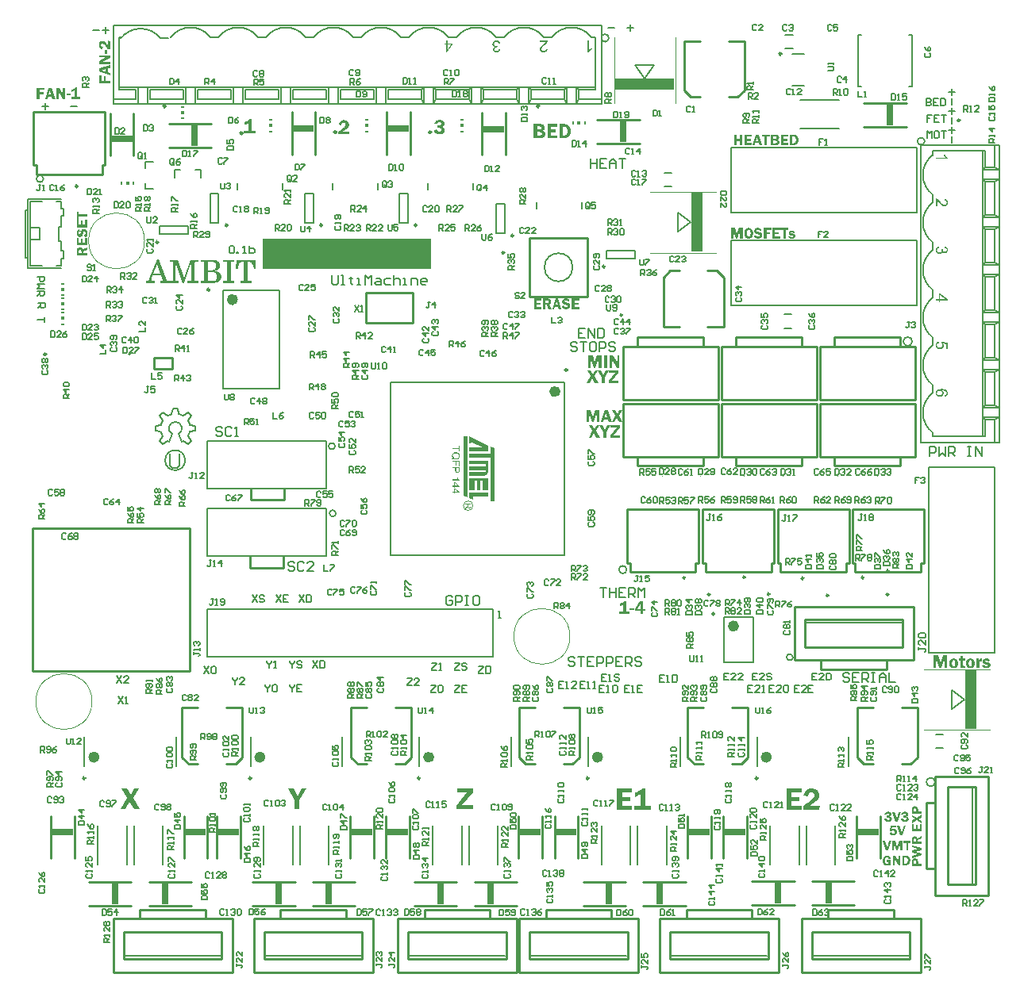
<source format=gto>
G04 Layer_Color=65535*
%FSLAX24Y24*%
%MOIN*%
G70*
G01*
G75*
%ADD65C,0.0080*%
%ADD70C,0.0100*%
%ADD75C,0.0070*%
%ADD116C,0.0039*%
%ADD117C,0.0050*%
%ADD118C,0.0010*%
%ADD119C,0.0060*%
%ADD120C,0.0098*%
%ADD121C,0.0236*%
%ADD122C,0.0098*%
%ADD123C,0.0040*%
%ADD124C,0.0079*%
%ADD125R,0.7050X0.1300*%
%ADD126R,0.0120X0.0119*%
%ADD127R,0.0120X0.0060*%
%ADD128R,0.0120X0.0059*%
%ADD129R,0.0879X0.0295*%
%ADD130R,0.0295X0.0879*%
%ADD131R,0.0119X0.0120*%
%ADD132R,0.0060X0.0120*%
%ADD133R,0.0059X0.0120*%
%ADD134R,0.2450X0.0492*%
%ADD135R,0.0492X0.2450*%
G36*
X30246Y31597D02*
X30252D01*
X30260Y31595D01*
X30269Y31594D01*
X30278Y31591D01*
X30289Y31588D01*
X30300Y31585D01*
X30311Y31580D01*
X30323Y31575D01*
X30334Y31568D01*
X30345Y31560D01*
X30356Y31550D01*
X30366Y31540D01*
X30375Y31528D01*
X30376Y31527D01*
X30378Y31525D01*
X30380Y31521D01*
X30383Y31515D01*
X30386Y31509D01*
X30391Y31501D01*
X30394Y31493D01*
X30400Y31482D01*
X30404Y31471D01*
X30408Y31459D01*
X30412Y31446D01*
X30416Y31433D01*
X30419Y31418D01*
X30421Y31403D01*
X30422Y31386D01*
X30423Y31370D01*
Y31370D01*
Y31366D01*
Y31361D01*
X30422Y31354D01*
X30422Y31346D01*
X30421Y31337D01*
X30419Y31326D01*
X30417Y31314D01*
X30414Y31302D01*
X30411Y31289D01*
X30408Y31275D01*
X30403Y31262D01*
X30397Y31248D01*
X30391Y31234D01*
X30384Y31221D01*
X30375Y31209D01*
X30374Y31208D01*
X30373Y31206D01*
X30370Y31203D01*
X30366Y31198D01*
X30361Y31193D01*
X30354Y31188D01*
X30348Y31182D01*
X30339Y31176D01*
X30329Y31170D01*
X30319Y31164D01*
X30307Y31159D01*
X30295Y31154D01*
X30281Y31149D01*
X30266Y31146D01*
X30250Y31144D01*
X30233Y31143D01*
X30230D01*
X30225Y31144D01*
X30219D01*
X30212Y31146D01*
X30203Y31147D01*
X30193Y31149D01*
X30183Y31151D01*
X30172Y31155D01*
X30161Y31160D01*
X30149Y31165D01*
X30138Y31171D01*
X30127Y31179D01*
X30116Y31188D01*
X30105Y31198D01*
X30096Y31210D01*
X30095Y31211D01*
X30094Y31213D01*
X30091Y31217D01*
X30089Y31222D01*
X30085Y31228D01*
X30080Y31236D01*
X30076Y31245D01*
X30072Y31255D01*
X30067Y31266D01*
X30063Y31279D01*
X30059Y31292D01*
X30055Y31306D01*
X30052Y31321D01*
X30050Y31337D01*
X30048Y31353D01*
X30048Y31371D01*
Y31373D01*
Y31375D01*
Y31381D01*
X30048Y31387D01*
X30049Y31395D01*
X30050Y31405D01*
X30052Y31416D01*
X30053Y31427D01*
X30056Y31440D01*
X30059Y31453D01*
X30064Y31466D01*
X30068Y31480D01*
X30074Y31493D01*
X30080Y31506D01*
X30088Y31520D01*
X30097Y31532D01*
X30097Y31533D01*
X30099Y31535D01*
X30102Y31538D01*
X30105Y31542D01*
X30110Y31547D01*
X30117Y31553D01*
X30124Y31558D01*
X30132Y31565D01*
X30142Y31571D01*
X30152Y31577D01*
X30164Y31582D01*
X30176Y31587D01*
X30190Y31591D01*
X30205Y31594D01*
X30220Y31597D01*
X30237Y31597D01*
X30242D01*
X30246Y31597D01*
D02*
G37*
G36*
X3425Y39452D02*
Y39100D01*
X3334D01*
X3333Y39100D01*
X3331Y39103D01*
X3328Y39107D01*
X3324Y39113D01*
X3318Y39121D01*
X3311Y39131D01*
X3303Y39143D01*
X3293Y39156D01*
X3292Y39157D01*
X3290Y39160D01*
X3286Y39165D01*
X3281Y39172D01*
X3276Y39180D01*
X3269Y39189D01*
X3261Y39199D01*
X3253Y39210D01*
X3235Y39233D01*
X3217Y39257D01*
X3207Y39268D01*
X3198Y39279D01*
X3189Y39289D01*
X3180Y39297D01*
X3179Y39298D01*
X3178Y39299D01*
X3175Y39301D01*
X3172Y39304D01*
X3164Y39311D01*
X3153Y39320D01*
X3141Y39328D01*
X3127Y39335D01*
X3120Y39338D01*
X3113Y39340D01*
X3106Y39341D01*
X3099Y39342D01*
X3094D01*
X3089Y39341D01*
X3083Y39339D01*
X3075Y39337D01*
X3068Y39334D01*
X3060Y39330D01*
X3053Y39324D01*
X3053Y39323D01*
X3050Y39321D01*
X3048Y39317D01*
X3044Y39311D01*
X3041Y39304D01*
X3039Y39296D01*
X3036Y39287D01*
X3035Y39276D01*
Y39275D01*
Y39273D01*
X3036Y39270D01*
X3037Y39265D01*
X3038Y39260D01*
X3040Y39254D01*
X3043Y39247D01*
X3046Y39240D01*
X3051Y39233D01*
X3057Y39226D01*
X3064Y39219D01*
X3073Y39213D01*
X3084Y39207D01*
X3096Y39202D01*
X3110Y39198D01*
X3125Y39196D01*
X3104Y39100D01*
X3103D01*
X3103Y39100D01*
X3100D01*
X3097Y39101D01*
X3090Y39104D01*
X3080Y39107D01*
X3068Y39111D01*
X3055Y39118D01*
X3041Y39125D01*
X3026Y39134D01*
X3011Y39145D01*
X2997Y39158D01*
X2984Y39173D01*
X2972Y39189D01*
X2962Y39209D01*
X2955Y39230D01*
X2952Y39242D01*
X2950Y39254D01*
X2949Y39268D01*
X2948Y39281D01*
Y39282D01*
Y39285D01*
Y39289D01*
X2949Y39295D01*
X2950Y39302D01*
X2950Y39310D01*
X2952Y39318D01*
X2953Y39329D01*
X2959Y39349D01*
X2967Y39370D01*
X2971Y39381D01*
X2977Y39391D01*
X2984Y39400D01*
X2992Y39409D01*
X2993Y39410D01*
X2994Y39411D01*
X2996Y39413D01*
X3000Y39416D01*
X3003Y39419D01*
X3009Y39423D01*
X3014Y39428D01*
X3021Y39432D01*
X3036Y39440D01*
X3054Y39447D01*
X3064Y39450D01*
X3075Y39453D01*
X3085Y39453D01*
X3096Y39454D01*
X3103D01*
X3107Y39453D01*
X3112Y39453D01*
X3119Y39452D01*
X3126Y39450D01*
X3134Y39449D01*
X3151Y39443D01*
X3160Y39439D01*
X3170Y39435D01*
X3179Y39429D01*
X3189Y39423D01*
X3199Y39416D01*
X3208Y39407D01*
X3209Y39407D01*
X3210Y39405D01*
X3213Y39402D01*
X3217Y39398D01*
X3221Y39393D01*
X3228Y39386D01*
X3235Y39378D01*
X3242Y39368D01*
X3250Y39357D01*
X3260Y39345D01*
X3270Y39331D01*
X3281Y39314D01*
X3292Y39297D01*
X3305Y39279D01*
X3318Y39257D01*
X3331Y39235D01*
Y39460D01*
X3425Y39452D01*
D02*
G37*
G36*
X3284Y38904D02*
X3209D01*
Y39068D01*
X3284D01*
Y38904D01*
D02*
G37*
G36*
X31187Y31504D02*
X30981D01*
Y31405D01*
X31144D01*
Y31323D01*
X30981D01*
Y31150D01*
X30874D01*
Y31591D01*
X31187D01*
Y31504D01*
D02*
G37*
G36*
X29980Y31150D02*
X29876D01*
Y31509D01*
X29765Y31150D01*
X29694D01*
X29586Y31509D01*
Y31150D01*
X29500D01*
Y31591D01*
X29660D01*
X29737Y31326D01*
X29818Y31591D01*
X29980D01*
Y31150D01*
D02*
G37*
G36*
X31897Y31504D02*
X31788D01*
Y31150D01*
X31683D01*
Y31504D01*
X31573D01*
Y31591D01*
X31897D01*
Y31504D01*
D02*
G37*
G36*
X31555Y31506D02*
X31345D01*
Y31416D01*
X31511D01*
Y31334D01*
X31345D01*
Y31237D01*
X31555D01*
Y31150D01*
X31240D01*
Y31591D01*
X31555D01*
Y31506D01*
D02*
G37*
G36*
X3425Y38754D02*
X3108Y38570D01*
X3120D01*
X3124Y38571D01*
X3126D01*
X3131Y38572D01*
X3138Y38572D01*
X3425D01*
Y38487D01*
X2955D01*
Y38605D01*
X3233Y38766D01*
X3230D01*
X3226Y38765D01*
X3221D01*
X3210Y38765D01*
X3206Y38764D01*
X2955D01*
Y38849D01*
X3425D01*
Y38754D01*
D02*
G37*
G36*
X23976Y23435D02*
X23856D01*
Y23846D01*
X23729Y23435D01*
X23648D01*
X23524Y23846D01*
Y23435D01*
X23425D01*
Y23940D01*
X23609D01*
X23697Y23637D01*
X23790Y23940D01*
X23976D01*
Y23435D01*
D02*
G37*
G36*
X24483D02*
X24356D01*
X24325Y23539D01*
X24161D01*
X24129Y23435D01*
X24026D01*
X24187Y23940D01*
X24325D01*
X24483Y23435D01*
D02*
G37*
G36*
X24812Y25719D02*
X24706D01*
X24499Y26075D01*
Y26074D01*
Y26073D01*
Y26068D01*
Y26062D01*
X24499Y26057D01*
Y26057D01*
Y26055D01*
X24500Y26050D01*
X24501Y26042D01*
Y26035D01*
Y25719D01*
X24405D01*
Y26247D01*
X24537D01*
X24719Y25934D01*
Y25935D01*
Y25938D01*
X24718Y25942D01*
Y25948D01*
X24717Y25960D01*
X24716Y25965D01*
Y25970D01*
Y26247D01*
X24812D01*
Y25719D01*
D02*
G37*
G36*
X24783Y23704D02*
X24939Y23435D01*
X24800D01*
X24700Y23616D01*
X24599Y23435D01*
X24487D01*
X24643Y23703D01*
X24505Y23940D01*
X24643D01*
X24725Y23787D01*
X24810Y23940D01*
X24920D01*
X24783Y23704D01*
D02*
G37*
G36*
X3425Y38318D02*
X3328Y38289D01*
Y38137D01*
X3425Y38107D01*
Y38011D01*
X2955Y38161D01*
Y38290D01*
X3425Y38437D01*
Y38318D01*
D02*
G37*
G36*
X3048Y37781D02*
X3153D01*
Y37956D01*
X3241D01*
Y37781D01*
X3425D01*
Y37667D01*
X2955D01*
Y38002D01*
X3048D01*
Y37781D01*
D02*
G37*
G36*
X9359Y35668D02*
X9522D01*
Y35561D01*
X9045D01*
Y35668D01*
X9224D01*
Y36005D01*
X9223Y36004D01*
X9219Y36002D01*
X9214Y35999D01*
X9206Y35994D01*
X9198Y35989D01*
X9188Y35984D01*
X9176Y35977D01*
X9164Y35970D01*
X9138Y35955D01*
X9111Y35941D01*
X9083Y35928D01*
X9072Y35922D01*
X9060Y35917D01*
Y36038D01*
X9062Y36039D01*
X9067Y36040D01*
X9075Y36043D01*
X9084Y36046D01*
X9097Y36051D01*
X9111Y36056D01*
X9126Y36063D01*
X9142Y36070D01*
X9175Y36087D01*
X9208Y36107D01*
X9223Y36118D01*
X9237Y36131D01*
X9249Y36144D01*
X9259Y36157D01*
X9359D01*
Y35668D01*
D02*
G37*
G36*
X32063Y31482D02*
X32068D01*
X32080Y31481D01*
X32093Y31478D01*
X32107Y31474D01*
X32120Y31469D01*
X32132Y31463D01*
X32134Y31462D01*
X32137Y31459D01*
X32143Y31454D01*
X32150Y31446D01*
X32157Y31438D01*
X32165Y31427D01*
X32173Y31413D01*
X32180Y31397D01*
X32110Y31379D01*
Y31380D01*
X32109Y31381D01*
X32108Y31384D01*
X32107Y31386D01*
X32103Y31393D01*
X32097Y31401D01*
X32088Y31409D01*
X32083Y31413D01*
X32077Y31416D01*
X32071Y31419D01*
X32063Y31421D01*
X32055Y31422D01*
X32046Y31423D01*
X32041D01*
X32039Y31422D01*
X32031Y31422D01*
X32022Y31419D01*
X32014Y31416D01*
X32006Y31411D01*
X32003Y31407D01*
X32001Y31403D01*
X31999Y31398D01*
X31998Y31393D01*
Y31392D01*
Y31391D01*
X32000Y31386D01*
X32002Y31380D01*
X32004Y31377D01*
X32007Y31374D01*
X32008D01*
X32009Y31373D01*
X32012Y31372D01*
X32016Y31370D01*
X32022Y31368D01*
X32031Y31367D01*
X32041Y31364D01*
X32053Y31363D01*
X32055D01*
X32058Y31362D01*
X32062Y31362D01*
X32067Y31361D01*
X32072Y31360D01*
X32085Y31358D01*
X32098Y31356D01*
X32111Y31353D01*
X32124Y31350D01*
X32135Y31346D01*
X32137Y31345D01*
X32140Y31345D01*
X32145Y31342D01*
X32151Y31339D01*
X32157Y31334D01*
X32164Y31329D01*
X32172Y31321D01*
X32178Y31313D01*
X32178Y31312D01*
X32180Y31309D01*
X32183Y31304D01*
X32186Y31298D01*
X32189Y31290D01*
X32192Y31280D01*
X32193Y31269D01*
X32194Y31257D01*
Y31256D01*
Y31255D01*
Y31252D01*
X32193Y31249D01*
X32192Y31244D01*
X32192Y31239D01*
X32189Y31228D01*
X32184Y31214D01*
X32178Y31201D01*
X32173Y31194D01*
X32168Y31187D01*
X32162Y31181D01*
X32155Y31175D01*
X32154D01*
X32153Y31173D01*
X32151Y31172D01*
X32148Y31170D01*
X32144Y31168D01*
X32140Y31165D01*
X32134Y31162D01*
X32127Y31160D01*
X32120Y31157D01*
X32113Y31154D01*
X32104Y31151D01*
X32094Y31149D01*
X32083Y31146D01*
X32072Y31145D01*
X32061Y31144D01*
X32048Y31143D01*
X32043D01*
X32036Y31144D01*
X32028Y31145D01*
X32019Y31146D01*
X32008Y31149D01*
X31996Y31151D01*
X31983Y31155D01*
X31971Y31160D01*
X31957Y31167D01*
X31946Y31175D01*
X31934Y31184D01*
X31923Y31195D01*
X31913Y31208D01*
X31906Y31222D01*
X31900Y31239D01*
X31981Y31252D01*
Y31251D01*
X31982Y31250D01*
X31983Y31247D01*
X31984Y31245D01*
X31988Y31238D01*
X31994Y31230D01*
X31998Y31225D01*
X32003Y31222D01*
X32009Y31218D01*
X32016Y31214D01*
X32023Y31212D01*
X32032Y31210D01*
X32042Y31209D01*
X32053Y31208D01*
X32057D01*
X32061Y31209D01*
X32067D01*
X32073Y31210D01*
X32080Y31211D01*
X32086Y31213D01*
X32093Y31216D01*
X32093Y31217D01*
X32096Y31217D01*
X32098Y31220D01*
X32102Y31222D01*
X32104Y31225D01*
X32107Y31230D01*
X32109Y31234D01*
X32110Y31239D01*
Y31240D01*
X32109Y31243D01*
X32107Y31247D01*
X32105Y31251D01*
X32101Y31256D01*
X32094Y31261D01*
X32090Y31262D01*
X32085Y31264D01*
X32080Y31266D01*
X32073Y31266D01*
X32072D01*
X32069Y31267D01*
X32063Y31268D01*
X32057Y31269D01*
X32049Y31270D01*
X32040Y31272D01*
X32031Y31273D01*
X32020Y31275D01*
X31998Y31281D01*
X31976Y31287D01*
X31967Y31291D01*
X31958Y31295D01*
X31950Y31299D01*
X31943Y31304D01*
X31942Y31305D01*
X31938Y31308D01*
X31934Y31314D01*
X31928Y31322D01*
X31922Y31332D01*
X31918Y31345D01*
X31914Y31359D01*
X31913Y31375D01*
Y31376D01*
Y31378D01*
Y31380D01*
X31913Y31384D01*
X31915Y31392D01*
X31917Y31403D01*
X31921Y31415D01*
X31928Y31427D01*
X31932Y31434D01*
X31937Y31441D01*
X31942Y31446D01*
X31949Y31452D01*
X31949Y31453D01*
X31950Y31454D01*
X31952Y31455D01*
X31955Y31457D01*
X31959Y31460D01*
X31963Y31462D01*
X31968Y31465D01*
X31975Y31468D01*
X31981Y31471D01*
X31989Y31474D01*
X31998Y31476D01*
X32006Y31478D01*
X32027Y31482D01*
X32050Y31483D01*
X32058D01*
X32063Y31482D01*
D02*
G37*
G36*
X39555Y13499D02*
X39562Y13498D01*
X39571Y13496D01*
X39580Y13494D01*
X39591Y13492D01*
X39614Y13485D01*
X39625Y13480D01*
X39637Y13475D01*
X39648Y13468D01*
X39659Y13460D01*
X39670Y13451D01*
X39680Y13441D01*
X39680Y13440D01*
X39681Y13438D01*
X39684Y13435D01*
X39688Y13430D01*
X39691Y13424D01*
X39695Y13418D01*
X39700Y13409D01*
X39705Y13400D01*
X39709Y13390D01*
X39714Y13379D01*
X39718Y13367D01*
X39722Y13354D01*
X39725Y13341D01*
X39728Y13326D01*
X39729Y13310D01*
X39730Y13294D01*
Y13293D01*
Y13291D01*
Y13285D01*
X39729Y13280D01*
X39728Y13272D01*
X39727Y13263D01*
X39725Y13254D01*
X39724Y13243D01*
X39716Y13220D01*
X39713Y13209D01*
X39708Y13197D01*
X39702Y13184D01*
X39695Y13172D01*
X39687Y13161D01*
X39677Y13149D01*
X39676Y13148D01*
X39674Y13147D01*
X39672Y13144D01*
X39667Y13140D01*
X39662Y13136D01*
X39656Y13131D01*
X39649Y13126D01*
X39640Y13121D01*
X39631Y13115D01*
X39621Y13111D01*
X39609Y13105D01*
X39597Y13101D01*
X39584Y13097D01*
X39570Y13095D01*
X39555Y13093D01*
X39539Y13092D01*
X39531D01*
X39525Y13093D01*
X39518Y13094D01*
X39510Y13095D01*
X39501Y13096D01*
X39491Y13099D01*
X39470Y13106D01*
X39459Y13111D01*
X39448Y13116D01*
X39436Y13123D01*
X39426Y13131D01*
X39415Y13140D01*
X39406Y13149D01*
X39405Y13150D01*
X39404Y13152D01*
X39401Y13155D01*
X39398Y13160D01*
X39394Y13165D01*
X39390Y13172D01*
X39385Y13180D01*
X39381Y13189D01*
X39377Y13199D01*
X39372Y13210D01*
X39368Y13222D01*
X39364Y13235D01*
X39361Y13249D01*
X39358Y13264D01*
X39357Y13279D01*
X39357Y13296D01*
Y13297D01*
Y13298D01*
Y13302D01*
Y13306D01*
X39357Y13312D01*
Y13318D01*
X39359Y13333D01*
X39362Y13349D01*
X39366Y13367D01*
X39371Y13384D01*
X39378Y13402D01*
Y13403D01*
X39379Y13404D01*
X39383Y13409D01*
X39388Y13417D01*
X39395Y13427D01*
X39404Y13439D01*
X39414Y13450D01*
X39427Y13462D01*
X39441Y13472D01*
X39442D01*
X39443Y13473D01*
X39448Y13477D01*
X39457Y13481D01*
X39468Y13486D01*
X39482Y13491D01*
X39500Y13495D01*
X39519Y13499D01*
X39540Y13499D01*
X39549D01*
X39555Y13499D01*
D02*
G37*
G36*
X38853D02*
X38860Y13498D01*
X38868Y13496D01*
X38878Y13494D01*
X38889Y13492D01*
X38911Y13485D01*
X38923Y13480D01*
X38934Y13475D01*
X38946Y13468D01*
X38957Y13460D01*
X38968Y13451D01*
X38977Y13441D01*
X38978Y13440D01*
X38979Y13438D01*
X38982Y13435D01*
X38985Y13430D01*
X38989Y13424D01*
X38993Y13418D01*
X38997Y13409D01*
X39003Y13400D01*
X39007Y13390D01*
X39011Y13379D01*
X39016Y13367D01*
X39019Y13354D01*
X39023Y13341D01*
X39025Y13326D01*
X39026Y13310D01*
X39027Y13294D01*
Y13293D01*
Y13291D01*
Y13285D01*
X39026Y13280D01*
X39025Y13272D01*
X39025Y13263D01*
X39023Y13254D01*
X39021Y13243D01*
X39014Y13220D01*
X39011Y13209D01*
X39005Y13197D01*
X38999Y13184D01*
X38992Y13172D01*
X38984Y13161D01*
X38975Y13149D01*
X38974Y13148D01*
X38972Y13147D01*
X38969Y13144D01*
X38965Y13140D01*
X38960Y13136D01*
X38954Y13131D01*
X38946Y13126D01*
X38938Y13121D01*
X38929Y13115D01*
X38918Y13111D01*
X38907Y13105D01*
X38895Y13101D01*
X38882Y13097D01*
X38867Y13095D01*
X38853Y13093D01*
X38837Y13092D01*
X38829D01*
X38823Y13093D01*
X38816Y13094D01*
X38808Y13095D01*
X38799Y13096D01*
X38788Y13099D01*
X38767Y13106D01*
X38757Y13111D01*
X38745Y13116D01*
X38734Y13123D01*
X38723Y13131D01*
X38713Y13140D01*
X38703Y13149D01*
X38702Y13150D01*
X38702Y13152D01*
X38699Y13155D01*
X38695Y13160D01*
X38692Y13165D01*
X38687Y13172D01*
X38683Y13180D01*
X38679Y13189D01*
X38674Y13199D01*
X38670Y13210D01*
X38666Y13222D01*
X38662Y13235D01*
X38658Y13249D01*
X38656Y13264D01*
X38655Y13279D01*
X38654Y13296D01*
Y13297D01*
Y13298D01*
Y13302D01*
Y13306D01*
X38655Y13312D01*
Y13318D01*
X38657Y13333D01*
X38659Y13349D01*
X38664Y13367D01*
X38669Y13384D01*
X38676Y13402D01*
Y13403D01*
X38677Y13404D01*
X38680Y13409D01*
X38686Y13417D01*
X38693Y13427D01*
X38702Y13439D01*
X38712Y13450D01*
X38724Y13462D01*
X38738Y13472D01*
X38739D01*
X38740Y13473D01*
X38745Y13477D01*
X38754Y13481D01*
X38766Y13486D01*
X38780Y13491D01*
X38797Y13495D01*
X38817Y13499D01*
X38838Y13499D01*
X38846D01*
X38853Y13499D01*
D02*
G37*
G36*
X39230Y13491D02*
X39314D01*
Y13401D01*
X39230D01*
Y13235D01*
Y13233D01*
Y13230D01*
X39231Y13225D01*
Y13219D01*
X39234Y13204D01*
X39236Y13198D01*
X39239Y13193D01*
X39240D01*
X39241Y13191D01*
X39244Y13190D01*
X39248Y13189D01*
X39254Y13187D01*
X39262Y13185D01*
X39271Y13184D01*
X39283Y13183D01*
X39305D01*
X39320Y13184D01*
Y13100D01*
X39317D01*
X39315Y13099D01*
X39312Y13098D01*
X39302Y13097D01*
X39292Y13096D01*
X39279Y13094D01*
X39268Y13093D01*
X39256Y13091D01*
X39240D01*
X39235Y13092D01*
X39229D01*
X39222Y13093D01*
X39207Y13095D01*
X39191Y13098D01*
X39174Y13103D01*
X39158Y13110D01*
X39151Y13114D01*
X39145Y13118D01*
X39144Y13120D01*
X39141Y13124D01*
X39135Y13131D01*
X39130Y13141D01*
X39127Y13148D01*
X39125Y13155D01*
X39122Y13163D01*
X39119Y13173D01*
X39118Y13183D01*
X39116Y13194D01*
X39115Y13205D01*
Y13219D01*
Y13401D01*
X39053D01*
Y13491D01*
X39122D01*
X39132Y13606D01*
X39230Y13614D01*
Y13491D01*
D02*
G37*
G36*
X38576Y13100D02*
X38451D01*
Y13530D01*
X38318Y13100D01*
X38233D01*
X38104Y13530D01*
Y13100D01*
X38000D01*
Y13629D01*
X38192D01*
X38284Y13312D01*
X38382Y13629D01*
X38576D01*
Y13100D01*
D02*
G37*
G36*
X679Y37395D02*
X459D01*
Y37290D01*
X633D01*
Y37202D01*
X459D01*
Y37018D01*
X344D01*
Y37488D01*
X679D01*
Y37395D01*
D02*
G37*
G36*
X40004Y13499D02*
X40013Y13499D01*
Y13385D01*
X40007D01*
X40001Y13384D01*
X39993Y13384D01*
X39984Y13383D01*
X39975Y13381D01*
X39966Y13377D01*
X39958Y13374D01*
X39957Y13373D01*
X39954Y13372D01*
X39951Y13370D01*
X39947Y13365D01*
X39942Y13360D01*
X39937Y13353D01*
X39932Y13345D01*
X39926Y13335D01*
X39925Y13334D01*
X39925Y13330D01*
X39923Y13324D01*
X39920Y13315D01*
X39918Y13305D01*
X39916Y13291D01*
X39915Y13276D01*
X39914Y13259D01*
Y13100D01*
X39803D01*
Y13491D01*
X39908D01*
Y13420D01*
X39909Y13422D01*
X39911Y13427D01*
X39912Y13432D01*
X39915Y13438D01*
X39918Y13444D01*
X39927Y13460D01*
X39939Y13475D01*
X39946Y13481D01*
X39954Y13488D01*
X39962Y13492D01*
X39971Y13497D01*
X39982Y13499D01*
X39992Y13500D01*
X39997D01*
X40004Y13499D01*
D02*
G37*
G36*
X40229Y13499D02*
X40235D01*
X40249Y13497D01*
X40265Y13493D01*
X40282Y13489D01*
X40298Y13483D01*
X40313Y13475D01*
X40314Y13474D01*
X40319Y13471D01*
X40326Y13464D01*
X40334Y13456D01*
X40342Y13445D01*
X40352Y13432D01*
X40362Y13415D01*
X40370Y13397D01*
X40285Y13375D01*
Y13376D01*
X40285Y13377D01*
X40284Y13380D01*
X40282Y13383D01*
X40278Y13391D01*
X40271Y13401D01*
X40260Y13411D01*
X40254Y13415D01*
X40247Y13420D01*
X40239Y13422D01*
X40230Y13425D01*
X40220Y13427D01*
X40209Y13427D01*
X40204D01*
X40200Y13427D01*
X40191Y13426D01*
X40181Y13423D01*
X40170Y13419D01*
X40161Y13413D01*
X40157Y13408D01*
X40155Y13404D01*
X40153Y13398D01*
X40152Y13391D01*
Y13391D01*
Y13389D01*
X40154Y13384D01*
X40156Y13376D01*
X40159Y13372D01*
X40163Y13369D01*
X40163D01*
X40165Y13368D01*
X40169Y13366D01*
X40173Y13364D01*
X40181Y13362D01*
X40191Y13360D01*
X40203Y13357D01*
X40218Y13355D01*
X40220D01*
X40224Y13355D01*
X40228Y13354D01*
X40235Y13353D01*
X40241Y13352D01*
X40256Y13349D01*
X40271Y13347D01*
X40287Y13343D01*
X40303Y13340D01*
X40316Y13335D01*
X40318Y13334D01*
X40321Y13334D01*
X40328Y13330D01*
X40335Y13327D01*
X40342Y13320D01*
X40351Y13314D01*
X40360Y13305D01*
X40367Y13296D01*
X40368Y13295D01*
X40370Y13291D01*
X40373Y13285D01*
X40377Y13277D01*
X40380Y13268D01*
X40384Y13255D01*
X40386Y13243D01*
X40386Y13228D01*
Y13227D01*
Y13226D01*
Y13222D01*
X40386Y13219D01*
X40385Y13213D01*
X40384Y13207D01*
X40380Y13193D01*
X40375Y13177D01*
X40367Y13161D01*
X40362Y13153D01*
X40356Y13145D01*
X40348Y13137D01*
X40340Y13130D01*
X40339D01*
X40338Y13128D01*
X40335Y13126D01*
X40331Y13124D01*
X40327Y13121D01*
X40321Y13118D01*
X40314Y13115D01*
X40307Y13111D01*
X40298Y13108D01*
X40289Y13104D01*
X40278Y13101D01*
X40267Y13098D01*
X40254Y13096D01*
X40241Y13094D01*
X40227Y13093D01*
X40212Y13092D01*
X40206D01*
X40198Y13093D01*
X40188Y13094D01*
X40177Y13096D01*
X40163Y13098D01*
X40149Y13102D01*
X40134Y13106D01*
X40119Y13112D01*
X40103Y13120D01*
X40089Y13130D01*
X40075Y13140D01*
X40062Y13154D01*
X40050Y13169D01*
X40041Y13187D01*
X40034Y13207D01*
X40132Y13222D01*
Y13221D01*
X40133Y13219D01*
X40134Y13217D01*
X40134Y13214D01*
X40140Y13205D01*
X40147Y13196D01*
X40152Y13190D01*
X40158Y13186D01*
X40165Y13182D01*
X40173Y13177D01*
X40182Y13175D01*
X40192Y13172D01*
X40205Y13170D01*
X40218Y13169D01*
X40222D01*
X40227Y13170D01*
X40235D01*
X40242Y13172D01*
X40249Y13174D01*
X40257Y13176D01*
X40265Y13179D01*
X40266Y13180D01*
X40269Y13181D01*
X40271Y13183D01*
X40276Y13187D01*
X40279Y13190D01*
X40282Y13196D01*
X40285Y13201D01*
X40285Y13207D01*
Y13208D01*
X40285Y13212D01*
X40283Y13216D01*
X40280Y13221D01*
X40275Y13227D01*
X40267Y13233D01*
X40262Y13234D01*
X40256Y13237D01*
X40249Y13239D01*
X40242Y13240D01*
X40241D01*
X40236Y13240D01*
X40230Y13241D01*
X40222Y13242D01*
X40213Y13244D01*
X40202Y13246D01*
X40191Y13247D01*
X40177Y13250D01*
X40151Y13257D01*
X40126Y13264D01*
X40114Y13269D01*
X40104Y13274D01*
X40094Y13279D01*
X40086Y13284D01*
X40084Y13286D01*
X40080Y13290D01*
X40075Y13297D01*
X40068Y13306D01*
X40061Y13319D01*
X40055Y13334D01*
X40051Y13351D01*
X40049Y13370D01*
Y13371D01*
Y13373D01*
Y13376D01*
X40050Y13380D01*
X40052Y13390D01*
X40055Y13403D01*
X40060Y13418D01*
X40068Y13433D01*
X40072Y13441D01*
X40078Y13449D01*
X40084Y13456D01*
X40092Y13463D01*
X40093Y13463D01*
X40094Y13464D01*
X40097Y13466D01*
X40100Y13469D01*
X40105Y13471D01*
X40110Y13474D01*
X40116Y13478D01*
X40124Y13481D01*
X40132Y13485D01*
X40141Y13488D01*
X40151Y13491D01*
X40162Y13493D01*
X40186Y13498D01*
X40213Y13499D01*
X40224D01*
X40229Y13499D01*
D02*
G37*
G36*
X29971Y35070D02*
X29870D01*
Y35252D01*
X29731D01*
Y35070D01*
X29630D01*
Y35511D01*
X29731D01*
Y35339D01*
X29870D01*
Y35511D01*
X29971D01*
Y35070D01*
D02*
G37*
G36*
X30791D02*
X30680D01*
X30653Y35161D01*
X30510D01*
X30482Y35070D01*
X30392D01*
X30533Y35511D01*
X30653D01*
X30791Y35070D01*
D02*
G37*
G36*
X30374Y35426D02*
X30164D01*
Y35336D01*
X30330D01*
Y35254D01*
X30164D01*
Y35157D01*
X30374D01*
Y35070D01*
X30059D01*
Y35511D01*
X30374D01*
Y35426D01*
D02*
G37*
G36*
X30640Y31597D02*
X30649Y31596D01*
X30659Y31594D01*
X30671Y31592D01*
X30684Y31588D01*
X30698Y31584D01*
X30711Y31579D01*
X30725Y31572D01*
X30740Y31564D01*
X30753Y31553D01*
X30766Y31542D01*
X30777Y31528D01*
X30787Y31512D01*
X30795Y31493D01*
X30707Y31464D01*
Y31465D01*
X30706Y31466D01*
X30705Y31469D01*
X30703Y31472D01*
X30698Y31481D01*
X30691Y31490D01*
X30681Y31500D01*
X30674Y31504D01*
X30668Y31509D01*
X30660Y31512D01*
X30651Y31515D01*
X30642Y31516D01*
X30632Y31517D01*
X30626D01*
X30622Y31516D01*
X30613Y31515D01*
X30602Y31512D01*
X30590Y31507D01*
X30580Y31500D01*
X30577Y31495D01*
X30574Y31490D01*
X30572Y31484D01*
X30571Y31476D01*
Y31476D01*
Y31474D01*
X30572Y31471D01*
X30572Y31468D01*
X30574Y31463D01*
X30575Y31459D01*
X30578Y31455D01*
X30582Y31450D01*
X30583Y31449D01*
X30584Y31449D01*
X30588Y31446D01*
X30593Y31444D01*
X30599Y31441D01*
X30609Y31437D01*
X30620Y31434D01*
X30634Y31430D01*
X30635D01*
X30637Y31430D01*
X30640Y31429D01*
X30645Y31428D01*
X30650Y31427D01*
X30657Y31425D01*
X30671Y31422D01*
X30687Y31417D01*
X30703Y31413D01*
X30719Y31408D01*
X30725Y31405D01*
X30732Y31403D01*
X30733D01*
X30733Y31402D01*
X30737Y31400D01*
X30743Y31397D01*
X30750Y31392D01*
X30759Y31386D01*
X30768Y31378D01*
X30777Y31369D01*
X30785Y31358D01*
X30785Y31356D01*
X30788Y31353D01*
X30792Y31346D01*
X30796Y31338D01*
X30800Y31328D01*
X30803Y31316D01*
X30806Y31303D01*
X30807Y31289D01*
Y31288D01*
Y31286D01*
Y31283D01*
X30806Y31279D01*
X30805Y31274D01*
X30804Y31268D01*
X30801Y31254D01*
X30796Y31238D01*
X30792Y31230D01*
X30787Y31221D01*
X30782Y31212D01*
X30776Y31203D01*
X30769Y31195D01*
X30761Y31187D01*
X30760Y31186D01*
X30758Y31184D01*
X30755Y31183D01*
X30752Y31180D01*
X30747Y31176D01*
X30741Y31173D01*
X30734Y31169D01*
X30726Y31165D01*
X30717Y31161D01*
X30707Y31157D01*
X30696Y31154D01*
X30684Y31150D01*
X30670Y31147D01*
X30656Y31146D01*
X30640Y31144D01*
X30624Y31143D01*
X30618D01*
X30613Y31144D01*
X30608D01*
X30600Y31145D01*
X30593Y31146D01*
X30585Y31147D01*
X30567Y31151D01*
X30547Y31157D01*
X30528Y31164D01*
X30509Y31174D01*
X30509Y31175D01*
X30507Y31176D01*
X30505Y31177D01*
X30502Y31180D01*
X30493Y31187D01*
X30484Y31197D01*
X30474Y31210D01*
X30463Y31225D01*
X30454Y31244D01*
X30450Y31255D01*
X30447Y31266D01*
X30543Y31288D01*
Y31287D01*
X30544Y31285D01*
X30545Y31282D01*
X30547Y31278D01*
X30549Y31273D01*
X30552Y31268D01*
X30556Y31262D01*
X30560Y31257D01*
X30565Y31251D01*
X30572Y31245D01*
X30579Y31240D01*
X30587Y31235D01*
X30597Y31231D01*
X30607Y31228D01*
X30619Y31226D01*
X30632Y31225D01*
X30638D01*
X30643Y31226D01*
X30651Y31227D01*
X30660Y31228D01*
X30669Y31231D01*
X30677Y31234D01*
X30684Y31239D01*
X30685Y31239D01*
X30687Y31241D01*
X30690Y31244D01*
X30693Y31248D01*
X30696Y31252D01*
X30699Y31258D01*
X30701Y31265D01*
X30702Y31272D01*
Y31272D01*
Y31274D01*
X30701Y31278D01*
X30700Y31282D01*
X30698Y31288D01*
X30695Y31293D01*
X30691Y31297D01*
X30686Y31302D01*
X30685Y31302D01*
X30683Y31304D01*
X30679Y31305D01*
X30672Y31308D01*
X30664Y31311D01*
X30654Y31315D01*
X30640Y31318D01*
X30625Y31321D01*
X30624D01*
X30621Y31322D01*
X30617Y31323D01*
X30611Y31324D01*
X30605Y31326D01*
X30597Y31329D01*
X30588Y31331D01*
X30578Y31334D01*
X30558Y31340D01*
X30539Y31349D01*
X30529Y31353D01*
X30520Y31358D01*
X30512Y31364D01*
X30505Y31369D01*
X30504Y31370D01*
X30504Y31370D01*
X30500Y31375D01*
X30494Y31381D01*
X30487Y31392D01*
X30481Y31404D01*
X30476Y31419D01*
X30471Y31437D01*
X30471Y31447D01*
X30470Y31457D01*
Y31458D01*
Y31460D01*
Y31463D01*
X30471Y31467D01*
X30471Y31472D01*
X30472Y31478D01*
X30475Y31492D01*
X30480Y31507D01*
X30484Y31515D01*
X30488Y31524D01*
X30493Y31532D01*
X30498Y31540D01*
X30505Y31548D01*
X30512Y31556D01*
X30513Y31557D01*
X30515Y31558D01*
X30517Y31560D01*
X30520Y31563D01*
X30525Y31566D01*
X30530Y31569D01*
X30536Y31573D01*
X30543Y31577D01*
X30550Y31580D01*
X30559Y31584D01*
X30569Y31588D01*
X30579Y31591D01*
X30590Y31594D01*
X30602Y31596D01*
X30615Y31597D01*
X30628Y31597D01*
X30634D01*
X30640Y31597D01*
D02*
G37*
G36*
X31117Y35424D02*
X31008D01*
Y35070D01*
X30904D01*
Y35424D01*
X30794D01*
Y35511D01*
X31117D01*
Y35424D01*
D02*
G37*
G36*
X32123Y35510D02*
X32131Y35509D01*
X32140Y35508D01*
X32149Y35508D01*
X32169Y35505D01*
X32190Y35501D01*
X32209Y35495D01*
X32218Y35492D01*
X32226Y35487D01*
X32226D01*
X32227Y35487D01*
X32229Y35485D01*
X32232Y35483D01*
X32240Y35478D01*
X32250Y35470D01*
X32261Y35459D01*
X32273Y35448D01*
X32286Y35432D01*
X32298Y35415D01*
X32299Y35415D01*
X32300Y35413D01*
X32301Y35410D01*
X32303Y35407D01*
X32305Y35402D01*
X32308Y35396D01*
X32311Y35389D01*
X32314Y35382D01*
X32317Y35373D01*
X32320Y35364D01*
X32323Y35353D01*
X32325Y35342D01*
X32327Y35331D01*
X32329Y35318D01*
X32330Y35305D01*
Y35291D01*
Y35290D01*
Y35287D01*
Y35282D01*
X32330Y35276D01*
X32329Y35267D01*
X32327Y35258D01*
X32326Y35247D01*
X32323Y35236D01*
X32320Y35224D01*
X32316Y35211D01*
X32312Y35198D01*
X32307Y35184D01*
X32300Y35171D01*
X32292Y35158D01*
X32284Y35145D01*
X32274Y35133D01*
X32273Y35132D01*
X32272Y35130D01*
X32268Y35127D01*
X32264Y35123D01*
X32258Y35118D01*
X32251Y35113D01*
X32243Y35107D01*
X32234Y35101D01*
X32223Y35096D01*
X32212Y35090D01*
X32199Y35085D01*
X32185Y35080D01*
X32171Y35076D01*
X32155Y35073D01*
X32138Y35071D01*
X32120Y35070D01*
X31969D01*
Y35511D01*
X32117D01*
X32123Y35510D01*
D02*
G37*
G36*
X31907Y35426D02*
X31696D01*
Y35336D01*
X31863D01*
Y35254D01*
X31696D01*
Y35157D01*
X31907D01*
Y35070D01*
X31592D01*
Y35511D01*
X31907D01*
Y35426D01*
D02*
G37*
G36*
X31380Y35510D02*
X31385D01*
X31397Y35509D01*
X31411Y35507D01*
X31424Y35505D01*
X31437Y35501D01*
X31449Y35497D01*
X31450Y35496D01*
X31453Y35495D01*
X31459Y35491D01*
X31465Y35487D01*
X31472Y35481D01*
X31481Y35474D01*
X31488Y35466D01*
X31495Y35457D01*
X31496Y35456D01*
X31498Y35453D01*
X31501Y35448D01*
X31505Y35440D01*
X31508Y35432D01*
X31511Y35421D01*
X31513Y35410D01*
X31513Y35396D01*
Y35396D01*
Y35394D01*
X31513Y35390D01*
X31512Y35385D01*
X31511Y35379D01*
X31509Y35372D01*
X31507Y35365D01*
X31503Y35357D01*
X31500Y35349D01*
X31494Y35340D01*
X31488Y35332D01*
X31480Y35324D01*
X31471Y35317D01*
X31460Y35310D01*
X31448Y35304D01*
X31434Y35298D01*
X31434D01*
X31436Y35298D01*
X31438Y35297D01*
X31441Y35296D01*
X31450Y35293D01*
X31459Y35290D01*
X31471Y35284D01*
X31482Y35277D01*
X31493Y35268D01*
X31502Y35257D01*
X31503Y35256D01*
X31506Y35252D01*
X31510Y35246D01*
X31514Y35238D01*
X31519Y35227D01*
X31522Y35216D01*
X31525Y35204D01*
X31526Y35191D01*
Y35190D01*
Y35189D01*
Y35186D01*
X31525Y35183D01*
X31524Y35178D01*
X31524Y35173D01*
X31521Y35161D01*
X31516Y35148D01*
X31510Y35134D01*
X31505Y35127D01*
X31500Y35120D01*
X31494Y35112D01*
X31488Y35106D01*
X31487Y35105D01*
X31486Y35104D01*
X31484Y35103D01*
X31481Y35100D01*
X31477Y35098D01*
X31472Y35095D01*
X31466Y35091D01*
X31459Y35088D01*
X31450Y35085D01*
X31442Y35082D01*
X31431Y35078D01*
X31420Y35076D01*
X31409Y35074D01*
X31396Y35071D01*
X31382Y35071D01*
X31366Y35070D01*
X31161D01*
Y35511D01*
X31375D01*
X31380Y35510D01*
D02*
G37*
G36*
X24070Y25719D02*
X23945D01*
Y26149D01*
X23812Y25719D01*
X23727D01*
X23598Y26149D01*
Y25719D01*
X23494D01*
Y26247D01*
X23686D01*
X23779Y25930D01*
X23876Y26247D01*
X24070D01*
Y25719D01*
D02*
G37*
G36*
X17947Y22165D02*
X17951D01*
X17956Y22164D01*
X17962Y22164D01*
X17967Y22163D01*
X17981Y22160D01*
X17995Y22158D01*
X18010Y22153D01*
X18024Y22146D01*
X18025D01*
X18026Y22145D01*
X18028Y22145D01*
X18031Y22143D01*
X18034Y22141D01*
X18038Y22139D01*
X18046Y22132D01*
X18056Y22125D01*
X18066Y22115D01*
X18075Y22105D01*
X18083Y22092D01*
X18084Y22092D01*
X18084Y22091D01*
X18085Y22089D01*
X18087Y22086D01*
X18088Y22083D01*
X18090Y22079D01*
X18092Y22074D01*
X18094Y22069D01*
X18096Y22064D01*
X18098Y22057D01*
X18100Y22044D01*
X18103Y22029D01*
X18104Y22014D01*
Y22013D01*
Y22012D01*
Y22009D01*
X18103Y22007D01*
Y22003D01*
X18103Y21998D01*
X18102Y21993D01*
X18101Y21987D01*
X18098Y21975D01*
X18095Y21962D01*
X18090Y21948D01*
X18086Y21941D01*
X18083Y21934D01*
Y21934D01*
X18082Y21933D01*
X18081Y21931D01*
X18079Y21929D01*
X18077Y21926D01*
X18074Y21922D01*
X18068Y21915D01*
X18059Y21906D01*
X18049Y21897D01*
X18038Y21888D01*
X18024Y21881D01*
X18023D01*
X18022Y21880D01*
X18020Y21879D01*
X18017Y21878D01*
X18014Y21876D01*
X18010Y21875D01*
X18005Y21873D01*
X17999Y21871D01*
X17993Y21870D01*
X17987Y21868D01*
X17973Y21865D01*
X17957Y21863D01*
X17939Y21862D01*
X17932D01*
X17929Y21862D01*
X17925D01*
X17921Y21863D01*
X17916Y21863D01*
X17905Y21865D01*
X17893Y21867D01*
X17881Y21870D01*
X17869Y21874D01*
X17868D01*
X17867Y21874D01*
X17866Y21875D01*
X17863Y21876D01*
X17861Y21877D01*
X17857Y21879D01*
X17850Y21883D01*
X17842Y21888D01*
X17833Y21894D01*
X17824Y21902D01*
X17814Y21910D01*
Y21910D01*
X17813Y21909D01*
X17812Y21907D01*
X17811Y21905D01*
X17810Y21903D01*
X17808Y21900D01*
X17803Y21892D01*
X17798Y21884D01*
X17794Y21875D01*
X17789Y21865D01*
X17785Y21856D01*
X17756Y21869D01*
Y21869D01*
X17757Y21870D01*
X17758Y21872D01*
X17759Y21874D01*
X17760Y21877D01*
X17762Y21881D01*
X17764Y21885D01*
X17765Y21890D01*
X17771Y21900D01*
X17778Y21912D01*
X17785Y21924D01*
X17795Y21937D01*
Y21937D01*
X17794Y21938D01*
X17793Y21940D01*
X17792Y21943D01*
X17790Y21947D01*
X17788Y21950D01*
X17787Y21955D01*
X17785Y21960D01*
X17783Y21965D01*
X17781Y21971D01*
X17778Y21985D01*
X17776Y21999D01*
X17775Y22015D01*
Y22015D01*
Y22017D01*
Y22019D01*
X17776Y22022D01*
Y22026D01*
X17776Y22030D01*
X17777Y22035D01*
X17778Y22040D01*
X17780Y22053D01*
X17784Y22066D01*
X17789Y22079D01*
X17795Y22093D01*
X17796Y22093D01*
X17796Y22094D01*
X17798Y22096D01*
X17799Y22099D01*
X17801Y22101D01*
X17804Y22105D01*
X17810Y22113D01*
X17819Y22121D01*
X17829Y22130D01*
X17841Y22139D01*
X17854Y22146D01*
X17855D01*
X17856Y22147D01*
X17858Y22148D01*
X17861Y22149D01*
X17864Y22151D01*
X17869Y22152D01*
X17873Y22154D01*
X17879Y22156D01*
X17885Y22158D01*
X17891Y22160D01*
X17906Y22162D01*
X17922Y22164D01*
X17939Y22165D01*
X17944D01*
X17947Y22165D01*
D02*
G37*
G36*
X18098Y21588D02*
X18061D01*
Y21761D01*
X17962D01*
Y21612D01*
X17925D01*
Y21761D01*
X17780D01*
Y21803D01*
X18098D01*
Y21588D01*
D02*
G37*
G36*
Y21414D02*
Y21414D01*
Y21413D01*
Y21411D01*
Y21409D01*
Y21404D01*
X18098Y21396D01*
X18098Y21389D01*
X18097Y21380D01*
X18096Y21373D01*
X18095Y21366D01*
Y21365D01*
Y21365D01*
X18094Y21362D01*
X18093Y21358D01*
X18092Y21352D01*
X18090Y21346D01*
X18087Y21340D01*
X18084Y21333D01*
X18080Y21327D01*
X18080Y21326D01*
X18078Y21324D01*
X18076Y21321D01*
X18072Y21317D01*
X18068Y21314D01*
X18063Y21309D01*
X18057Y21305D01*
X18050Y21301D01*
X18049Y21300D01*
X18046Y21299D01*
X18042Y21298D01*
X18037Y21296D01*
X18031Y21294D01*
X18023Y21293D01*
X18015Y21292D01*
X18007Y21291D01*
X18003D01*
X18000Y21292D01*
X17996Y21292D01*
X17992Y21293D01*
X17988Y21293D01*
X17983Y21295D01*
X17972Y21298D01*
X17961Y21302D01*
X17955Y21305D01*
X17949Y21309D01*
X17943Y21313D01*
X17938Y21317D01*
X17937Y21318D01*
X17937Y21319D01*
X17935Y21320D01*
X17933Y21322D01*
X17931Y21326D01*
X17929Y21329D01*
X17927Y21333D01*
X17924Y21339D01*
X17921Y21344D01*
X17919Y21351D01*
X17917Y21359D01*
X17915Y21367D01*
X17913Y21377D01*
X17911Y21387D01*
X17911Y21398D01*
X17910Y21410D01*
Y21492D01*
X17780D01*
Y21534D01*
X18098D01*
Y21414D01*
D02*
G37*
G36*
Y22193D02*
X18061D01*
Y22298D01*
X17780D01*
Y22340D01*
X18061D01*
Y22445D01*
X18098D01*
Y22193D01*
D02*
G37*
G36*
X38235Y26761D02*
X38232D01*
X38230Y26760D01*
X38227Y26759D01*
X38219Y26757D01*
X38208Y26754D01*
X38197Y26750D01*
X38185Y26744D01*
X38174Y26737D01*
X38164Y26728D01*
X38163Y26727D01*
X38160Y26723D01*
X38157Y26718D01*
X38153Y26711D01*
X38149Y26702D01*
X38145Y26691D01*
X38142Y26679D01*
X38142Y26666D01*
Y26665D01*
Y26664D01*
Y26662D01*
X38142Y26658D01*
X38143Y26650D01*
X38145Y26640D01*
X38150Y26628D01*
X38155Y26615D01*
X38163Y26603D01*
X38168Y26597D01*
X38174Y26591D01*
X38175D01*
X38176Y26590D01*
X38180Y26587D01*
X38188Y26581D01*
X38198Y26576D01*
X38210Y26571D01*
X38226Y26565D01*
X38243Y26562D01*
X38263Y26561D01*
X38268D01*
X38271Y26562D01*
X38275D01*
X38281Y26562D01*
X38293Y26565D01*
X38306Y26568D01*
X38319Y26573D01*
X38333Y26581D01*
X38345Y26590D01*
X38346Y26592D01*
X38349Y26596D01*
X38355Y26602D01*
X38360Y26611D01*
X38365Y26621D01*
X38371Y26635D01*
X38374Y26650D01*
X38375Y26667D01*
Y26668D01*
Y26672D01*
X38374Y26677D01*
X38374Y26685D01*
X38371Y26693D01*
X38369Y26702D01*
X38365Y26711D01*
X38361Y26720D01*
X38360Y26721D01*
X38359Y26724D01*
X38356Y26729D01*
X38352Y26734D01*
X38346Y26739D01*
X38340Y26745D01*
X38334Y26751D01*
X38326Y26757D01*
X38334Y26814D01*
X38589Y26766D01*
Y26519D01*
X38531D01*
Y26717D01*
X38397Y26745D01*
X38398Y26744D01*
X38399Y26742D01*
X38400Y26740D01*
X38402Y26737D01*
X38405Y26733D01*
X38407Y26728D01*
X38413Y26716D01*
X38419Y26702D01*
X38424Y26686D01*
X38427Y26669D01*
X38429Y26651D01*
Y26650D01*
Y26648D01*
Y26645D01*
X38428Y26640D01*
X38427Y26634D01*
X38427Y26628D01*
X38425Y26621D01*
X38424Y26613D01*
X38418Y26596D01*
X38414Y26587D01*
X38410Y26578D01*
X38405Y26568D01*
X38399Y26559D01*
X38392Y26550D01*
X38384Y26541D01*
X38383Y26541D01*
X38381Y26539D01*
X38379Y26537D01*
X38375Y26535D01*
X38371Y26531D01*
X38365Y26527D01*
X38359Y26523D01*
X38352Y26519D01*
X38344Y26514D01*
X38336Y26510D01*
X38326Y26507D01*
X38316Y26503D01*
X38305Y26500D01*
X38294Y26498D01*
X38281Y26497D01*
X38268Y26496D01*
X38261D01*
X38256Y26497D01*
X38250Y26497D01*
X38244Y26498D01*
X38236Y26499D01*
X38228Y26500D01*
X38210Y26506D01*
X38191Y26513D01*
X38180Y26517D01*
X38170Y26522D01*
X38160Y26528D01*
X38151Y26535D01*
X38151Y26536D01*
X38149Y26538D01*
X38146Y26541D01*
X38142Y26544D01*
X38138Y26549D01*
X38133Y26555D01*
X38127Y26562D01*
X38122Y26570D01*
X38116Y26578D01*
X38111Y26588D01*
X38105Y26600D01*
X38101Y26611D01*
X38097Y26624D01*
X38094Y26637D01*
X38092Y26651D01*
X38092Y26666D01*
Y26667D01*
Y26669D01*
Y26673D01*
X38092Y26677D01*
X38093Y26683D01*
X38094Y26689D01*
X38095Y26697D01*
X38096Y26705D01*
X38101Y26723D01*
X38108Y26741D01*
X38112Y26750D01*
X38117Y26759D01*
X38123Y26768D01*
X38129Y26776D01*
X38130Y26777D01*
X38131Y26778D01*
X38133Y26780D01*
X38136Y26783D01*
X38140Y26786D01*
X38145Y26790D01*
X38150Y26794D01*
X38156Y26798D01*
X38170Y26807D01*
X38188Y26815D01*
X38207Y26821D01*
X38219Y26823D01*
X38230Y26825D01*
X38235Y26761D01*
D02*
G37*
G36*
X38356Y24824D02*
X38368Y24823D01*
X38381Y24822D01*
X38396Y24820D01*
X38412Y24818D01*
X38430Y24816D01*
X38447Y24812D01*
X38464Y24807D01*
X38481Y24802D01*
X38498Y24796D01*
X38514Y24789D01*
X38529Y24781D01*
X38542Y24772D01*
X38542Y24771D01*
X38544Y24770D01*
X38547Y24767D01*
X38551Y24764D01*
X38555Y24758D01*
X38560Y24753D01*
X38565Y24746D01*
X38570Y24739D01*
X38576Y24730D01*
X38581Y24720D01*
X38585Y24711D01*
X38590Y24699D01*
X38594Y24687D01*
X38597Y24674D01*
X38598Y24661D01*
X38599Y24646D01*
Y24646D01*
Y24644D01*
Y24641D01*
X38598Y24637D01*
Y24632D01*
X38597Y24626D01*
X38595Y24612D01*
X38591Y24597D01*
X38585Y24581D01*
X38577Y24565D01*
X38572Y24558D01*
X38566Y24550D01*
Y24550D01*
X38564Y24549D01*
X38560Y24544D01*
X38552Y24538D01*
X38542Y24531D01*
X38529Y24522D01*
X38514Y24516D01*
X38496Y24509D01*
X38476Y24505D01*
X38471Y24565D01*
X38473D01*
X38477Y24567D01*
X38483Y24569D01*
X38491Y24572D01*
X38508Y24579D01*
X38516Y24584D01*
X38523Y24589D01*
X38524Y24590D01*
X38527Y24593D01*
X38531Y24599D01*
X38536Y24606D01*
X38541Y24615D01*
X38545Y24625D01*
X38548Y24637D01*
X38549Y24650D01*
Y24652D01*
Y24655D01*
X38548Y24661D01*
X38547Y24668D01*
X38545Y24676D01*
X38542Y24685D01*
X38538Y24693D01*
X38532Y24702D01*
X38532Y24704D01*
X38529Y24707D01*
X38523Y24712D01*
X38517Y24718D01*
X38508Y24726D01*
X38498Y24733D01*
X38485Y24741D01*
X38470Y24748D01*
X38470D01*
X38469Y24748D01*
X38466Y24749D01*
X38463Y24750D01*
X38459Y24751D01*
X38454Y24753D01*
X38448Y24755D01*
X38441Y24756D01*
X38433Y24758D01*
X38425Y24759D01*
X38415Y24761D01*
X38405Y24762D01*
X38394Y24763D01*
X38382Y24764D01*
X38369Y24764D01*
X38356D01*
X38357Y24764D01*
X38361Y24761D01*
X38367Y24756D01*
X38374Y24749D01*
X38383Y24742D01*
X38391Y24733D01*
X38399Y24722D01*
X38405Y24711D01*
X38406Y24709D01*
X38408Y24705D01*
X38411Y24699D01*
X38414Y24690D01*
X38417Y24680D01*
X38420Y24669D01*
X38421Y24657D01*
X38422Y24644D01*
Y24643D01*
Y24641D01*
Y24638D01*
X38421Y24634D01*
X38421Y24628D01*
X38420Y24622D01*
X38417Y24608D01*
X38411Y24592D01*
X38408Y24583D01*
X38403Y24575D01*
X38398Y24565D01*
X38392Y24556D01*
X38385Y24548D01*
X38377Y24540D01*
X38376Y24539D01*
X38374Y24538D01*
X38372Y24536D01*
X38368Y24533D01*
X38364Y24530D01*
X38359Y24526D01*
X38352Y24522D01*
X38346Y24518D01*
X38337Y24514D01*
X38329Y24510D01*
X38319Y24507D01*
X38309Y24504D01*
X38298Y24500D01*
X38287Y24498D01*
X38274Y24497D01*
X38261Y24497D01*
X38253D01*
X38249Y24497D01*
X38244D01*
X38232Y24499D01*
X38219Y24502D01*
X38204Y24505D01*
X38189Y24510D01*
X38174Y24517D01*
X38173D01*
X38173Y24518D01*
X38170Y24519D01*
X38167Y24521D01*
X38160Y24525D01*
X38151Y24531D01*
X38142Y24540D01*
X38132Y24550D01*
X38122Y24560D01*
X38113Y24573D01*
X38112Y24575D01*
X38110Y24579D01*
X38106Y24587D01*
X38102Y24596D01*
X38098Y24608D01*
X38095Y24621D01*
X38092Y24637D01*
X38092Y24652D01*
Y24653D01*
Y24655D01*
X38092Y24660D01*
Y24665D01*
X38093Y24671D01*
X38095Y24679D01*
X38096Y24687D01*
X38098Y24696D01*
X38102Y24706D01*
X38105Y24717D01*
X38110Y24727D01*
X38115Y24737D01*
X38122Y24748D01*
X38129Y24758D01*
X38138Y24768D01*
X38148Y24777D01*
X38148Y24778D01*
X38151Y24779D01*
X38154Y24782D01*
X38158Y24785D01*
X38164Y24789D01*
X38172Y24792D01*
X38181Y24797D01*
X38191Y24801D01*
X38204Y24805D01*
X38217Y24810D01*
X38232Y24813D01*
X38249Y24817D01*
X38267Y24820D01*
X38287Y24823D01*
X38309Y24824D01*
X38332Y24825D01*
X38346D01*
X38356Y24824D01*
D02*
G37*
G36*
X18574Y19893D02*
Y19892D01*
Y19891D01*
Y19890D01*
Y19888D01*
X18574Y19885D01*
Y19882D01*
X18573Y19875D01*
X18573Y19867D01*
X18571Y19859D01*
X18570Y19851D01*
X18569Y19848D01*
X18568Y19844D01*
Y19844D01*
X18567Y19844D01*
X18566Y19841D01*
X18565Y19839D01*
X18562Y19835D01*
X18559Y19831D01*
X18555Y19826D01*
X18551Y19822D01*
X18545Y19818D01*
X18544Y19818D01*
X18542Y19816D01*
X18539Y19815D01*
X18534Y19813D01*
X18529Y19811D01*
X18523Y19809D01*
X18516Y19808D01*
X18509Y19808D01*
X18506D01*
X18504Y19808D01*
X18502D01*
X18500Y19808D01*
X18494Y19810D01*
X18487Y19812D01*
X18480Y19815D01*
X18473Y19819D01*
X18469Y19822D01*
X18466Y19824D01*
X18465Y19825D01*
X18464Y19826D01*
X18463Y19827D01*
X18462Y19829D01*
X18460Y19831D01*
X18459Y19834D01*
X18457Y19837D01*
X18455Y19840D01*
X18453Y19844D01*
X18451Y19848D01*
X18450Y19853D01*
X18448Y19857D01*
X18446Y19863D01*
X18445Y19869D01*
X18444Y19875D01*
X18444Y19874D01*
X18443Y19873D01*
X18442Y19871D01*
X18441Y19868D01*
X18437Y19862D01*
X18434Y19859D01*
X18432Y19856D01*
X18431Y19855D01*
X18430Y19853D01*
X18427Y19851D01*
X18423Y19848D01*
X18419Y19844D01*
X18413Y19839D01*
X18407Y19835D01*
X18400Y19830D01*
X18336Y19788D01*
Y19828D01*
X18385Y19860D01*
X18385D01*
X18386Y19860D01*
X18387Y19861D01*
X18389Y19862D01*
X18392Y19864D01*
X18397Y19868D01*
X18402Y19871D01*
X18408Y19875D01*
X18413Y19879D01*
X18418Y19883D01*
X18418Y19883D01*
X18419Y19884D01*
X18422Y19886D01*
X18424Y19888D01*
X18429Y19893D01*
X18432Y19896D01*
X18434Y19898D01*
X18434Y19899D01*
X18434Y19900D01*
X18435Y19901D01*
X18436Y19903D01*
X18438Y19907D01*
X18440Y19913D01*
Y19913D01*
X18441Y19914D01*
Y19915D01*
X18441Y19917D01*
X18441Y19920D01*
Y19922D01*
X18442Y19926D01*
Y19930D01*
Y19967D01*
X18336D01*
Y19998D01*
X18574D01*
Y19893D01*
D02*
G37*
G36*
X18020Y21100D02*
X18021Y21099D01*
X18022Y21097D01*
X18023Y21095D01*
X18024Y21092D01*
X18026Y21088D01*
X18030Y21081D01*
X18036Y21072D01*
X18042Y21062D01*
X18049Y21053D01*
X18057Y21043D01*
X18057Y21043D01*
X18058Y21042D01*
X18061Y21040D01*
X18065Y21035D01*
X18070Y21030D01*
X18077Y21024D01*
X18084Y21018D01*
X18092Y21013D01*
X18100Y21009D01*
Y20983D01*
X17780D01*
Y21022D01*
X18029D01*
X18029Y21023D01*
X18027Y21025D01*
X18024Y21028D01*
X18021Y21032D01*
X18017Y21038D01*
X18012Y21044D01*
X18007Y21051D01*
X18002Y21059D01*
Y21060D01*
X18002Y21060D01*
X18000Y21063D01*
X17997Y21068D01*
X17994Y21073D01*
X17991Y21079D01*
X17988Y21086D01*
X17985Y21093D01*
X17982Y21100D01*
X18020D01*
Y21100D01*
D02*
G37*
G36*
X22492Y35958D02*
X22502Y35957D01*
X22514Y35956D01*
X22526Y35955D01*
X22553Y35952D01*
X22581Y35947D01*
X22606Y35939D01*
X22618Y35934D01*
X22628Y35928D01*
X22629D01*
X22630Y35927D01*
X22633Y35925D01*
X22637Y35922D01*
X22648Y35915D01*
X22661Y35905D01*
X22675Y35891D01*
X22692Y35875D01*
X22708Y35855D01*
X22725Y35832D01*
X22726Y35832D01*
X22727Y35830D01*
X22729Y35826D01*
X22732Y35821D01*
X22735Y35814D01*
X22739Y35806D01*
X22743Y35797D01*
X22746Y35788D01*
X22750Y35776D01*
X22754Y35763D01*
X22758Y35750D01*
X22761Y35735D01*
X22764Y35719D01*
X22766Y35703D01*
X22768Y35685D01*
Y35667D01*
Y35666D01*
Y35661D01*
Y35655D01*
X22767Y35646D01*
X22766Y35634D01*
X22764Y35623D01*
X22762Y35608D01*
X22758Y35593D01*
X22754Y35577D01*
X22749Y35560D01*
X22744Y35543D01*
X22737Y35524D01*
X22728Y35506D01*
X22717Y35489D01*
X22706Y35472D01*
X22693Y35456D01*
X22692Y35455D01*
X22690Y35452D01*
X22685Y35448D01*
X22679Y35443D01*
X22671Y35436D01*
X22663Y35429D01*
X22652Y35422D01*
X22639Y35414D01*
X22625Y35406D01*
X22610Y35398D01*
X22593Y35391D01*
X22575Y35385D01*
X22555Y35380D01*
X22535Y35376D01*
X22511Y35373D01*
X22488Y35372D01*
X22286D01*
Y35959D01*
X22483D01*
X22492Y35958D01*
D02*
G37*
G36*
X22204Y35847D02*
X21923D01*
Y35727D01*
X22144D01*
Y35617D01*
X21923D01*
Y35488D01*
X22204D01*
Y35372D01*
X21783D01*
Y35959D01*
X22204D01*
Y35847D01*
D02*
G37*
G36*
X21501Y35958D02*
X21508D01*
X21524Y35957D01*
X21542Y35954D01*
X21560Y35952D01*
X21577Y35947D01*
X21593Y35941D01*
X21595Y35940D01*
X21599Y35938D01*
X21606Y35933D01*
X21614Y35927D01*
X21624Y35919D01*
X21635Y35911D01*
X21645Y35900D01*
X21654Y35888D01*
X21655Y35886D01*
X21658Y35882D01*
X21662Y35875D01*
X21667Y35866D01*
X21671Y35854D01*
X21675Y35840D01*
X21678Y35825D01*
X21679Y35807D01*
Y35806D01*
Y35803D01*
X21678Y35798D01*
X21677Y35791D01*
X21676Y35784D01*
X21673Y35775D01*
X21670Y35765D01*
X21665Y35754D01*
X21660Y35744D01*
X21652Y35732D01*
X21645Y35721D01*
X21634Y35710D01*
X21622Y35701D01*
X21607Y35692D01*
X21591Y35683D01*
X21572Y35676D01*
X21573D01*
X21575Y35675D01*
X21578Y35674D01*
X21582Y35673D01*
X21594Y35669D01*
X21606Y35665D01*
X21622Y35657D01*
X21637Y35648D01*
X21651Y35635D01*
X21664Y35622D01*
X21665Y35620D01*
X21669Y35615D01*
X21674Y35606D01*
X21680Y35595D01*
X21686Y35582D01*
X21690Y35567D01*
X21694Y35550D01*
X21695Y35533D01*
Y35532D01*
Y35530D01*
Y35527D01*
X21694Y35522D01*
X21693Y35516D01*
X21692Y35509D01*
X21689Y35494D01*
X21683Y35476D01*
X21674Y35458D01*
X21668Y35448D01*
X21661Y35438D01*
X21653Y35428D01*
X21645Y35420D01*
X21644Y35419D01*
X21643Y35418D01*
X21640Y35416D01*
X21635Y35412D01*
X21630Y35409D01*
X21623Y35405D01*
X21615Y35400D01*
X21606Y35396D01*
X21595Y35391D01*
X21583Y35387D01*
X21569Y35383D01*
X21555Y35380D01*
X21539Y35377D01*
X21522Y35374D01*
X21503Y35373D01*
X21483Y35372D01*
X21209D01*
Y35959D01*
X21494D01*
X21501Y35958D01*
D02*
G37*
G36*
X17264Y36134D02*
X17272D01*
X17281Y36134D01*
X17291Y36132D01*
X17301Y36131D01*
X17325Y36125D01*
X17350Y36117D01*
X17376Y36107D01*
X17387Y36100D01*
X17399Y36093D01*
X17400D01*
X17402Y36091D01*
X17405Y36089D01*
X17409Y36085D01*
X17418Y36075D01*
X17429Y36062D01*
X17440Y36046D01*
X17450Y36026D01*
X17454Y36015D01*
X17457Y36004D01*
X17458Y35991D01*
X17459Y35977D01*
Y35976D01*
Y35973D01*
X17458Y35969D01*
X17457Y35962D01*
X17457Y35954D01*
X17455Y35945D01*
X17451Y35935D01*
X17447Y35925D01*
X17442Y35914D01*
X17435Y35903D01*
X17426Y35891D01*
X17416Y35881D01*
X17405Y35871D01*
X17391Y35861D01*
X17376Y35852D01*
X17358Y35846D01*
X17359D01*
X17363Y35844D01*
X17369Y35842D01*
X17376Y35839D01*
X17385Y35835D01*
X17396Y35830D01*
X17407Y35824D01*
X17417Y35816D01*
X17428Y35808D01*
X17439Y35798D01*
X17450Y35787D01*
X17458Y35774D01*
X17466Y35760D01*
X17472Y35744D01*
X17476Y35727D01*
X17477Y35707D01*
Y35706D01*
Y35703D01*
Y35699D01*
X17476Y35694D01*
X17475Y35687D01*
X17474Y35680D01*
X17469Y35662D01*
X17462Y35642D01*
X17457Y35631D01*
X17452Y35620D01*
X17445Y35609D01*
X17436Y35599D01*
X17427Y35589D01*
X17416Y35579D01*
X17416Y35578D01*
X17414Y35577D01*
X17411Y35574D01*
X17406Y35571D01*
X17399Y35567D01*
X17392Y35564D01*
X17383Y35560D01*
X17373Y35555D01*
X17362Y35550D01*
X17349Y35546D01*
X17335Y35542D01*
X17321Y35538D01*
X17304Y35535D01*
X17288Y35532D01*
X17269Y35531D01*
X17250Y35530D01*
X17240D01*
X17233Y35531D01*
X17224Y35532D01*
X17214Y35533D01*
X17203Y35534D01*
X17191Y35537D01*
X17165Y35543D01*
X17138Y35552D01*
X17125Y35558D01*
X17112Y35565D01*
X17099Y35572D01*
X17088Y35581D01*
X17087Y35582D01*
X17085Y35583D01*
X17082Y35586D01*
X17078Y35590D01*
X17074Y35595D01*
X17068Y35602D01*
X17056Y35616D01*
X17044Y35635D01*
X17033Y35656D01*
X17023Y35681D01*
X17019Y35694D01*
X17016Y35708D01*
X17141Y35727D01*
Y35726D01*
X17142Y35723D01*
X17143Y35718D01*
X17145Y35713D01*
X17148Y35705D01*
X17151Y35698D01*
X17156Y35689D01*
X17161Y35682D01*
X17168Y35673D01*
X17174Y35664D01*
X17183Y35657D01*
X17193Y35650D01*
X17204Y35645D01*
X17216Y35640D01*
X17230Y35637D01*
X17246Y35636D01*
X17253D01*
X17260Y35637D01*
X17269Y35639D01*
X17280Y35641D01*
X17291Y35645D01*
X17302Y35649D01*
X17312Y35656D01*
X17313Y35657D01*
X17316Y35660D01*
X17320Y35665D01*
X17325Y35672D01*
X17330Y35680D01*
X17334Y35689D01*
X17336Y35701D01*
X17337Y35714D01*
Y35716D01*
Y35720D01*
X17336Y35727D01*
X17335Y35735D01*
X17332Y35744D01*
X17328Y35754D01*
X17322Y35763D01*
X17314Y35770D01*
X17313Y35771D01*
X17309Y35773D01*
X17303Y35776D01*
X17294Y35780D01*
X17283Y35784D01*
X17267Y35787D01*
X17249Y35789D01*
X17226Y35790D01*
X17172D01*
Y35893D01*
X17243D01*
X17252Y35894D01*
X17262Y35896D01*
X17275Y35898D01*
X17287Y35902D01*
X17296Y35908D01*
X17305Y35915D01*
X17306Y35916D01*
X17308Y35919D01*
X17311Y35924D01*
X17315Y35930D01*
X17319Y35936D01*
X17322Y35944D01*
X17324Y35953D01*
X17325Y35962D01*
Y35963D01*
Y35967D01*
X17324Y35972D01*
X17322Y35978D01*
X17320Y35986D01*
X17316Y35995D01*
X17310Y36004D01*
X17303Y36012D01*
X17302Y36012D01*
X17299Y36015D01*
X17294Y36018D01*
X17289Y36023D01*
X17280Y36027D01*
X17270Y36030D01*
X17258Y36033D01*
X17246Y36034D01*
X17239D01*
X17234Y36033D01*
X17222Y36030D01*
X17208Y36024D01*
X17200Y36020D01*
X17192Y36015D01*
X17184Y36010D01*
X17177Y36003D01*
X17171Y35994D01*
X17165Y35983D01*
X17160Y35972D01*
X17156Y35959D01*
X17034Y35977D01*
Y35978D01*
X17035Y35980D01*
X17036Y35984D01*
X17037Y35989D01*
X17039Y35995D01*
X17042Y36002D01*
X17049Y36017D01*
X17058Y36035D01*
X17071Y36054D01*
X17087Y36073D01*
X17095Y36082D01*
X17106Y36091D01*
X17107Y36092D01*
X17109Y36093D01*
X17112Y36094D01*
X17117Y36097D01*
X17123Y36101D01*
X17130Y36105D01*
X17137Y36109D01*
X17146Y36113D01*
X17156Y36117D01*
X17167Y36121D01*
X17191Y36129D01*
X17219Y36134D01*
X17234Y36135D01*
X17258D01*
X17264Y36134D01*
D02*
G37*
G36*
X18098Y20751D02*
Y20719D01*
X17892D01*
Y20676D01*
X17856D01*
Y20719D01*
X17780D01*
Y20758D01*
X17856D01*
Y20896D01*
X17892D01*
X18098Y20751D01*
D02*
G37*
G36*
Y20504D02*
Y20472D01*
X17892D01*
Y20429D01*
X17856D01*
Y20472D01*
X17780D01*
Y20512D01*
X17856D01*
Y20649D01*
X17892D01*
X18098Y20504D01*
D02*
G37*
G36*
X13254Y36125D02*
X13263Y36124D01*
X13273Y36123D01*
X13284Y36121D01*
X13296Y36119D01*
X13322Y36112D01*
X13348Y36102D01*
X13362Y36096D01*
X13374Y36090D01*
X13386Y36081D01*
X13397Y36071D01*
X13398Y36070D01*
X13400Y36068D01*
X13402Y36065D01*
X13406Y36061D01*
X13410Y36056D01*
X13414Y36049D01*
X13420Y36043D01*
X13425Y36034D01*
X13436Y36015D01*
X13445Y35993D01*
X13449Y35980D01*
X13452Y35968D01*
X13453Y35954D01*
X13454Y35940D01*
Y35939D01*
Y35936D01*
Y35932D01*
X13453Y35928D01*
X13452Y35921D01*
X13451Y35912D01*
X13449Y35903D01*
X13447Y35893D01*
X13439Y35872D01*
X13435Y35860D01*
X13429Y35848D01*
X13422Y35837D01*
X13414Y35824D01*
X13406Y35812D01*
X13395Y35801D01*
X13394Y35800D01*
X13392Y35798D01*
X13388Y35795D01*
X13383Y35790D01*
X13376Y35784D01*
X13369Y35776D01*
X13358Y35767D01*
X13346Y35759D01*
X13333Y35748D01*
X13317Y35736D01*
X13299Y35724D01*
X13279Y35710D01*
X13257Y35695D01*
X13234Y35680D01*
X13208Y35663D01*
X13179Y35646D01*
X13461D01*
X13451Y35529D01*
X13010D01*
Y35643D01*
X13011Y35644D01*
X13014Y35646D01*
X13020Y35650D01*
X13027Y35656D01*
X13037Y35663D01*
X13049Y35672D01*
X13064Y35682D01*
X13081Y35694D01*
X13082Y35695D01*
X13086Y35698D01*
X13092Y35703D01*
X13100Y35709D01*
X13111Y35716D01*
X13122Y35724D01*
X13134Y35734D01*
X13148Y35744D01*
X13177Y35766D01*
X13207Y35790D01*
X13220Y35802D01*
X13234Y35813D01*
X13247Y35825D01*
X13257Y35836D01*
X13258Y35837D01*
X13259Y35839D01*
X13262Y35842D01*
X13266Y35846D01*
X13275Y35856D01*
X13286Y35869D01*
X13295Y35885D01*
X13304Y35902D01*
X13308Y35911D01*
X13311Y35920D01*
X13312Y35928D01*
X13313Y35937D01*
Y35939D01*
Y35943D01*
X13312Y35949D01*
X13310Y35957D01*
X13307Y35967D01*
X13303Y35975D01*
X13298Y35985D01*
X13291Y35994D01*
X13290Y35995D01*
X13287Y35998D01*
X13282Y36001D01*
X13275Y36006D01*
X13266Y36009D01*
X13256Y36012D01*
X13245Y36015D01*
X13231Y36016D01*
X13227D01*
X13223Y36015D01*
X13217Y36014D01*
X13211Y36013D01*
X13203Y36010D01*
X13195Y36007D01*
X13186Y36003D01*
X13177Y35997D01*
X13169Y35989D01*
X13160Y35980D01*
X13152Y35969D01*
X13145Y35956D01*
X13138Y35941D01*
X13133Y35924D01*
X13130Y35904D01*
X13010Y35930D01*
Y35931D01*
X13011Y35932D01*
Y35935D01*
X13012Y35939D01*
X13015Y35948D01*
X13019Y35961D01*
X13025Y35975D01*
X13033Y35992D01*
X13043Y36009D01*
X13053Y36028D01*
X13067Y36047D01*
X13084Y36064D01*
X13102Y36081D01*
X13123Y36095D01*
X13147Y36108D01*
X13173Y36117D01*
X13188Y36121D01*
X13204Y36124D01*
X13220Y36125D01*
X13237Y36126D01*
X13247D01*
X13254Y36125D01*
D02*
G37*
G36*
X38474Y34674D02*
X38475Y34673D01*
X38476Y34670D01*
X38479Y34666D01*
X38481Y34662D01*
X38483Y34657D01*
X38490Y34645D01*
X38498Y34631D01*
X38508Y34616D01*
X38520Y34601D01*
X38532Y34586D01*
X38532Y34586D01*
X38533Y34585D01*
X38538Y34580D01*
X38545Y34574D01*
X38553Y34565D01*
X38563Y34556D01*
X38575Y34547D01*
X38587Y34539D01*
X38599Y34532D01*
Y34492D01*
X38100D01*
Y34553D01*
X38489D01*
X38488Y34554D01*
X38485Y34557D01*
X38481Y34562D01*
X38476Y34569D01*
X38469Y34577D01*
X38462Y34587D01*
X38454Y34598D01*
X38446Y34611D01*
Y34612D01*
X38445Y34613D01*
X38442Y34617D01*
X38439Y34624D01*
X38434Y34632D01*
X38429Y34642D01*
X38424Y34653D01*
X38419Y34664D01*
X38414Y34675D01*
X38474D01*
Y34674D01*
D02*
G37*
G36*
X25898Y7307D02*
X26142D01*
Y7146D01*
X25428D01*
Y7307D01*
X25696D01*
Y7812D01*
X25694Y7810D01*
X25689Y7807D01*
X25681Y7803D01*
X25670Y7796D01*
X25656Y7788D01*
X25642Y7780D01*
X25624Y7769D01*
X25607Y7759D01*
X25567Y7737D01*
X25526Y7715D01*
X25485Y7696D01*
X25467Y7687D01*
X25450Y7680D01*
Y7862D01*
X25453Y7863D01*
X25460Y7864D01*
X25472Y7869D01*
X25487Y7873D01*
X25506Y7881D01*
X25526Y7888D01*
X25549Y7898D01*
X25573Y7908D01*
X25623Y7935D01*
X25672Y7964D01*
X25694Y7982D01*
X25715Y8001D01*
X25734Y8020D01*
X25749Y8040D01*
X25898D01*
Y7307D01*
D02*
G37*
G36*
X25336Y7859D02*
X24914D01*
Y7679D01*
X25246D01*
Y7513D01*
X24914D01*
Y7320D01*
X25336D01*
Y7146D01*
X24705D01*
Y8027D01*
X25336D01*
Y7859D01*
D02*
G37*
G36*
X32905Y8039D02*
X32918Y8037D01*
X32933Y8036D01*
X32949Y8033D01*
X32968Y8030D01*
X33006Y8020D01*
X33046Y8005D01*
X33066Y7996D01*
X33085Y7986D01*
X33103Y7973D01*
X33119Y7958D01*
X33120Y7957D01*
X33123Y7954D01*
X33126Y7949D01*
X33132Y7944D01*
X33138Y7936D01*
X33145Y7926D01*
X33154Y7916D01*
X33161Y7903D01*
X33178Y7875D01*
X33191Y7841D01*
X33197Y7822D01*
X33201Y7803D01*
X33202Y7783D01*
X33204Y7762D01*
Y7761D01*
Y7756D01*
Y7750D01*
X33202Y7743D01*
X33201Y7733D01*
X33200Y7720D01*
X33197Y7706D01*
X33194Y7692D01*
X33182Y7660D01*
X33176Y7642D01*
X33167Y7624D01*
X33157Y7607D01*
X33145Y7588D01*
X33132Y7570D01*
X33116Y7553D01*
X33115Y7551D01*
X33112Y7548D01*
X33106Y7544D01*
X33099Y7537D01*
X33088Y7528D01*
X33077Y7516D01*
X33060Y7503D01*
X33043Y7490D01*
X33022Y7474D01*
X32999Y7456D01*
X32973Y7437D01*
X32942Y7417D01*
X32910Y7395D01*
X32875Y7371D01*
X32835Y7346D01*
X32793Y7321D01*
X33216D01*
X33200Y7146D01*
X32539D01*
Y7317D01*
X32541Y7318D01*
X32545Y7321D01*
X32554Y7327D01*
X32564Y7336D01*
X32579Y7346D01*
X32598Y7359D01*
X32620Y7374D01*
X32645Y7393D01*
X32646Y7395D01*
X32652Y7399D01*
X32662Y7406D01*
X32674Y7415D01*
X32690Y7425D01*
X32706Y7438D01*
X32725Y7453D01*
X32746Y7468D01*
X32790Y7501D01*
X32834Y7537D01*
X32854Y7554D01*
X32875Y7572D01*
X32894Y7589D01*
X32910Y7605D01*
X32911Y7607D01*
X32913Y7610D01*
X32917Y7614D01*
X32923Y7620D01*
X32936Y7636D01*
X32952Y7655D01*
X32967Y7679D01*
X32980Y7705D01*
X32986Y7718D01*
X32990Y7731D01*
X32992Y7744D01*
X32993Y7758D01*
Y7761D01*
Y7766D01*
X32992Y7775D01*
X32989Y7787D01*
X32984Y7802D01*
X32978Y7815D01*
X32971Y7829D01*
X32959Y7843D01*
X32958Y7844D01*
X32954Y7848D01*
X32946Y7853D01*
X32936Y7860D01*
X32923Y7866D01*
X32908Y7870D01*
X32891Y7875D01*
X32870Y7876D01*
X32864D01*
X32858Y7875D01*
X32850Y7873D01*
X32839Y7872D01*
X32828Y7867D01*
X32816Y7862D01*
X32803Y7856D01*
X32790Y7847D01*
X32776Y7835D01*
X32763Y7822D01*
X32752Y7806D01*
X32741Y7785D01*
X32731Y7763D01*
X32724Y7737D01*
X32719Y7708D01*
X32539Y7747D01*
Y7749D01*
X32541Y7750D01*
Y7755D01*
X32542Y7761D01*
X32547Y7774D01*
X32552Y7793D01*
X32561Y7815D01*
X32573Y7840D01*
X32588Y7866D01*
X32604Y7894D01*
X32624Y7922D01*
X32649Y7948D01*
X32677Y7973D01*
X32708Y7995D01*
X32744Y8014D01*
X32784Y8027D01*
X32806Y8033D01*
X32829Y8037D01*
X32854Y8039D01*
X32879Y8040D01*
X32894D01*
X32905Y8039D01*
D02*
G37*
G36*
X18650Y7885D02*
X18205Y7324D01*
X18664D01*
Y7156D01*
X17953D01*
Y7305D01*
X18396Y7870D01*
X17982D01*
Y8037D01*
X18650D01*
Y7885D01*
D02*
G37*
G36*
X24299Y25719D02*
X24175D01*
Y26247D01*
X24299D01*
Y25719D01*
D02*
G37*
G36*
X4383Y7625D02*
X4656Y7156D01*
X4414D01*
X4238Y7472D01*
X4063Y7156D01*
X3868D01*
X4140Y7623D01*
X3899Y8037D01*
X4139D01*
X4282Y7769D01*
X4432Y8037D01*
X4624D01*
X4383Y7625D01*
D02*
G37*
G36*
X11379Y7526D02*
Y7156D01*
X11172D01*
Y7526D01*
X10896Y8037D01*
X11134D01*
X11303Y7705D01*
X11470Y8037D01*
X11655D01*
X11379Y7526D01*
D02*
G37*
G36*
X32462Y7859D02*
X32040D01*
Y7679D01*
X32372D01*
Y7513D01*
X32040D01*
Y7320D01*
X32462D01*
Y7146D01*
X31831D01*
Y8027D01*
X32462D01*
Y7859D01*
D02*
G37*
G36*
X38596Y28598D02*
Y28548D01*
X38275D01*
Y28481D01*
X38219D01*
Y28548D01*
X38100D01*
Y28609D01*
X38219D01*
Y28825D01*
X38275D01*
X38596Y28598D01*
D02*
G37*
G36*
X38240Y30764D02*
X38239D01*
X38238Y30763D01*
X38235D01*
X38232Y30761D01*
X38222Y30759D01*
X38211Y30755D01*
X38199Y30751D01*
X38186Y30745D01*
X38175Y30737D01*
X38165Y30729D01*
X38164Y30727D01*
X38161Y30724D01*
X38158Y30719D01*
X38154Y30711D01*
X38150Y30703D01*
X38146Y30693D01*
X38143Y30680D01*
X38142Y30668D01*
Y30667D01*
Y30665D01*
Y30663D01*
X38143Y30660D01*
X38144Y30652D01*
X38146Y30643D01*
X38150Y30631D01*
X38154Y30618D01*
X38162Y30606D01*
X38172Y30595D01*
X38173Y30593D01*
X38177Y30590D01*
X38183Y30586D01*
X38192Y30580D01*
X38203Y30575D01*
X38216Y30570D01*
X38230Y30567D01*
X38246Y30566D01*
X38250D01*
X38253Y30566D01*
X38260Y30567D01*
X38270Y30569D01*
X38281Y30572D01*
X38293Y30578D01*
X38304Y30584D01*
X38315Y30593D01*
X38316Y30595D01*
X38319Y30598D01*
X38323Y30604D01*
X38328Y30612D01*
X38334Y30622D01*
X38337Y30634D01*
X38340Y30647D01*
X38342Y30662D01*
Y30663D01*
Y30665D01*
Y30669D01*
X38341Y30674D01*
X38340Y30680D01*
X38340Y30688D01*
X38338Y30696D01*
X38336Y30705D01*
X38390Y30699D01*
Y30698D01*
Y30695D01*
X38389Y30692D01*
Y30689D01*
Y30688D01*
Y30687D01*
Y30685D01*
Y30682D01*
X38390Y30675D01*
X38391Y30665D01*
X38393Y30655D01*
X38397Y30643D01*
X38402Y30631D01*
X38408Y30619D01*
X38409Y30618D01*
X38412Y30614D01*
X38418Y30609D01*
X38424Y30603D01*
X38433Y30597D01*
X38443Y30593D01*
X38456Y30589D01*
X38471Y30587D01*
X38476D01*
X38483Y30589D01*
X38491Y30590D01*
X38499Y30593D01*
X38508Y30597D01*
X38518Y30603D01*
X38526Y30610D01*
X38527Y30611D01*
X38530Y30614D01*
X38534Y30619D01*
X38538Y30626D01*
X38542Y30634D01*
X38545Y30644D01*
X38548Y30655D01*
X38549Y30668D01*
Y30669D01*
Y30670D01*
Y30674D01*
X38548Y30681D01*
X38546Y30689D01*
X38544Y30699D01*
X38539Y30708D01*
X38534Y30718D01*
X38526Y30728D01*
X38526Y30729D01*
X38523Y30732D01*
X38517Y30736D01*
X38510Y30740D01*
X38501Y30745D01*
X38489Y30750D01*
X38476Y30754D01*
X38460Y30758D01*
X38470Y30819D01*
X38471D01*
X38473Y30818D01*
X38476Y30817D01*
X38480Y30816D01*
X38486Y30815D01*
X38492Y30813D01*
X38505Y30808D01*
X38520Y30802D01*
X38536Y30793D01*
X38551Y30782D01*
X38565Y30769D01*
X38566Y30768D01*
X38566Y30767D01*
X38568Y30765D01*
X38570Y30761D01*
X38572Y30758D01*
X38576Y30753D01*
X38582Y30742D01*
X38588Y30727D01*
X38594Y30710D01*
X38597Y30691D01*
X38599Y30680D01*
Y30670D01*
Y30669D01*
Y30668D01*
Y30666D01*
Y30663D01*
X38598Y30655D01*
X38597Y30646D01*
X38594Y30634D01*
X38591Y30621D01*
X38587Y30609D01*
X38581Y30596D01*
Y30595D01*
X38580Y30594D01*
X38578Y30590D01*
X38574Y30584D01*
X38569Y30576D01*
X38562Y30568D01*
X38554Y30559D01*
X38544Y30550D01*
X38533Y30543D01*
X38532Y30542D01*
X38528Y30540D01*
X38522Y30537D01*
X38514Y30534D01*
X38504Y30531D01*
X38494Y30528D01*
X38483Y30525D01*
X38470Y30525D01*
X38464D01*
X38458Y30525D01*
X38451Y30527D01*
X38442Y30529D01*
X38432Y30532D01*
X38421Y30536D01*
X38411Y30542D01*
X38410Y30543D01*
X38407Y30545D01*
X38402Y30550D01*
X38396Y30555D01*
X38390Y30562D01*
X38383Y30571D01*
X38375Y30581D01*
X38369Y30593D01*
Y30593D01*
X38368Y30591D01*
Y30589D01*
X38367Y30586D01*
X38365Y30578D01*
X38360Y30569D01*
X38355Y30558D01*
X38347Y30547D01*
X38338Y30535D01*
X38327Y30525D01*
X38325Y30525D01*
X38321Y30522D01*
X38314Y30518D01*
X38305Y30513D01*
X38294Y30508D01*
X38280Y30504D01*
X38264Y30501D01*
X38247Y30500D01*
X38241D01*
X38236Y30501D01*
X38230Y30502D01*
X38224Y30503D01*
X38216Y30504D01*
X38209Y30507D01*
X38191Y30512D01*
X38182Y30516D01*
X38173Y30521D01*
X38163Y30526D01*
X38154Y30532D01*
X38145Y30540D01*
X38136Y30548D01*
X38136Y30549D01*
X38134Y30550D01*
X38133Y30553D01*
X38129Y30556D01*
X38126Y30561D01*
X38122Y30567D01*
X38118Y30574D01*
X38114Y30581D01*
X38110Y30589D01*
X38106Y30598D01*
X38102Y30608D01*
X38098Y30618D01*
X38095Y30630D01*
X38094Y30642D01*
X38092Y30655D01*
X38092Y30668D01*
Y30668D01*
Y30671D01*
Y30674D01*
X38092Y30678D01*
X38093Y30684D01*
X38094Y30690D01*
X38095Y30698D01*
X38096Y30705D01*
X38101Y30723D01*
X38108Y30741D01*
X38112Y30750D01*
X38117Y30758D01*
X38123Y30767D01*
X38130Y30776D01*
X38131Y30776D01*
X38132Y30777D01*
X38134Y30779D01*
X38137Y30782D01*
X38142Y30785D01*
X38146Y30789D01*
X38151Y30794D01*
X38157Y30798D01*
X38173Y30807D01*
X38190Y30814D01*
X38210Y30821D01*
X38220Y30823D01*
X38232Y30825D01*
X38240Y30764D01*
D02*
G37*
G36*
X38114Y32823D02*
X38120Y32823D01*
X38126Y32822D01*
X38134Y32820D01*
X38142Y32817D01*
X38142D01*
X38143Y32816D01*
X38148Y32815D01*
X38154Y32812D01*
X38163Y32807D01*
X38173Y32802D01*
X38184Y32795D01*
X38195Y32787D01*
X38207Y32777D01*
X38208D01*
X38209Y32776D01*
X38213Y32772D01*
X38220Y32766D01*
X38229Y32757D01*
X38240Y32745D01*
X38253Y32732D01*
X38267Y32715D01*
X38283Y32697D01*
X38284Y32696D01*
X38286Y32693D01*
X38289Y32689D01*
X38294Y32684D01*
X38300Y32677D01*
X38306Y32670D01*
X38321Y32653D01*
X38338Y32635D01*
X38356Y32617D01*
X38364Y32608D01*
X38372Y32600D01*
X38380Y32593D01*
X38388Y32587D01*
X38389D01*
X38390Y32586D01*
X38392Y32584D01*
X38395Y32583D01*
X38402Y32578D01*
X38412Y32573D01*
X38424Y32568D01*
X38436Y32563D01*
X38449Y32560D01*
X38462Y32559D01*
X38464D01*
X38468Y32559D01*
X38475Y32560D01*
X38483Y32562D01*
X38493Y32566D01*
X38503Y32570D01*
X38514Y32576D01*
X38523Y32585D01*
X38524Y32587D01*
X38527Y32590D01*
X38531Y32596D01*
X38536Y32603D01*
X38541Y32613D01*
X38545Y32624D01*
X38548Y32638D01*
X38548Y32653D01*
Y32654D01*
Y32655D01*
Y32658D01*
X38548Y32661D01*
X38547Y32668D01*
X38545Y32678D01*
X38542Y32689D01*
X38537Y32702D01*
X38530Y32713D01*
X38521Y32724D01*
X38520Y32724D01*
X38517Y32727D01*
X38511Y32732D01*
X38502Y32736D01*
X38492Y32742D01*
X38480Y32745D01*
X38465Y32748D01*
X38449Y32750D01*
X38455Y32813D01*
X38458D01*
X38462Y32812D01*
X38467Y32811D01*
X38473Y32810D01*
X38480Y32809D01*
X38495Y32804D01*
X38512Y32798D01*
X38529Y32790D01*
X38547Y32779D01*
X38554Y32773D01*
X38562Y32765D01*
X38563Y32764D01*
X38563Y32763D01*
X38566Y32761D01*
X38568Y32758D01*
X38570Y32753D01*
X38574Y32748D01*
X38577Y32742D01*
X38581Y32735D01*
X38584Y32727D01*
X38588Y32719D01*
X38591Y32709D01*
X38593Y32699D01*
X38597Y32677D01*
X38598Y32665D01*
X38599Y32652D01*
Y32651D01*
Y32649D01*
Y32645D01*
X38598Y32640D01*
X38597Y32634D01*
X38597Y32627D01*
X38596Y32619D01*
X38594Y32611D01*
X38589Y32593D01*
X38582Y32574D01*
X38578Y32564D01*
X38572Y32555D01*
X38566Y32547D01*
X38559Y32538D01*
X38558Y32538D01*
X38557Y32537D01*
X38555Y32534D01*
X38552Y32531D01*
X38548Y32528D01*
X38543Y32525D01*
X38532Y32517D01*
X38517Y32510D01*
X38501Y32503D01*
X38482Y32497D01*
X38471Y32497D01*
X38461Y32496D01*
X38455D01*
X38449Y32497D01*
X38442Y32497D01*
X38433Y32499D01*
X38423Y32501D01*
X38412Y32504D01*
X38402Y32509D01*
X38400Y32510D01*
X38396Y32511D01*
X38391Y32514D01*
X38384Y32519D01*
X38374Y32524D01*
X38364Y32531D01*
X38353Y32540D01*
X38341Y32550D01*
X38340Y32551D01*
X38335Y32555D01*
X38328Y32562D01*
X38324Y32566D01*
X38318Y32572D01*
X38312Y32578D01*
X38306Y32585D01*
X38299Y32593D01*
X38291Y32601D01*
X38282Y32610D01*
X38273Y32621D01*
X38264Y32631D01*
X38253Y32643D01*
X38253Y32644D01*
X38251Y32646D01*
X38249Y32649D01*
X38246Y32652D01*
X38238Y32662D01*
X38229Y32673D01*
X38218Y32684D01*
X38207Y32696D01*
X38198Y32706D01*
X38194Y32710D01*
X38191Y32714D01*
X38190Y32714D01*
X38188Y32716D01*
X38185Y32719D01*
X38180Y32723D01*
X38170Y32731D01*
X38158Y32739D01*
Y32495D01*
X38100D01*
Y32824D01*
X38108D01*
X38114Y32823D01*
D02*
G37*
G36*
X23528Y39081D02*
X23529Y39082D01*
X23532Y39085D01*
X23537Y39089D01*
X23544Y39094D01*
X23552Y39101D01*
X23562Y39108D01*
X23574Y39116D01*
X23586Y39124D01*
X23587D01*
X23588Y39125D01*
X23593Y39128D01*
X23599Y39131D01*
X23608Y39136D01*
X23617Y39141D01*
X23628Y39146D01*
X23639Y39151D01*
X23650Y39155D01*
Y39096D01*
X23649D01*
X23648Y39095D01*
X23645Y39094D01*
X23642Y39091D01*
X23637Y39089D01*
X23632Y39087D01*
X23620Y39080D01*
X23606Y39072D01*
X23591Y39062D01*
X23576Y39050D01*
X23562Y39038D01*
X23561Y39038D01*
X23560Y39037D01*
X23556Y39032D01*
X23549Y39025D01*
X23540Y39017D01*
X23531Y39007D01*
X23522Y38995D01*
X23514Y38983D01*
X23507Y38971D01*
X23467D01*
Y39470D01*
X23528D01*
Y39081D01*
D02*
G37*
G36*
X17585Y39351D02*
X17800D01*
Y39295D01*
X17573Y38974D01*
X17523D01*
Y39295D01*
X17456D01*
Y39351D01*
X17523D01*
Y39470D01*
X17585D01*
Y39351D01*
D02*
G37*
G36*
X19653Y39478D02*
X19659Y39477D01*
X19665Y39476D01*
X19673Y39475D01*
X19681Y39474D01*
X19698Y39469D01*
X19716Y39462D01*
X19725Y39458D01*
X19733Y39453D01*
X19743Y39447D01*
X19751Y39440D01*
X19752Y39439D01*
X19752Y39438D01*
X19755Y39436D01*
X19758Y39433D01*
X19761Y39428D01*
X19764Y39424D01*
X19769Y39419D01*
X19773Y39413D01*
X19782Y39397D01*
X19789Y39380D01*
X19796Y39360D01*
X19798Y39350D01*
X19800Y39338D01*
X19739Y39330D01*
Y39331D01*
X19738Y39332D01*
Y39335D01*
X19736Y39338D01*
X19734Y39348D01*
X19730Y39359D01*
X19726Y39371D01*
X19720Y39384D01*
X19712Y39395D01*
X19704Y39405D01*
X19702Y39406D01*
X19699Y39409D01*
X19694Y39412D01*
X19687Y39416D01*
X19678Y39420D01*
X19668Y39424D01*
X19656Y39427D01*
X19643Y39428D01*
X19638D01*
X19635Y39427D01*
X19628Y39426D01*
X19618Y39424D01*
X19606Y39420D01*
X19594Y39416D01*
X19582Y39408D01*
X19570Y39398D01*
X19569Y39397D01*
X19566Y39393D01*
X19561Y39387D01*
X19555Y39378D01*
X19550Y39367D01*
X19545Y39354D01*
X19542Y39340D01*
X19541Y39324D01*
Y39323D01*
Y39323D01*
Y39320D01*
X19541Y39317D01*
X19542Y39310D01*
X19544Y39300D01*
X19547Y39289D01*
X19553Y39277D01*
X19560Y39266D01*
X19569Y39255D01*
X19570Y39254D01*
X19573Y39251D01*
X19579Y39247D01*
X19588Y39242D01*
X19597Y39236D01*
X19609Y39233D01*
X19622Y39230D01*
X19637Y39228D01*
X19644D01*
X19650Y39229D01*
X19656Y39230D01*
X19663Y39230D01*
X19671Y39232D01*
X19681Y39234D01*
X19674Y39180D01*
X19670D01*
X19667Y39181D01*
X19657D01*
X19650Y39180D01*
X19640Y39179D01*
X19630Y39177D01*
X19619Y39173D01*
X19606Y39168D01*
X19594Y39162D01*
X19593Y39161D01*
X19589Y39158D01*
X19585Y39152D01*
X19578Y39146D01*
X19572Y39137D01*
X19568Y39127D01*
X19564Y39114D01*
X19563Y39099D01*
Y39098D01*
Y39097D01*
Y39094D01*
X19564Y39087D01*
X19566Y39079D01*
X19568Y39071D01*
X19572Y39062D01*
X19578Y39052D01*
X19585Y39044D01*
X19586Y39043D01*
X19589Y39040D01*
X19594Y39036D01*
X19601Y39032D01*
X19609Y39028D01*
X19619Y39025D01*
X19631Y39022D01*
X19644Y39021D01*
X19650D01*
X19656Y39022D01*
X19664Y39024D01*
X19674Y39026D01*
X19684Y39031D01*
X19693Y39036D01*
X19703Y39044D01*
X19704Y39044D01*
X19707Y39047D01*
X19711Y39053D01*
X19715Y39060D01*
X19721Y39069D01*
X19725Y39081D01*
X19730Y39094D01*
X19733Y39110D01*
X19794Y39100D01*
Y39099D01*
X19793Y39097D01*
X19792Y39094D01*
X19792Y39090D01*
X19790Y39084D01*
X19789Y39078D01*
X19783Y39065D01*
X19777Y39050D01*
X19768Y39034D01*
X19758Y39019D01*
X19744Y39005D01*
X19743Y39004D01*
X19743Y39004D01*
X19740Y39002D01*
X19736Y39000D01*
X19733Y38997D01*
X19728Y38994D01*
X19717Y38988D01*
X19702Y38982D01*
X19685Y38976D01*
X19666Y38973D01*
X19656Y38971D01*
X19638D01*
X19631Y38972D01*
X19621Y38973D01*
X19609Y38976D01*
X19597Y38979D01*
X19584Y38983D01*
X19571Y38989D01*
X19570D01*
X19569Y38990D01*
X19565Y38992D01*
X19559Y38996D01*
X19551Y39001D01*
X19543Y39008D01*
X19534Y39016D01*
X19526Y39026D01*
X19518Y39037D01*
X19517Y39038D01*
X19515Y39042D01*
X19512Y39048D01*
X19509Y39056D01*
X19506Y39066D01*
X19503Y39076D01*
X19501Y39087D01*
X19500Y39100D01*
Y39102D01*
Y39106D01*
X19501Y39112D01*
X19502Y39119D01*
X19504Y39128D01*
X19507Y39138D01*
X19511Y39149D01*
X19517Y39159D01*
X19518Y39160D01*
X19520Y39163D01*
X19525Y39168D01*
X19530Y39174D01*
X19538Y39180D01*
X19546Y39187D01*
X19557Y39195D01*
X19569Y39201D01*
X19568D01*
X19566Y39202D01*
X19564D01*
X19561Y39203D01*
X19554Y39205D01*
X19544Y39210D01*
X19533Y39215D01*
X19522Y39223D01*
X19510Y39232D01*
X19501Y39243D01*
X19500Y39245D01*
X19497Y39249D01*
X19493Y39256D01*
X19488Y39265D01*
X19483Y39276D01*
X19479Y39290D01*
X19476Y39306D01*
X19476Y39323D01*
Y39324D01*
Y39326D01*
Y39329D01*
X19476Y39334D01*
X19477Y39340D01*
X19478Y39346D01*
X19479Y39354D01*
X19482Y39361D01*
X19487Y39379D01*
X19491Y39388D01*
X19496Y39397D01*
X19501Y39406D01*
X19507Y39416D01*
X19515Y39425D01*
X19523Y39434D01*
X19524Y39434D01*
X19526Y39436D01*
X19528Y39437D01*
X19532Y39441D01*
X19536Y39444D01*
X19542Y39448D01*
X19549Y39452D01*
X19556Y39456D01*
X19564Y39460D01*
X19573Y39464D01*
X19583Y39468D01*
X19594Y39472D01*
X19605Y39475D01*
X19617Y39476D01*
X19630Y39478D01*
X19643Y39478D01*
X19649D01*
X19653Y39478D01*
D02*
G37*
G36*
X21799Y39469D02*
Y39466D01*
Y39462D01*
X21798Y39456D01*
X21798Y39450D01*
X21797Y39444D01*
X21795Y39436D01*
X21792Y39428D01*
Y39428D01*
X21792Y39427D01*
X21790Y39422D01*
X21787Y39416D01*
X21783Y39407D01*
X21777Y39397D01*
X21770Y39386D01*
X21762Y39375D01*
X21752Y39363D01*
Y39362D01*
X21751Y39361D01*
X21747Y39357D01*
X21741Y39350D01*
X21732Y39341D01*
X21721Y39330D01*
X21707Y39317D01*
X21690Y39303D01*
X21672Y39287D01*
X21671Y39286D01*
X21668Y39284D01*
X21665Y39281D01*
X21659Y39276D01*
X21653Y39270D01*
X21645Y39264D01*
X21628Y39249D01*
X21610Y39232D01*
X21592Y39214D01*
X21583Y39206D01*
X21575Y39198D01*
X21569Y39190D01*
X21563Y39182D01*
Y39181D01*
X21561Y39180D01*
X21560Y39178D01*
X21558Y39175D01*
X21554Y39168D01*
X21548Y39158D01*
X21543Y39146D01*
X21538Y39134D01*
X21535Y39121D01*
X21534Y39108D01*
Y39107D01*
Y39106D01*
X21535Y39102D01*
X21535Y39095D01*
X21537Y39087D01*
X21541Y39077D01*
X21545Y39067D01*
X21551Y39056D01*
X21560Y39047D01*
X21562Y39046D01*
X21565Y39043D01*
X21571Y39039D01*
X21578Y39034D01*
X21588Y39029D01*
X21600Y39025D01*
X21613Y39022D01*
X21628Y39022D01*
X21633D01*
X21636Y39022D01*
X21644Y39023D01*
X21653Y39025D01*
X21665Y39028D01*
X21677Y39033D01*
X21688Y39040D01*
X21699Y39049D01*
X21699Y39050D01*
X21702Y39053D01*
X21707Y39059D01*
X21712Y39068D01*
X21717Y39078D01*
X21721Y39090D01*
X21724Y39105D01*
X21725Y39121D01*
X21788Y39115D01*
Y39114D01*
Y39112D01*
X21787Y39108D01*
X21786Y39103D01*
X21785Y39097D01*
X21784Y39090D01*
X21780Y39075D01*
X21774Y39058D01*
X21765Y39041D01*
X21754Y39023D01*
X21748Y39016D01*
X21740Y39008D01*
X21740Y39007D01*
X21738Y39007D01*
X21736Y39004D01*
X21733Y39002D01*
X21728Y39000D01*
X21723Y38996D01*
X21717Y38993D01*
X21710Y38989D01*
X21702Y38986D01*
X21694Y38982D01*
X21684Y38979D01*
X21674Y38977D01*
X21652Y38973D01*
X21640Y38972D01*
X21627Y38971D01*
X21620D01*
X21615Y38972D01*
X21609Y38973D01*
X21602Y38973D01*
X21594Y38974D01*
X21586Y38976D01*
X21568Y38981D01*
X21549Y38988D01*
X21539Y38992D01*
X21530Y38997D01*
X21522Y39004D01*
X21513Y39011D01*
X21513Y39012D01*
X21512Y39013D01*
X21510Y39015D01*
X21507Y39018D01*
X21504Y39022D01*
X21500Y39027D01*
X21492Y39038D01*
X21485Y39053D01*
X21478Y39069D01*
X21473Y39088D01*
X21472Y39099D01*
X21471Y39109D01*
Y39111D01*
Y39115D01*
X21472Y39121D01*
X21473Y39128D01*
X21474Y39137D01*
X21476Y39147D01*
X21479Y39158D01*
X21484Y39168D01*
X21485Y39170D01*
X21486Y39174D01*
X21489Y39179D01*
X21494Y39186D01*
X21499Y39196D01*
X21506Y39206D01*
X21515Y39217D01*
X21525Y39229D01*
X21526Y39230D01*
X21530Y39235D01*
X21537Y39242D01*
X21541Y39246D01*
X21547Y39252D01*
X21553Y39258D01*
X21560Y39264D01*
X21568Y39271D01*
X21576Y39279D01*
X21585Y39288D01*
X21596Y39297D01*
X21606Y39306D01*
X21619Y39317D01*
X21619Y39317D01*
X21621Y39319D01*
X21624Y39321D01*
X21628Y39324D01*
X21637Y39332D01*
X21648Y39341D01*
X21659Y39352D01*
X21671Y39363D01*
X21681Y39372D01*
X21685Y39376D01*
X21689Y39379D01*
X21690Y39380D01*
X21691Y39382D01*
X21694Y39385D01*
X21698Y39390D01*
X21706Y39400D01*
X21715Y39412D01*
X21470D01*
Y39470D01*
X21799D01*
Y39469D01*
D02*
G37*
G36*
X25425Y15531D02*
X25241D01*
Y15615D01*
X25425D01*
Y15531D01*
D02*
G37*
G36*
X5801Y29400D02*
X5803Y29399D01*
X5804Y29394D01*
X5811Y29386D01*
X5817Y29378D01*
X5828Y29371D01*
X5840Y29363D01*
X5854Y29358D01*
X5873Y29356D01*
X5918D01*
Y29281D01*
X5514D01*
Y29356D01*
X5576D01*
X5587Y29358D01*
X5612Y29361D01*
X5625Y29364D01*
X5634Y29367D01*
X5636Y29369D01*
X5639Y29371D01*
X5640Y29377D01*
X5642Y29383D01*
Y29385D01*
Y29389D01*
X5640Y29397D01*
X5639Y29408D01*
X5564Y29592D01*
X5212D01*
X5172Y29486D01*
Y29485D01*
X5169Y29480D01*
X5167Y29472D01*
X5164Y29463D01*
X5158Y29441D01*
X5156Y29428D01*
X5154Y29419D01*
Y29417D01*
Y29414D01*
X5156Y29410D01*
X5158Y29403D01*
X5161Y29396D01*
X5165Y29389D01*
X5172Y29381D01*
X5179Y29374D01*
X5181D01*
X5184Y29371D01*
X5190Y29369D01*
X5198Y29366D01*
X5209Y29363D01*
X5222Y29360D01*
X5237Y29358D01*
X5254Y29356D01*
X5301D01*
Y29281D01*
X4931D01*
Y29356D01*
X4942D01*
X4953Y29358D01*
X4965Y29360D01*
X4995Y29366D01*
X5009Y29371D01*
X5022Y29377D01*
X5023Y29378D01*
X5026Y29381D01*
X5033Y29388D01*
X5040Y29396D01*
X5048Y29408D01*
X5058Y29422D01*
X5067Y29441D01*
X5076Y29463D01*
X5398Y30269D01*
X5461D01*
X5801Y29400D01*
D02*
G37*
G36*
X25082Y15469D02*
X25228D01*
Y15372D01*
X24800D01*
Y15469D01*
X24961D01*
Y15772D01*
X24960Y15771D01*
X24956Y15769D01*
X24952Y15766D01*
X24945Y15762D01*
X24937Y15758D01*
X24928Y15752D01*
X24918Y15746D01*
X24907Y15740D01*
X24883Y15727D01*
X24859Y15714D01*
X24834Y15702D01*
X24824Y15697D01*
X24813Y15693D01*
Y15801D01*
X24815Y15802D01*
X24819Y15803D01*
X24826Y15806D01*
X24835Y15809D01*
X24847Y15813D01*
X24859Y15817D01*
X24873Y15823D01*
X24887Y15830D01*
X24917Y15845D01*
X24947Y15863D01*
X24960Y15873D01*
X24972Y15885D01*
X24983Y15896D01*
X24992Y15909D01*
X25082D01*
Y15469D01*
D02*
G37*
G36*
X25808Y15586D02*
X25882D01*
Y15494D01*
X25808D01*
Y15372D01*
X25684D01*
Y15494D01*
X25453D01*
Y15586D01*
X25666Y15909D01*
X25808D01*
Y15586D01*
D02*
G37*
G36*
X7127Y30175D02*
X7021D01*
X7015Y30173D01*
X6999Y30172D01*
X6993Y30169D01*
X6988Y30166D01*
X6987Y30164D01*
X6984Y30159D01*
X6980Y30148D01*
X6979Y30134D01*
Y29389D01*
Y29386D01*
X6980Y29380D01*
X6984Y29372D01*
X6990Y29364D01*
X6993Y29363D01*
X6996Y29361D01*
X7001D01*
X7007Y29360D01*
X7016Y29358D01*
X7027Y29356D01*
X7127D01*
Y29281D01*
X6668D01*
Y29356D01*
X6771D01*
X6779Y29358D01*
X6791Y29361D01*
X6799Y29363D01*
X6804Y29366D01*
X6805Y29367D01*
X6810Y29372D01*
X6815Y29380D01*
X6816Y29389D01*
Y30175D01*
X6527Y29281D01*
X6467D01*
X6156Y30170D01*
Y29502D01*
Y29499D01*
Y29492D01*
Y29481D01*
X6157Y29469D01*
X6160Y29439D01*
X6164Y29427D01*
X6168Y29414D01*
Y29413D01*
X6171Y29410D01*
X6174Y29405D01*
X6179Y29399D01*
X6190Y29386D01*
X6207Y29374D01*
X6209D01*
X6212Y29372D01*
X6220Y29369D01*
X6229Y29366D01*
X6243Y29363D01*
X6260Y29360D01*
X6282Y29356D01*
X6309Y29355D01*
Y29281D01*
X5926D01*
Y29355D01*
X5931D01*
X5935Y29356D01*
X5942D01*
X5957Y29358D01*
X5976Y29361D01*
X5996Y29366D01*
X6017Y29372D01*
X6034Y29380D01*
X6040Y29385D01*
X6046Y29389D01*
X6048Y29391D01*
X6051Y29396D01*
X6056Y29402D01*
X6060Y29413D01*
X6065Y29427D01*
X6070Y29446D01*
X6073Y29467D01*
X6074Y29494D01*
Y30142D01*
Y30144D01*
Y30145D01*
X6073Y30152D01*
X6070Y30159D01*
X6064Y30167D01*
X6062Y30169D01*
X6059Y30170D01*
X6054Y30172D01*
X6048D01*
X6040Y30173D01*
X6031Y30175D01*
X5926D01*
Y30250D01*
X6262D01*
X6532Y29506D01*
X6781Y30250D01*
X7127D01*
Y30175D01*
D02*
G37*
G36*
X9536Y29867D02*
X9466D01*
Y29869D01*
Y29870D01*
X9464Y29875D01*
Y29881D01*
X9461Y29897D01*
X9456Y29916D01*
X9450Y29941D01*
X9442Y29967D01*
X9433Y29995D01*
X9422Y30025D01*
X9409Y30053D01*
X9394Y30081D01*
X9377Y30108D01*
X9356Y30133D01*
X9334Y30152D01*
X9309Y30167D01*
X9295Y30173D01*
X9281Y30178D01*
X9266Y30180D01*
X9250Y30181D01*
X9239D01*
X9233Y30180D01*
X9220Y30178D01*
X9214Y30175D01*
X9209Y30172D01*
X9208Y30170D01*
X9205Y30164D01*
X9202Y30155D01*
X9200Y30139D01*
Y29388D01*
Y29385D01*
X9202Y29378D01*
X9203Y29371D01*
X9208Y29363D01*
X9209Y29361D01*
X9216Y29360D01*
X9227Y29358D01*
X9242Y29356D01*
X9352D01*
Y29281D01*
X8886D01*
Y29356D01*
X9011D01*
X9017Y29358D01*
X9025Y29360D01*
X9031Y29363D01*
X9033Y29364D01*
X9036Y29367D01*
X9038Y29374D01*
X9039Y29383D01*
Y30145D01*
Y30147D01*
Y30148D01*
X9038Y30155D01*
X9034Y30164D01*
X9028Y30172D01*
X9027Y30173D01*
X9019Y30177D01*
X9008Y30180D01*
X8991Y30181D01*
X8983D01*
X8977Y30180D01*
X8961Y30177D01*
X8941Y30170D01*
X8919Y30161D01*
X8895Y30147D01*
X8883Y30137D01*
X8872Y30127D01*
X8860Y30112D01*
X8849Y30098D01*
X8847Y30095D01*
X8844Y30091D01*
X8841Y30086D01*
X8836Y30078D01*
X8831Y30069D01*
X8827Y30056D01*
X8822Y30044D01*
X8816Y30028D01*
X8810Y30013D01*
X8803Y29992D01*
X8799Y29972D01*
X8792Y29948D01*
X8786Y29923D01*
X8781Y29897D01*
X8777Y29867D01*
X8703D01*
X8725Y30250D01*
X9516D01*
X9536Y29867D01*
D02*
G37*
G36*
X7752Y30248D02*
X7765D01*
X7779Y30247D01*
X7794Y30244D01*
X7813Y30242D01*
X7849Y30234D01*
X7888Y30222D01*
X7925Y30205D01*
X7943Y30195D01*
X7958Y30183D01*
X7960D01*
X7961Y30180D01*
X7971Y30170D01*
X7983Y30156D01*
X7999Y30136D01*
X8014Y30112D01*
X8027Y30083D01*
X8036Y30050D01*
X8038Y30033D01*
X8039Y30014D01*
Y30013D01*
Y30011D01*
Y30006D01*
X8038Y30000D01*
X8036Y29984D01*
X8032Y29964D01*
X8025Y29941D01*
X8014Y29917D01*
X8000Y29892D01*
X7982Y29869D01*
X7979Y29866D01*
X7971Y29859D01*
X7958Y29848D01*
X7941Y29838D01*
X7919Y29824D01*
X7891Y29811D01*
X7860Y29800D01*
X7824Y29791D01*
X7825D01*
X7830Y29789D01*
X7836D01*
X7844Y29788D01*
X7855Y29784D01*
X7868Y29781D01*
X7896Y29774D01*
X7927Y29764D01*
X7960Y29749D01*
X7993Y29731D01*
X8021Y29709D01*
X8022D01*
X8024Y29706D01*
X8032Y29699D01*
X8043Y29684D01*
X8057Y29666D01*
X8069Y29642D01*
X8080Y29614D01*
X8088Y29583D01*
X8091Y29566D01*
Y29549D01*
Y29547D01*
Y29545D01*
Y29536D01*
X8089Y29522D01*
X8086Y29505D01*
X8082Y29485D01*
X8074Y29461D01*
X8064Y29439D01*
X8050Y29416D01*
X8049Y29413D01*
X8043Y29406D01*
X8033Y29396D01*
X8019Y29381D01*
X8000Y29367D01*
X7977Y29350D01*
X7950Y29335D01*
X7918Y29319D01*
X7916D01*
X7913Y29317D01*
X7908Y29316D01*
X7902Y29313D01*
X7893Y29310D01*
X7883Y29306D01*
X7858Y29300D01*
X7827Y29294D01*
X7793Y29288D01*
X7754Y29283D01*
X7711Y29281D01*
X7223D01*
Y29356D01*
X7324D01*
X7330Y29358D01*
X7344Y29360D01*
X7351Y29361D01*
X7355Y29364D01*
X7357Y29366D01*
X7362Y29369D01*
X7366Y29375D01*
X7368Y29381D01*
Y30134D01*
Y30136D01*
Y30137D01*
X7366Y30145D01*
X7363Y30156D01*
X7355Y30164D01*
X7354Y30166D01*
X7348Y30170D01*
X7335Y30173D01*
X7319Y30175D01*
X7223D01*
Y30250D01*
X7741D01*
X7752Y30248D01*
D02*
G37*
G36*
X8633Y30175D02*
X8530D01*
X8522Y30173D01*
X8505Y30172D01*
X8497Y30169D01*
X8492Y30166D01*
X8491Y30164D01*
X8489Y30161D01*
Y30158D01*
X8488Y30152D01*
X8486Y30145D01*
X8485Y30136D01*
Y30123D01*
Y29411D01*
Y29410D01*
Y29405D01*
Y29399D01*
X8486Y29392D01*
X8488Y29377D01*
X8489Y29371D01*
X8491Y29367D01*
X8492Y29366D01*
X8496Y29364D01*
X8500Y29363D01*
X8507Y29360D01*
X8514Y29358D01*
X8524Y29356D01*
X8633D01*
Y29281D01*
X8171D01*
Y29356D01*
X8278D01*
X8286Y29358D01*
X8302Y29360D01*
X8308Y29361D01*
X8313Y29364D01*
X8314Y29366D01*
X8316Y29369D01*
X8318Y29374D01*
X8319Y29380D01*
X8321Y29388D01*
X8322Y29399D01*
Y29411D01*
Y30123D01*
Y30125D01*
Y30130D01*
Y30134D01*
X8321Y30141D01*
X8319Y30155D01*
X8318Y30159D01*
X8314Y30162D01*
X8311Y30164D01*
X8308Y30167D01*
X8302Y30169D01*
X8294Y30172D01*
X8285Y30173D01*
X8272Y30175D01*
X8171D01*
Y30250D01*
X8633D01*
Y30175D01*
D02*
G37*
G36*
X24766Y25516D02*
X24499Y25180D01*
X24775D01*
Y25079D01*
X24348D01*
Y25168D01*
X24614Y25507D01*
X24366D01*
Y25607D01*
X24766D01*
Y25516D01*
D02*
G37*
G36*
X24188Y25301D02*
Y25079D01*
X24064D01*
Y25301D01*
X23898Y25607D01*
X24041D01*
X24142Y25408D01*
X24242Y25607D01*
X24354D01*
X24188Y25301D01*
D02*
G37*
G36*
X36598Y4803D02*
X36516D01*
X36354Y5080D01*
Y5080D01*
Y5079D01*
Y5075D01*
Y5070D01*
X36355Y5067D01*
Y5066D01*
Y5065D01*
X36356Y5061D01*
X36357Y5054D01*
Y5049D01*
Y4803D01*
X36281D01*
Y5214D01*
X36385D01*
X36526Y4971D01*
Y4972D01*
Y4974D01*
X36525Y4977D01*
Y4981D01*
X36525Y4991D01*
X36524Y4995D01*
Y4999D01*
Y5214D01*
X36598D01*
Y4803D01*
D02*
G37*
G36*
X36055Y5220D02*
X36060Y5219D01*
X36067Y5218D01*
X36074Y5217D01*
X36083Y5216D01*
X36100Y5211D01*
X36109Y5208D01*
X36119Y5204D01*
X36128Y5199D01*
X36137Y5195D01*
X36145Y5188D01*
X36154Y5182D01*
X36154Y5181D01*
X36156Y5179D01*
X36158Y5177D01*
X36161Y5175D01*
X36164Y5171D01*
X36167Y5166D01*
X36171Y5160D01*
X36176Y5154D01*
X36180Y5147D01*
X36185Y5140D01*
X36189Y5131D01*
X36193Y5122D01*
X36201Y5102D01*
X36204Y5091D01*
X36206Y5079D01*
X36114Y5067D01*
Y5068D01*
X36113Y5071D01*
X36113Y5074D01*
X36111Y5079D01*
X36109Y5085D01*
X36107Y5091D01*
X36105Y5098D01*
X36101Y5105D01*
X36096Y5112D01*
X36092Y5119D01*
X36086Y5125D01*
X36079Y5130D01*
X36072Y5135D01*
X36063Y5138D01*
X36054Y5141D01*
X36043Y5142D01*
X36040D01*
X36037Y5141D01*
X36029Y5140D01*
X36021Y5138D01*
X36012Y5133D01*
X36002Y5127D01*
X35997Y5123D01*
X35993Y5118D01*
X35988Y5113D01*
X35984Y5106D01*
Y5106D01*
X35984Y5105D01*
X35982Y5103D01*
X35982Y5100D01*
X35980Y5096D01*
X35978Y5092D01*
X35976Y5087D01*
X35975Y5080D01*
X35973Y5074D01*
X35971Y5066D01*
X35969Y5058D01*
X35968Y5049D01*
X35967Y5039D01*
X35965Y5029D01*
X35964Y5018D01*
Y5005D01*
Y5005D01*
Y5003D01*
Y4999D01*
X35965Y4995D01*
Y4990D01*
X35966Y4983D01*
X35967Y4969D01*
X35970Y4953D01*
X35973Y4938D01*
X35979Y4922D01*
X35982Y4915D01*
X35986Y4908D01*
Y4908D01*
X35987Y4907D01*
X35990Y4904D01*
X35995Y4898D01*
X36001Y4892D01*
X36010Y4886D01*
X36021Y4881D01*
X36033Y4877D01*
X36040Y4876D01*
X36047Y4876D01*
X36051D01*
X36057Y4876D01*
X36063Y4878D01*
X36070Y4880D01*
X36078Y4882D01*
X36085Y4886D01*
X36094Y4892D01*
X36094Y4893D01*
X36097Y4895D01*
X36100Y4899D01*
X36104Y4905D01*
X36108Y4913D01*
X36111Y4922D01*
X36113Y4934D01*
X36114Y4947D01*
X36037D01*
Y5023D01*
X36206D01*
Y4803D01*
X36162D01*
Y4805D01*
X36161Y4807D01*
X36160Y4812D01*
X36158Y4817D01*
X36156Y4825D01*
X36154Y4833D01*
X36148Y4850D01*
X36147Y4850D01*
X36145Y4848D01*
X36143Y4845D01*
X36139Y4842D01*
X36135Y4838D01*
X36130Y4833D01*
X36124Y4828D01*
X36117Y4824D01*
X36109Y4819D01*
X36101Y4814D01*
X36092Y4809D01*
X36082Y4805D01*
X36071Y4802D01*
X36060Y4799D01*
X36048Y4798D01*
X36036Y4797D01*
X36032D01*
X36028Y4798D01*
X36023D01*
X36016Y4799D01*
X36008Y4800D01*
X35999Y4802D01*
X35990Y4805D01*
X35980Y4807D01*
X35969Y4811D01*
X35959Y4815D01*
X35949Y4821D01*
X35939Y4828D01*
X35929Y4835D01*
X35919Y4844D01*
X35911Y4854D01*
X35910Y4855D01*
X35908Y4857D01*
X35906Y4861D01*
X35904Y4865D01*
X35900Y4871D01*
X35896Y4878D01*
X35893Y4885D01*
X35889Y4895D01*
X35884Y4905D01*
X35880Y4916D01*
X35876Y4928D01*
X35873Y4941D01*
X35870Y4955D01*
X35868Y4970D01*
X35867Y4986D01*
X35866Y5003D01*
Y5004D01*
Y5007D01*
Y5012D01*
X35867Y5019D01*
X35868Y5027D01*
X35869Y5037D01*
X35870Y5048D01*
X35872Y5059D01*
X35874Y5072D01*
X35878Y5085D01*
X35881Y5098D01*
X35886Y5110D01*
X35891Y5123D01*
X35898Y5136D01*
X35905Y5149D01*
X35913Y5160D01*
X35914Y5161D01*
X35915Y5163D01*
X35918Y5166D01*
X35922Y5170D01*
X35927Y5174D01*
X35933Y5179D01*
X35940Y5185D01*
X35947Y5190D01*
X35956Y5196D01*
X35966Y5201D01*
X35977Y5207D01*
X35988Y5211D01*
X36001Y5215D01*
X36014Y5218D01*
X36028Y5220D01*
X36043Y5220D01*
X36050D01*
X36055Y5220D01*
D02*
G37*
G36*
X24257Y22998D02*
Y22776D01*
X24133D01*
Y22998D01*
X23967Y23304D01*
X24110D01*
X24211Y23105D01*
X24311Y23304D01*
X24423D01*
X24257Y22998D01*
D02*
G37*
G36*
X23823Y23057D02*
X23986Y22776D01*
X23841D01*
X23736Y22965D01*
X23631Y22776D01*
X23514D01*
X23677Y23056D01*
X23532Y23304D01*
X23676D01*
X23762Y23143D01*
X23852Y23304D01*
X23967D01*
X23823Y23057D01*
D02*
G37*
G36*
X23754Y25361D02*
X23917Y25079D01*
X23772D01*
X23667Y25268D01*
X23562Y25079D01*
X23445D01*
X23608Y25359D01*
X23463Y25607D01*
X23607D01*
X23693Y25447D01*
X23783Y25607D01*
X23898D01*
X23754Y25361D01*
D02*
G37*
G36*
X24835Y23213D02*
X24568Y22877D01*
X24844D01*
Y22776D01*
X24417D01*
Y22865D01*
X24683Y23204D01*
X24435D01*
Y23304D01*
X24835D01*
Y23213D01*
D02*
G37*
G36*
X19557Y22327D02*
Y20118D01*
X19407D01*
Y21933D01*
X18493D01*
Y22090D01*
X19407D01*
Y22405D01*
X19557Y22327D01*
D02*
G37*
G36*
X19287Y20318D02*
X18651D01*
Y20158D01*
X18493Y20238D01*
Y20468D01*
X19287D01*
Y20318D01*
D02*
G37*
G36*
X2462Y31620D02*
X2022D01*
Y31935D01*
X2106D01*
Y31725D01*
X2196D01*
Y31891D01*
X2278D01*
Y31725D01*
X2375D01*
Y31935D01*
X2462D01*
Y31620D01*
D02*
G37*
G36*
X2109Y32167D02*
X2462D01*
Y32063D01*
X2109D01*
Y31953D01*
X2022D01*
Y32276D01*
X2109D01*
Y32167D01*
D02*
G37*
G36*
X19287Y21342D02*
X19247Y21258D01*
X19207Y21218D01*
X19127Y21178D01*
X18493D01*
Y21342D01*
X19207D01*
Y21421D01*
X18493D01*
Y21579D01*
X19207D01*
Y21657D01*
X18493D01*
Y21815D01*
X19287D01*
Y21342D01*
D02*
G37*
G36*
Y22445D02*
Y22208D01*
X18493D01*
Y22366D01*
X19047D01*
X18572Y22602D01*
Y22523D01*
X18493D01*
Y22838D01*
X19287Y22445D01*
D02*
G37*
G36*
X18414Y20278D02*
X18257Y20348D01*
Y22838D01*
X18414D01*
Y20278D01*
D02*
G37*
G36*
X19287Y20588D02*
X19047D01*
Y20978D01*
X18967D01*
Y20588D01*
X18817D01*
Y20978D01*
X18729D01*
Y20588D01*
X18493D01*
Y21058D01*
X19287D01*
Y20588D01*
D02*
G37*
G36*
X22379Y28187D02*
X22267D01*
X22240Y28278D01*
X22098D01*
X22070Y28187D01*
X21980D01*
X22120Y28628D01*
X22241D01*
X22379Y28187D01*
D02*
G37*
G36*
X23125Y28544D02*
X22914D01*
Y28454D01*
X23080D01*
Y28371D01*
X22914D01*
Y28275D01*
X23125D01*
Y28187D01*
X22809D01*
Y28628D01*
X23125D01*
Y28544D01*
D02*
G37*
G36*
X21528D02*
X21317D01*
Y28454D01*
X21483D01*
Y28371D01*
X21317D01*
Y28275D01*
X21528D01*
Y28187D01*
X21213D01*
Y28628D01*
X21528D01*
Y28544D01*
D02*
G37*
G36*
X21802Y28627D02*
X21814Y28627D01*
X21827Y28625D01*
X21842Y28623D01*
X21856Y28620D01*
X21869Y28616D01*
X21870D01*
X21871Y28615D01*
X21874Y28613D01*
X21880Y28610D01*
X21888Y28605D01*
X21896Y28599D01*
X21905Y28591D01*
X21915Y28581D01*
X21923Y28570D01*
X21923Y28568D01*
X21926Y28564D01*
X21930Y28557D01*
X21934Y28548D01*
X21938Y28537D01*
X21941Y28524D01*
X21944Y28510D01*
X21945Y28496D01*
Y28495D01*
Y28492D01*
X21944Y28488D01*
X21943Y28482D01*
X21942Y28476D01*
X21940Y28468D01*
X21938Y28460D01*
X21935Y28452D01*
X21931Y28442D01*
X21926Y28433D01*
X21920Y28423D01*
X21912Y28414D01*
X21904Y28405D01*
X21893Y28396D01*
X21882Y28389D01*
X21868Y28381D01*
X21950Y28187D01*
X21836D01*
X21767Y28362D01*
X21694D01*
Y28187D01*
X21590D01*
Y28628D01*
X21797D01*
X21802Y28627D01*
D02*
G37*
G36*
X2462Y30859D02*
X2022D01*
Y31175D01*
X2106D01*
Y30964D01*
X2196D01*
Y31130D01*
X2278D01*
Y30964D01*
X2375D01*
Y31175D01*
X2462D01*
Y30859D01*
D02*
G37*
G36*
X2333Y31552D02*
X2339Y31551D01*
X2344Y31550D01*
X2358Y31547D01*
X2374Y31542D01*
X2382Y31538D01*
X2391Y31533D01*
X2400Y31528D01*
X2409Y31522D01*
X2418Y31514D01*
X2426Y31506D01*
X2426Y31506D01*
X2428Y31504D01*
X2429Y31501D01*
X2432Y31498D01*
X2436Y31493D01*
X2440Y31487D01*
X2443Y31480D01*
X2447Y31472D01*
X2451Y31463D01*
X2455Y31453D01*
X2459Y31442D01*
X2462Y31430D01*
X2465Y31416D01*
X2467Y31402D01*
X2468Y31386D01*
X2469Y31370D01*
Y31369D01*
Y31367D01*
Y31364D01*
X2468Y31359D01*
Y31353D01*
X2467Y31346D01*
X2466Y31339D01*
X2465Y31331D01*
X2461Y31312D01*
X2456Y31293D01*
X2448Y31274D01*
X2438Y31255D01*
X2437Y31255D01*
X2437Y31253D01*
X2435Y31251D01*
X2432Y31248D01*
X2425Y31239D01*
X2415Y31230D01*
X2402Y31219D01*
X2387Y31209D01*
X2368Y31200D01*
X2358Y31196D01*
X2347Y31193D01*
X2325Y31289D01*
X2325D01*
X2328Y31290D01*
X2330Y31291D01*
X2334Y31293D01*
X2339Y31295D01*
X2344Y31298D01*
X2350Y31301D01*
X2355Y31306D01*
X2361Y31311D01*
X2367Y31318D01*
X2372Y31325D01*
X2377Y31333D01*
X2381Y31342D01*
X2384Y31353D01*
X2386Y31364D01*
X2387Y31378D01*
Y31378D01*
Y31379D01*
Y31383D01*
X2386Y31389D01*
X2385Y31397D01*
X2384Y31406D01*
X2381Y31415D01*
X2378Y31423D01*
X2374Y31430D01*
X2373Y31431D01*
X2371Y31433D01*
X2369Y31436D01*
X2364Y31439D01*
X2360Y31442D01*
X2354Y31445D01*
X2347Y31447D01*
X2341Y31448D01*
X2338D01*
X2334Y31447D01*
X2330Y31446D01*
X2325Y31444D01*
X2319Y31441D01*
X2315Y31437D01*
X2311Y31432D01*
X2310Y31431D01*
X2308Y31429D01*
X2307Y31424D01*
X2304Y31418D01*
X2301Y31410D01*
X2298Y31399D01*
X2295Y31386D01*
X2291Y31371D01*
Y31370D01*
X2290Y31367D01*
X2289Y31363D01*
X2288Y31357D01*
X2286Y31350D01*
X2284Y31342D01*
X2281Y31334D01*
X2278Y31324D01*
X2272Y31304D01*
X2263Y31285D01*
X2259Y31275D01*
X2254Y31266D01*
X2248Y31258D01*
X2243Y31251D01*
X2243Y31250D01*
X2242Y31249D01*
X2237Y31246D01*
X2231Y31240D01*
X2221Y31233D01*
X2208Y31227D01*
X2193Y31222D01*
X2175Y31217D01*
X2165Y31216D01*
X2155Y31216D01*
X2149D01*
X2145Y31216D01*
X2140Y31217D01*
X2134Y31218D01*
X2120Y31221D01*
X2105Y31226D01*
X2097Y31230D01*
X2088Y31234D01*
X2080Y31238D01*
X2072Y31244D01*
X2064Y31251D01*
X2056Y31258D01*
X2055Y31259D01*
X2054Y31260D01*
X2052Y31263D01*
X2049Y31266D01*
X2046Y31271D01*
X2043Y31276D01*
X2039Y31282D01*
X2035Y31289D01*
X2032Y31296D01*
X2028Y31305D01*
X2024Y31315D01*
X2022Y31325D01*
X2019Y31336D01*
X2016Y31348D01*
X2016Y31361D01*
X2015Y31374D01*
Y31375D01*
Y31375D01*
Y31380D01*
X2016Y31386D01*
X2016Y31394D01*
X2018Y31405D01*
X2020Y31417D01*
X2024Y31430D01*
X2028Y31443D01*
X2033Y31457D01*
X2041Y31471D01*
X2049Y31486D01*
X2059Y31499D01*
X2071Y31511D01*
X2084Y31523D01*
X2101Y31533D01*
X2119Y31541D01*
X2148Y31453D01*
X2147D01*
X2146Y31452D01*
X2143Y31451D01*
X2140Y31449D01*
X2131Y31444D01*
X2122Y31437D01*
X2112Y31427D01*
X2108Y31420D01*
X2104Y31413D01*
X2101Y31406D01*
X2098Y31397D01*
X2096Y31388D01*
X2095Y31378D01*
Y31377D01*
Y31375D01*
Y31372D01*
X2096Y31368D01*
X2098Y31358D01*
X2101Y31348D01*
X2105Y31336D01*
X2112Y31326D01*
X2117Y31323D01*
X2123Y31320D01*
X2128Y31318D01*
X2136Y31317D01*
X2138D01*
X2141Y31318D01*
X2145Y31318D01*
X2149Y31320D01*
X2153Y31321D01*
X2158Y31324D01*
X2162Y31328D01*
X2163Y31328D01*
X2164Y31330D01*
X2166Y31334D01*
X2169Y31339D01*
X2172Y31345D01*
X2175Y31355D01*
X2178Y31366D01*
X2182Y31380D01*
Y31380D01*
X2183Y31383D01*
X2183Y31386D01*
X2184Y31391D01*
X2186Y31396D01*
X2187Y31402D01*
X2191Y31417D01*
X2195Y31433D01*
X2199Y31449D01*
X2205Y31465D01*
X2207Y31471D01*
X2210Y31478D01*
Y31479D01*
X2210Y31479D01*
X2213Y31483D01*
X2216Y31489D01*
X2221Y31496D01*
X2227Y31505D01*
X2235Y31514D01*
X2243Y31522D01*
X2254Y31531D01*
X2256Y31531D01*
X2259Y31534D01*
X2266Y31538D01*
X2274Y31542D01*
X2284Y31546D01*
X2296Y31549D01*
X2309Y31552D01*
X2323Y31552D01*
X2329D01*
X2333Y31552D01*
D02*
G37*
G36*
X22576Y28634D02*
X22584Y28633D01*
X22595Y28632D01*
X22606Y28630D01*
X22619Y28626D01*
X22633Y28621D01*
X22647Y28616D01*
X22661Y28609D01*
X22675Y28601D01*
X22688Y28591D01*
X22701Y28579D01*
X22712Y28565D01*
X22722Y28549D01*
X22730Y28531D01*
X22642Y28501D01*
Y28502D01*
X22641Y28504D01*
X22640Y28507D01*
X22639Y28509D01*
X22633Y28518D01*
X22626Y28528D01*
X22616Y28537D01*
X22609Y28542D01*
X22603Y28546D01*
X22595Y28549D01*
X22587Y28552D01*
X22577Y28553D01*
X22567Y28554D01*
X22561D01*
X22557Y28553D01*
X22548Y28552D01*
X22537Y28549D01*
X22525Y28545D01*
X22516Y28537D01*
X22512Y28533D01*
X22509Y28527D01*
X22507Y28521D01*
X22506Y28514D01*
Y28513D01*
Y28512D01*
X22507Y28509D01*
X22508Y28505D01*
X22509Y28501D01*
X22510Y28496D01*
X22513Y28492D01*
X22517Y28488D01*
X22518Y28487D01*
X22519Y28486D01*
X22523Y28484D01*
X22528Y28481D01*
X22535Y28478D01*
X22544Y28474D01*
X22555Y28471D01*
X22569Y28468D01*
X22570D01*
X22572Y28467D01*
X22576Y28466D01*
X22580Y28466D01*
X22585Y28464D01*
X22592Y28463D01*
X22606Y28459D01*
X22622Y28455D01*
X22639Y28450D01*
X22654Y28445D01*
X22661Y28443D01*
X22667Y28440D01*
X22668D01*
X22669Y28439D01*
X22672Y28437D01*
X22678Y28434D01*
X22685Y28429D01*
X22694Y28423D01*
X22703Y28415D01*
X22712Y28406D01*
X22720Y28395D01*
X22721Y28394D01*
X22723Y28390D01*
X22727Y28384D01*
X22731Y28376D01*
X22735Y28365D01*
X22738Y28354D01*
X22741Y28340D01*
X22742Y28326D01*
Y28326D01*
Y28324D01*
Y28321D01*
X22741Y28316D01*
X22740Y28311D01*
X22740Y28305D01*
X22736Y28291D01*
X22731Y28275D01*
X22727Y28267D01*
X22722Y28258D01*
X22717Y28250D01*
X22711Y28241D01*
X22704Y28232D01*
X22696Y28224D01*
X22695Y28223D01*
X22693Y28222D01*
X22691Y28220D01*
X22687Y28217D01*
X22682Y28214D01*
X22677Y28210D01*
X22669Y28206D01*
X22661Y28203D01*
X22652Y28198D01*
X22642Y28195D01*
X22631Y28191D01*
X22619Y28187D01*
X22606Y28184D01*
X22591Y28183D01*
X22576Y28182D01*
X22559Y28181D01*
X22553D01*
X22548Y28182D01*
X22543D01*
X22535Y28182D01*
X22528Y28184D01*
X22520Y28184D01*
X22502Y28188D01*
X22483Y28194D01*
X22463Y28201D01*
X22445Y28212D01*
X22444Y28212D01*
X22442Y28213D01*
X22440Y28214D01*
X22437Y28217D01*
X22428Y28225D01*
X22419Y28234D01*
X22409Y28247D01*
X22398Y28263D01*
X22389Y28282D01*
X22385Y28292D01*
X22382Y28303D01*
X22478Y28325D01*
Y28324D01*
X22479Y28322D01*
X22480Y28319D01*
X22482Y28315D01*
X22484Y28310D01*
X22487Y28305D01*
X22491Y28299D01*
X22495Y28294D01*
X22500Y28288D01*
X22507Y28283D01*
X22514Y28277D01*
X22522Y28272D01*
X22532Y28269D01*
X22542Y28266D01*
X22554Y28264D01*
X22567Y28263D01*
X22573D01*
X22579Y28264D01*
X22587Y28264D01*
X22595Y28266D01*
X22604Y28269D01*
X22612Y28272D01*
X22620Y28276D01*
X22620Y28277D01*
X22622Y28278D01*
X22625Y28281D01*
X22628Y28285D01*
X22631Y28290D01*
X22634Y28296D01*
X22636Y28302D01*
X22637Y28309D01*
Y28310D01*
Y28312D01*
X22636Y28315D01*
X22635Y28320D01*
X22633Y28325D01*
X22630Y28330D01*
X22626Y28335D01*
X22621Y28339D01*
X22620Y28340D01*
X22618Y28341D01*
X22614Y28343D01*
X22607Y28346D01*
X22599Y28348D01*
X22589Y28352D01*
X22576Y28355D01*
X22560Y28359D01*
X22559D01*
X22557Y28359D01*
X22552Y28361D01*
X22546Y28362D01*
X22540Y28364D01*
X22532Y28366D01*
X22523Y28368D01*
X22513Y28371D01*
X22494Y28378D01*
X22474Y28387D01*
X22464Y28391D01*
X22456Y28395D01*
X22447Y28401D01*
X22440Y28406D01*
X22439Y28407D01*
X22439Y28408D01*
X22435Y28412D01*
X22429Y28419D01*
X22423Y28429D01*
X22416Y28441D01*
X22411Y28457D01*
X22406Y28474D01*
X22406Y28485D01*
X22405Y28495D01*
Y28496D01*
Y28498D01*
Y28501D01*
X22406Y28504D01*
X22406Y28509D01*
X22407Y28515D01*
X22410Y28529D01*
X22415Y28545D01*
X22419Y28553D01*
X22423Y28561D01*
X22428Y28570D01*
X22434Y28578D01*
X22440Y28586D01*
X22447Y28594D01*
X22448Y28594D01*
X22450Y28595D01*
X22452Y28597D01*
X22456Y28600D01*
X22460Y28603D01*
X22465Y28607D01*
X22471Y28610D01*
X22478Y28614D01*
X22486Y28618D01*
X22494Y28621D01*
X22504Y28625D01*
X22514Y28628D01*
X22525Y28631D01*
X22538Y28633D01*
X22550Y28634D01*
X22563Y28635D01*
X22569D01*
X22576Y28634D01*
D02*
G37*
G36*
X2462Y30671D02*
X2288Y30602D01*
Y30529D01*
X2462D01*
Y30425D01*
X2022D01*
Y30618D01*
Y30619D01*
Y30621D01*
Y30624D01*
Y30627D01*
Y30632D01*
X2022Y30637D01*
X2023Y30650D01*
X2024Y30663D01*
X2027Y30678D01*
X2030Y30692D01*
X2034Y30705D01*
Y30706D01*
X2035Y30706D01*
X2036Y30710D01*
X2040Y30716D01*
X2044Y30724D01*
X2051Y30732D01*
X2059Y30741D01*
X2068Y30750D01*
X2080Y30758D01*
X2082Y30759D01*
X2086Y30762D01*
X2093Y30766D01*
X2101Y30769D01*
X2112Y30774D01*
X2125Y30777D01*
X2139Y30779D01*
X2154Y30780D01*
X2158D01*
X2161Y30779D01*
X2167Y30779D01*
X2174Y30778D01*
X2181Y30776D01*
X2189Y30774D01*
X2198Y30771D01*
X2207Y30766D01*
X2217Y30761D01*
X2227Y30755D01*
X2236Y30748D01*
X2245Y30739D01*
X2254Y30729D01*
X2261Y30717D01*
X2268Y30703D01*
X2462Y30785D01*
Y30671D01*
D02*
G37*
G36*
X37226Y7293D02*
X37234Y7292D01*
X37243Y7291D01*
X37253Y7288D01*
X37264Y7285D01*
X37275Y7281D01*
X37276Y7281D01*
X37279Y7279D01*
X37285Y7276D01*
X37291Y7272D01*
X37299Y7268D01*
X37306Y7261D01*
X37314Y7255D01*
X37320Y7247D01*
X37321Y7246D01*
X37323Y7244D01*
X37326Y7239D01*
X37329Y7233D01*
X37333Y7227D01*
X37337Y7220D01*
X37339Y7212D01*
X37342Y7204D01*
Y7203D01*
X37343Y7200D01*
X37344Y7195D01*
X37344Y7188D01*
X37346Y7179D01*
X37346Y7168D01*
X37347Y7155D01*
Y7140D01*
Y7072D01*
X37500D01*
Y6975D01*
X37089D01*
Y7136D01*
Y7137D01*
Y7139D01*
Y7142D01*
Y7145D01*
Y7150D01*
X37090Y7155D01*
X37090Y7167D01*
X37092Y7180D01*
X37094Y7194D01*
X37096Y7207D01*
X37100Y7219D01*
X37101Y7220D01*
X37102Y7224D01*
X37106Y7229D01*
X37110Y7236D01*
X37115Y7244D01*
X37123Y7253D01*
X37132Y7261D01*
X37142Y7270D01*
X37143Y7271D01*
X37148Y7274D01*
X37154Y7278D01*
X37163Y7282D01*
X37173Y7286D01*
X37186Y7290D01*
X37199Y7293D01*
X37215Y7293D01*
X37221D01*
X37226Y7293D01*
D02*
G37*
G36*
X37500Y6819D02*
X37352Y6738D01*
X37500Y6656D01*
Y6565D01*
X37282Y6692D01*
X37089Y6579D01*
Y6691D01*
X37214Y6758D01*
X37089Y6828D01*
Y6917D01*
X37281Y6805D01*
X37500Y6932D01*
Y6819D01*
D02*
G37*
G36*
X36099Y7060D02*
X36104D01*
X36110Y7060D01*
X36117Y7058D01*
X36125Y7058D01*
X36141Y7053D01*
X36159Y7048D01*
X36177Y7041D01*
X36185Y7036D01*
X36193Y7031D01*
X36194D01*
X36195Y7030D01*
X36197Y7028D01*
X36200Y7025D01*
X36207Y7019D01*
X36214Y7010D01*
X36222Y6998D01*
X36228Y6985D01*
X36231Y6977D01*
X36233Y6969D01*
X36235Y6960D01*
X36235Y6950D01*
Y6950D01*
Y6948D01*
X36235Y6944D01*
X36234Y6939D01*
X36233Y6934D01*
X36232Y6928D01*
X36229Y6921D01*
X36226Y6913D01*
X36223Y6906D01*
X36218Y6898D01*
X36212Y6890D01*
X36205Y6883D01*
X36197Y6876D01*
X36187Y6869D01*
X36177Y6863D01*
X36164Y6858D01*
X36165D01*
X36168Y6857D01*
X36172Y6855D01*
X36177Y6853D01*
X36183Y6851D01*
X36191Y6847D01*
X36198Y6843D01*
X36206Y6838D01*
X36213Y6832D01*
X36221Y6825D01*
X36228Y6817D01*
X36235Y6808D01*
X36240Y6798D01*
X36244Y6787D01*
X36247Y6775D01*
X36248Y6761D01*
Y6760D01*
Y6758D01*
Y6756D01*
X36247Y6752D01*
X36246Y6748D01*
X36246Y6742D01*
X36242Y6730D01*
X36237Y6715D01*
X36234Y6708D01*
X36230Y6700D01*
X36225Y6693D01*
X36219Y6685D01*
X36213Y6679D01*
X36205Y6672D01*
X36205Y6671D01*
X36203Y6670D01*
X36201Y6668D01*
X36198Y6666D01*
X36193Y6664D01*
X36188Y6661D01*
X36182Y6658D01*
X36174Y6655D01*
X36167Y6651D01*
X36158Y6648D01*
X36149Y6646D01*
X36138Y6643D01*
X36127Y6641D01*
X36115Y6639D01*
X36102Y6638D01*
X36088Y6638D01*
X36082D01*
X36077Y6638D01*
X36071Y6639D01*
X36064Y6640D01*
X36056Y6640D01*
X36047Y6642D01*
X36029Y6646D01*
X36011Y6653D01*
X36001Y6657D01*
X35992Y6661D01*
X35983Y6667D01*
X35975Y6673D01*
X35974Y6674D01*
X35973Y6674D01*
X35971Y6676D01*
X35968Y6679D01*
X35965Y6683D01*
X35961Y6687D01*
X35953Y6698D01*
X35944Y6711D01*
X35937Y6726D01*
X35930Y6743D01*
X35927Y6752D01*
X35925Y6762D01*
X36013Y6775D01*
Y6774D01*
X36013Y6772D01*
X36014Y6769D01*
X36015Y6765D01*
X36017Y6760D01*
X36019Y6755D01*
X36023Y6749D01*
X36026Y6743D01*
X36031Y6737D01*
X36036Y6731D01*
X36042Y6726D01*
X36049Y6722D01*
X36056Y6717D01*
X36065Y6714D01*
X36075Y6712D01*
X36086Y6711D01*
X36090D01*
X36096Y6712D01*
X36102Y6713D01*
X36110Y6715D01*
X36117Y6717D01*
X36125Y6721D01*
X36132Y6726D01*
X36133Y6726D01*
X36135Y6728D01*
X36138Y6732D01*
X36141Y6737D01*
X36144Y6742D01*
X36147Y6749D01*
X36149Y6757D01*
X36150Y6766D01*
Y6767D01*
Y6770D01*
X36149Y6775D01*
X36148Y6781D01*
X36146Y6787D01*
X36143Y6794D01*
X36139Y6800D01*
X36134Y6806D01*
X36133Y6806D01*
X36130Y6808D01*
X36126Y6810D01*
X36120Y6812D01*
X36112Y6815D01*
X36101Y6817D01*
X36088Y6819D01*
X36072Y6819D01*
X36034D01*
Y6892D01*
X36084D01*
X36090Y6892D01*
X36097Y6894D01*
X36106Y6895D01*
X36114Y6898D01*
X36121Y6902D01*
X36127Y6907D01*
X36128Y6907D01*
X36129Y6909D01*
X36131Y6913D01*
X36134Y6917D01*
X36137Y6922D01*
X36139Y6927D01*
X36140Y6933D01*
X36141Y6939D01*
Y6940D01*
Y6943D01*
X36140Y6946D01*
X36139Y6951D01*
X36138Y6957D01*
X36135Y6963D01*
X36131Y6969D01*
X36126Y6974D01*
X36125Y6975D01*
X36123Y6977D01*
X36120Y6979D01*
X36116Y6982D01*
X36110Y6985D01*
X36103Y6987D01*
X36095Y6989D01*
X36086Y6990D01*
X36081D01*
X36078Y6989D01*
X36069Y6987D01*
X36059Y6983D01*
X36054Y6980D01*
X36048Y6977D01*
X36043Y6973D01*
X36038Y6968D01*
X36033Y6962D01*
X36029Y6954D01*
X36026Y6947D01*
X36023Y6937D01*
X35937Y6950D01*
Y6951D01*
X35938Y6952D01*
X35939Y6955D01*
X35940Y6959D01*
X35941Y6963D01*
X35943Y6967D01*
X35948Y6978D01*
X35955Y6991D01*
X35963Y7004D01*
X35974Y7017D01*
X35981Y7023D01*
X35988Y7030D01*
X35989Y7030D01*
X35990Y7031D01*
X35992Y7032D01*
X35996Y7034D01*
X36000Y7037D01*
X36004Y7040D01*
X36010Y7043D01*
X36016Y7045D01*
X36023Y7048D01*
X36030Y7051D01*
X36047Y7056D01*
X36067Y7060D01*
X36078Y7061D01*
X36095D01*
X36099Y7060D01*
D02*
G37*
G36*
X36499Y6644D02*
X36394D01*
X36272Y7055D01*
X36375D01*
X36457Y6760D01*
X36543Y7055D01*
X36623D01*
X36499Y6644D01*
D02*
G37*
G36*
X36804Y7060D02*
X36809D01*
X36815Y7060D01*
X36822Y7058D01*
X36829Y7058D01*
X36846Y7053D01*
X36864Y7048D01*
X36881Y7041D01*
X36890Y7036D01*
X36898Y7031D01*
X36898D01*
X36900Y7030D01*
X36902Y7028D01*
X36905Y7025D01*
X36911Y7019D01*
X36919Y7010D01*
X36926Y6998D01*
X36933Y6985D01*
X36936Y6977D01*
X36938Y6969D01*
X36939Y6960D01*
X36940Y6950D01*
Y6950D01*
Y6948D01*
X36939Y6944D01*
X36939Y6939D01*
X36938Y6934D01*
X36937Y6928D01*
X36934Y6921D01*
X36931Y6913D01*
X36928Y6906D01*
X36923Y6898D01*
X36917Y6890D01*
X36910Y6883D01*
X36902Y6876D01*
X36892Y6869D01*
X36881Y6863D01*
X36869Y6858D01*
X36870D01*
X36873Y6857D01*
X36877Y6855D01*
X36882Y6853D01*
X36888Y6851D01*
X36896Y6847D01*
X36903Y6843D01*
X36911Y6838D01*
X36918Y6832D01*
X36926Y6825D01*
X36933Y6817D01*
X36939Y6808D01*
X36945Y6798D01*
X36949Y6787D01*
X36952Y6775D01*
X36952Y6761D01*
Y6760D01*
Y6758D01*
Y6756D01*
X36952Y6752D01*
X36951Y6748D01*
X36950Y6742D01*
X36947Y6730D01*
X36942Y6715D01*
X36939Y6708D01*
X36935Y6700D01*
X36930Y6693D01*
X36924Y6685D01*
X36918Y6679D01*
X36910Y6672D01*
X36909Y6671D01*
X36908Y6670D01*
X36906Y6668D01*
X36903Y6666D01*
X36898Y6664D01*
X36893Y6661D01*
X36887Y6658D01*
X36879Y6655D01*
X36872Y6651D01*
X36863Y6648D01*
X36853Y6646D01*
X36843Y6643D01*
X36832Y6641D01*
X36820Y6639D01*
X36807Y6638D01*
X36793Y6638D01*
X36786D01*
X36782Y6638D01*
X36776Y6639D01*
X36769Y6640D01*
X36761Y6640D01*
X36752Y6642D01*
X36734Y6646D01*
X36715Y6653D01*
X36706Y6657D01*
X36697Y6661D01*
X36688Y6667D01*
X36680Y6673D01*
X36679Y6674D01*
X36678Y6674D01*
X36676Y6676D01*
X36673Y6679D01*
X36670Y6683D01*
X36666Y6687D01*
X36658Y6698D01*
X36649Y6711D01*
X36642Y6726D01*
X36635Y6743D01*
X36632Y6752D01*
X36630Y6762D01*
X36717Y6775D01*
Y6774D01*
X36718Y6772D01*
X36719Y6769D01*
X36720Y6765D01*
X36722Y6760D01*
X36724Y6755D01*
X36728Y6749D01*
X36731Y6743D01*
X36736Y6737D01*
X36741Y6731D01*
X36747Y6726D01*
X36754Y6722D01*
X36761Y6717D01*
X36770Y6714D01*
X36780Y6712D01*
X36791Y6711D01*
X36795D01*
X36801Y6712D01*
X36807Y6713D01*
X36814Y6715D01*
X36822Y6717D01*
X36830Y6721D01*
X36837Y6726D01*
X36838Y6726D01*
X36840Y6728D01*
X36842Y6732D01*
X36846Y6737D01*
X36849Y6742D01*
X36852Y6749D01*
X36854Y6757D01*
X36855Y6766D01*
Y6767D01*
Y6770D01*
X36854Y6775D01*
X36853Y6781D01*
X36851Y6787D01*
X36848Y6794D01*
X36844Y6800D01*
X36838Y6806D01*
X36838Y6806D01*
X36835Y6808D01*
X36831Y6810D01*
X36825Y6812D01*
X36817Y6815D01*
X36806Y6817D01*
X36793Y6819D01*
X36777Y6819D01*
X36739D01*
Y6892D01*
X36789D01*
X36795Y6892D01*
X36802Y6894D01*
X36811Y6895D01*
X36819Y6898D01*
X36826Y6902D01*
X36832Y6907D01*
X36833Y6907D01*
X36834Y6909D01*
X36836Y6913D01*
X36839Y6917D01*
X36842Y6922D01*
X36844Y6927D01*
X36845Y6933D01*
X36846Y6939D01*
Y6940D01*
Y6943D01*
X36845Y6946D01*
X36844Y6951D01*
X36842Y6957D01*
X36840Y6963D01*
X36836Y6969D01*
X36831Y6974D01*
X36830Y6975D01*
X36828Y6977D01*
X36825Y6979D01*
X36821Y6982D01*
X36814Y6985D01*
X36808Y6987D01*
X36799Y6989D01*
X36791Y6990D01*
X36786D01*
X36782Y6989D01*
X36774Y6987D01*
X36764Y6983D01*
X36758Y6980D01*
X36753Y6977D01*
X36748Y6973D01*
X36743Y6968D01*
X36738Y6962D01*
X36734Y6954D01*
X36730Y6947D01*
X36728Y6937D01*
X36642Y6950D01*
Y6951D01*
X36643Y6952D01*
X36644Y6955D01*
X36644Y6959D01*
X36646Y6963D01*
X36648Y6967D01*
X36653Y6978D01*
X36659Y6991D01*
X36668Y7004D01*
X36679Y7017D01*
X36685Y7023D01*
X36693Y7030D01*
X36694Y7030D01*
X36695Y7031D01*
X36697Y7032D01*
X36700Y7034D01*
X36704Y7037D01*
X36709Y7040D01*
X36715Y7043D01*
X36721Y7045D01*
X36728Y7048D01*
X36735Y7051D01*
X36752Y7056D01*
X36772Y7060D01*
X36782Y7061D01*
X36799D01*
X36804Y7060D01*
D02*
G37*
G36*
X37226Y5102D02*
X37234Y5101D01*
X37243Y5100D01*
X37253Y5097D01*
X37264Y5094D01*
X37275Y5090D01*
X37276Y5089D01*
X37279Y5088D01*
X37285Y5085D01*
X37291Y5081D01*
X37299Y5076D01*
X37306Y5070D01*
X37314Y5063D01*
X37320Y5056D01*
X37321Y5055D01*
X37323Y5053D01*
X37326Y5048D01*
X37329Y5042D01*
X37333Y5036D01*
X37337Y5029D01*
X37339Y5021D01*
X37342Y5013D01*
Y5012D01*
X37343Y5009D01*
X37344Y5004D01*
X37344Y4997D01*
X37346Y4988D01*
X37346Y4977D01*
X37347Y4964D01*
Y4949D01*
Y4881D01*
X37500D01*
Y4783D01*
X37089D01*
Y4945D01*
Y4946D01*
Y4948D01*
Y4951D01*
Y4954D01*
Y4959D01*
X37090Y4964D01*
X37090Y4976D01*
X37092Y4989D01*
X37094Y5003D01*
X37096Y5016D01*
X37100Y5028D01*
X37101Y5029D01*
X37102Y5033D01*
X37106Y5038D01*
X37110Y5045D01*
X37115Y5053D01*
X37123Y5061D01*
X37132Y5070D01*
X37142Y5079D01*
X37143Y5080D01*
X37148Y5083D01*
X37154Y5087D01*
X37163Y5091D01*
X37173Y5095D01*
X37186Y5099D01*
X37199Y5102D01*
X37215Y5102D01*
X37221D01*
X37226Y5102D01*
D02*
G37*
G36*
X37500Y5545D02*
Y5451D01*
X37228Y5383D01*
X37500Y5318D01*
Y5224D01*
X37089Y5119D01*
Y5216D01*
X37340Y5273D01*
X37341D01*
X37342Y5274D01*
X37346Y5275D01*
X37350Y5276D01*
X37353Y5277D01*
X37354D01*
X37357Y5277D01*
X37361Y5279D01*
X37366Y5280D01*
X37089Y5347D01*
Y5436D01*
X37366Y5505D01*
X37365D01*
X37365Y5505D01*
X37363D01*
X37360Y5506D01*
X37356Y5507D01*
X37352Y5508D01*
X37346Y5509D01*
X37340Y5511D01*
X37089Y5570D01*
Y5649D01*
X37500Y5545D01*
D02*
G37*
G36*
Y5923D02*
X37337Y5859D01*
Y5791D01*
X37500D01*
Y5694D01*
X37089D01*
Y5874D01*
Y5875D01*
Y5876D01*
Y5879D01*
Y5882D01*
Y5887D01*
X37090Y5892D01*
X37090Y5904D01*
X37092Y5916D01*
X37094Y5930D01*
X37096Y5943D01*
X37100Y5955D01*
Y5955D01*
X37101Y5956D01*
X37102Y5960D01*
X37106Y5965D01*
X37110Y5973D01*
X37116Y5980D01*
X37124Y5988D01*
X37133Y5997D01*
X37143Y6005D01*
X37145Y6005D01*
X37149Y6008D01*
X37155Y6011D01*
X37163Y6015D01*
X37174Y6019D01*
X37186Y6022D01*
X37199Y6024D01*
X37212Y6025D01*
X37216D01*
X37219Y6024D01*
X37225Y6024D01*
X37231Y6023D01*
X37238Y6021D01*
X37245Y6019D01*
X37253Y6016D01*
X37262Y6012D01*
X37271Y6007D01*
X37280Y6002D01*
X37289Y5995D01*
X37297Y5987D01*
X37305Y5977D01*
X37312Y5966D01*
X37319Y5953D01*
X37500Y6030D01*
Y5923D01*
D02*
G37*
G36*
Y6253D02*
X37089D01*
Y6548D01*
X37167D01*
Y6351D01*
X37251D01*
Y6506D01*
X37329D01*
Y6351D01*
X37419D01*
Y6548D01*
X37500D01*
Y6253D01*
D02*
G37*
G36*
X1526Y37018D02*
X1432D01*
X1247Y37335D01*
Y37334D01*
Y37333D01*
Y37329D01*
Y37323D01*
X1248Y37319D01*
Y37318D01*
Y37317D01*
X1249Y37312D01*
X1250Y37305D01*
Y37299D01*
Y37018D01*
X1164D01*
Y37488D01*
X1282D01*
X1443Y37210D01*
Y37211D01*
Y37213D01*
X1443Y37217D01*
Y37222D01*
X1442Y37232D01*
X1441Y37237D01*
Y37242D01*
Y37488D01*
X1526D01*
Y37018D01*
D02*
G37*
G36*
X2035Y37104D02*
X2166D01*
Y37018D01*
X1785D01*
Y37104D01*
X1928D01*
Y37373D01*
X1927Y37372D01*
X1924Y37371D01*
X1920Y37368D01*
X1914Y37364D01*
X1906Y37361D01*
X1899Y37356D01*
X1889Y37350D01*
X1880Y37345D01*
X1859Y37333D01*
X1837Y37322D01*
X1815Y37311D01*
X1806Y37307D01*
X1796Y37303D01*
Y37400D01*
X1798Y37400D01*
X1802Y37401D01*
X1808Y37404D01*
X1816Y37406D01*
X1826Y37410D01*
X1837Y37414D01*
X1849Y37419D01*
X1862Y37425D01*
X1889Y37439D01*
X1915Y37454D01*
X1927Y37464D01*
X1938Y37474D01*
X1948Y37484D01*
X1956Y37495D01*
X2035D01*
Y37104D01*
D02*
G37*
G36*
X1746Y37159D02*
X1582D01*
Y37234D01*
X1746D01*
Y37159D01*
D02*
G37*
G36*
X1114Y37018D02*
X995D01*
X966Y37115D01*
X814D01*
X784Y37018D01*
X688D01*
X838Y37488D01*
X967D01*
X1114Y37018D01*
D02*
G37*
G36*
X36824Y5214D02*
X36832Y5213D01*
X36840Y5212D01*
X36848Y5212D01*
X36867Y5209D01*
X36887Y5205D01*
X36904Y5200D01*
X36913Y5197D01*
X36920Y5192D01*
X36921D01*
X36921Y5192D01*
X36923Y5190D01*
X36926Y5188D01*
X36934Y5184D01*
X36943Y5176D01*
X36953Y5167D01*
X36964Y5156D01*
X36976Y5141D01*
X36988Y5126D01*
X36988Y5125D01*
X36989Y5123D01*
X36990Y5121D01*
X36992Y5117D01*
X36994Y5113D01*
X36997Y5107D01*
X37000Y5101D01*
X37003Y5094D01*
X37005Y5086D01*
X37008Y5077D01*
X37011Y5067D01*
X37013Y5057D01*
X37015Y5046D01*
X37016Y5035D01*
X37018Y5022D01*
Y5009D01*
Y5009D01*
Y5005D01*
Y5001D01*
X37017Y4995D01*
X37016Y4987D01*
X37015Y4979D01*
X37014Y4968D01*
X37011Y4958D01*
X37008Y4947D01*
X37005Y4935D01*
X37001Y4923D01*
X36996Y4910D01*
X36990Y4897D01*
X36982Y4885D01*
X36975Y4873D01*
X36965Y4862D01*
X36964Y4861D01*
X36963Y4859D01*
X36960Y4856D01*
X36956Y4853D01*
X36950Y4848D01*
X36944Y4843D01*
X36936Y4838D01*
X36928Y4833D01*
X36918Y4827D01*
X36907Y4822D01*
X36895Y4817D01*
X36882Y4812D01*
X36869Y4809D01*
X36854Y4806D01*
X36838Y4804D01*
X36822Y4803D01*
X36680D01*
Y5214D01*
X36818D01*
X36824Y5214D01*
D02*
G37*
G36*
X36702Y5423D02*
X36605D01*
Y5758D01*
X36501Y5423D01*
X36435D01*
X36335Y5758D01*
Y5423D01*
X36254D01*
Y5834D01*
X36404D01*
X36475Y5588D01*
X36551Y5834D01*
X36702D01*
Y5423D01*
D02*
G37*
G36*
X36093D02*
X35988D01*
X35866Y5834D01*
X35969D01*
X36051Y5540D01*
X36137Y5834D01*
X36217D01*
X36093Y5423D01*
D02*
G37*
G36*
X36429Y6400D02*
X36248D01*
X36242Y6308D01*
X36243Y6309D01*
X36244Y6310D01*
X36246Y6312D01*
X36248Y6314D01*
X36252Y6317D01*
X36255Y6319D01*
X36265Y6326D01*
X36278Y6333D01*
X36293Y6339D01*
X36310Y6343D01*
X36319Y6343D01*
X36330Y6344D01*
X36335D01*
X36339Y6343D01*
X36344Y6343D01*
X36349Y6342D01*
X36362Y6339D01*
X36377Y6335D01*
X36393Y6328D01*
X36401Y6324D01*
X36409Y6319D01*
X36417Y6314D01*
X36424Y6307D01*
X36425Y6306D01*
X36426Y6306D01*
X36428Y6303D01*
X36431Y6300D01*
X36433Y6297D01*
X36437Y6292D01*
X36440Y6287D01*
X36444Y6281D01*
X36451Y6267D01*
X36457Y6252D01*
X36460Y6242D01*
X36462Y6233D01*
X36463Y6223D01*
X36463Y6212D01*
Y6211D01*
Y6209D01*
Y6206D01*
X36463Y6201D01*
X36462Y6196D01*
X36461Y6190D01*
X36460Y6183D01*
X36458Y6175D01*
X36453Y6158D01*
X36450Y6149D01*
X36446Y6140D01*
X36441Y6132D01*
X36435Y6123D01*
X36429Y6115D01*
X36421Y6107D01*
X36420Y6106D01*
X36419Y6105D01*
X36417Y6104D01*
X36414Y6101D01*
X36409Y6097D01*
X36404Y6094D01*
X36398Y6091D01*
X36391Y6087D01*
X36383Y6083D01*
X36374Y6080D01*
X36364Y6076D01*
X36354Y6073D01*
X36343Y6070D01*
X36330Y6069D01*
X36317Y6067D01*
X36304Y6067D01*
X36298D01*
X36291Y6067D01*
X36282Y6069D01*
X36272Y6070D01*
X36261Y6073D01*
X36248Y6076D01*
X36234Y6081D01*
X36220Y6087D01*
X36207Y6095D01*
X36193Y6105D01*
X36180Y6116D01*
X36168Y6130D01*
X36157Y6145D01*
X36149Y6163D01*
X36145Y6173D01*
X36142Y6183D01*
X36232Y6197D01*
Y6196D01*
X36233Y6195D01*
X36233Y6192D01*
X36235Y6189D01*
X36239Y6180D01*
X36246Y6170D01*
X36250Y6165D01*
X36254Y6160D01*
X36260Y6155D01*
X36267Y6151D01*
X36274Y6148D01*
X36282Y6145D01*
X36291Y6144D01*
X36300Y6143D01*
X36305D01*
X36310Y6144D01*
X36317Y6145D01*
X36325Y6148D01*
X36333Y6151D01*
X36341Y6155D01*
X36348Y6162D01*
X36349Y6162D01*
X36351Y6165D01*
X36354Y6169D01*
X36358Y6174D01*
X36360Y6181D01*
X36364Y6188D01*
X36366Y6196D01*
X36366Y6205D01*
Y6207D01*
Y6210D01*
X36366Y6215D01*
X36364Y6221D01*
X36362Y6229D01*
X36358Y6236D01*
X36353Y6244D01*
X36347Y6251D01*
X36347Y6252D01*
X36344Y6254D01*
X36340Y6257D01*
X36334Y6261D01*
X36328Y6264D01*
X36320Y6267D01*
X36311Y6270D01*
X36301Y6270D01*
X36297D01*
X36295Y6270D01*
X36288Y6269D01*
X36279Y6266D01*
X36269Y6263D01*
X36260Y6257D01*
X36250Y6249D01*
X36246Y6244D01*
X36242Y6238D01*
X36164Y6251D01*
X36180Y6484D01*
X36439D01*
X36429Y6400D01*
D02*
G37*
G36*
X36703Y6073D02*
X36599D01*
X36476Y6484D01*
X36579D01*
X36661Y6190D01*
X36747Y6484D01*
X36827D01*
X36703Y6073D01*
D02*
G37*
G36*
X37045Y5753D02*
X36943D01*
Y5423D01*
X36846D01*
Y5753D01*
X36743D01*
Y5834D01*
X37045D01*
Y5753D01*
D02*
G37*
%LPC*%
G36*
X17939Y22122D02*
X17933D01*
X17929Y22121D01*
X17924Y22121D01*
X17918Y22120D01*
X17911Y22119D01*
X17904Y22118D01*
X17888Y22115D01*
X17881Y22112D01*
X17873Y22109D01*
X17865Y22105D01*
X17857Y22101D01*
X17850Y22097D01*
X17844Y22091D01*
X17843Y22091D01*
X17842Y22090D01*
X17841Y22088D01*
X17839Y22086D01*
X17836Y22083D01*
X17834Y22079D01*
X17830Y22075D01*
X17827Y22070D01*
X17825Y22065D01*
X17822Y22059D01*
X17819Y22053D01*
X17816Y22045D01*
X17814Y22038D01*
X17812Y22030D01*
X17811Y22022D01*
X17811Y22013D01*
Y22013D01*
Y22012D01*
Y22009D01*
X17811Y22005D01*
X17812Y22000D01*
X17813Y21994D01*
X17814Y21986D01*
X17816Y21979D01*
X17819Y21971D01*
X17820Y21972D01*
X17821Y21975D01*
X17824Y21979D01*
X17826Y21984D01*
X17829Y21990D01*
X17832Y21997D01*
X17835Y22004D01*
X17838Y22012D01*
X17868Y22002D01*
Y22002D01*
X17868Y22001D01*
X17867Y21999D01*
X17866Y21996D01*
X17865Y21993D01*
X17864Y21990D01*
X17860Y21981D01*
X17856Y21972D01*
X17851Y21962D01*
X17845Y21952D01*
X17838Y21943D01*
X17838Y21942D01*
X17839Y21941D01*
X17841Y21939D01*
X17844Y21937D01*
X17848Y21934D01*
X17852Y21931D01*
X17857Y21928D01*
X17863Y21924D01*
X17870Y21920D01*
X17877Y21917D01*
X17886Y21914D01*
X17895Y21911D01*
X17905Y21909D01*
X17916Y21907D01*
X17927Y21906D01*
X17939Y21905D01*
X17946D01*
X17949Y21906D01*
X17953D01*
X17962Y21907D01*
X17973Y21909D01*
X17984Y21911D01*
X17995Y21914D01*
X18007Y21918D01*
X18007D01*
X18008Y21919D01*
X18009Y21920D01*
X18011Y21921D01*
X18017Y21924D01*
X18023Y21928D01*
X18030Y21934D01*
X18038Y21940D01*
X18045Y21948D01*
X18052Y21957D01*
Y21957D01*
X18052Y21958D01*
X18053Y21959D01*
X18054Y21961D01*
X18056Y21966D01*
X18060Y21973D01*
X18063Y21981D01*
X18065Y21991D01*
X18067Y22002D01*
X18068Y22013D01*
Y22014D01*
Y22015D01*
Y22018D01*
X18067Y22021D01*
X18067Y22025D01*
X18066Y22030D01*
X18065Y22035D01*
X18064Y22040D01*
X18060Y22053D01*
X18057Y22059D01*
X18054Y22066D01*
X18050Y22072D01*
X18046Y22079D01*
X18041Y22085D01*
X18035Y22091D01*
X18035Y22092D01*
X18034Y22093D01*
X18032Y22094D01*
X18029Y22096D01*
X18026Y22099D01*
X18022Y22101D01*
X18017Y22104D01*
X18011Y22106D01*
X18005Y22109D01*
X17998Y22112D01*
X17990Y22115D01*
X17981Y22117D01*
X17972Y22119D01*
X17962Y22120D01*
X17951Y22121D01*
X17939Y22122D01*
D02*
G37*
G36*
X2155Y30673D02*
X2152D01*
X2148Y30673D01*
X2144Y30672D01*
X2139Y30670D01*
X2134Y30669D01*
X2128Y30666D01*
X2123Y30662D01*
X2122Y30662D01*
X2120Y30660D01*
X2117Y30658D01*
X2114Y30655D01*
X2109Y30648D01*
X2106Y30643D01*
X2104Y30638D01*
Y30637D01*
X2104Y30635D01*
X2103Y30632D01*
X2102Y30627D01*
Y30621D01*
X2101Y30613D01*
X2101Y30602D01*
Y30590D01*
Y30529D01*
X2213D01*
Y30592D01*
Y30594D01*
Y30597D01*
Y30602D01*
X2212Y30609D01*
X2211Y30624D01*
X2210Y30631D01*
X2209Y30637D01*
Y30637D01*
X2208Y30639D01*
X2207Y30642D01*
X2205Y30646D01*
X2202Y30649D01*
X2199Y30654D01*
X2195Y30658D01*
X2190Y30662D01*
X2189Y30663D01*
X2187Y30664D01*
X2184Y30666D01*
X2180Y30668D01*
X2175Y30670D01*
X2169Y30672D01*
X2162Y30673D01*
X2155Y30673D01*
D02*
G37*
G36*
X18061Y21492D02*
X17947D01*
Y21410D01*
Y21409D01*
Y21408D01*
Y21406D01*
X17948Y21403D01*
Y21400D01*
X17948Y21396D01*
X17949Y21388D01*
X17951Y21378D01*
X17954Y21368D01*
X17958Y21359D01*
X17960Y21356D01*
X17962Y21352D01*
X17963Y21351D01*
X17965Y21349D01*
X17969Y21347D01*
X17974Y21344D01*
X17979Y21340D01*
X17987Y21338D01*
X17995Y21336D01*
X18005Y21335D01*
X18008D01*
X18012Y21335D01*
X18017Y21336D01*
X18022Y21337D01*
X18028Y21339D01*
X18034Y21342D01*
X18039Y21345D01*
X18040Y21345D01*
X18042Y21347D01*
X18044Y21349D01*
X18047Y21352D01*
X18050Y21356D01*
X18053Y21360D01*
X18056Y21366D01*
X18058Y21372D01*
Y21372D01*
X18059Y21374D01*
X18059Y21376D01*
X18060Y21380D01*
X18060Y21386D01*
X18061Y21392D01*
X18061Y21401D01*
Y21411D01*
Y21492D01*
D02*
G37*
G36*
X31346Y35433D02*
X31265D01*
Y35336D01*
X31349D01*
X31356Y35337D01*
X31365Y35339D01*
X31374Y35341D01*
X31382Y35344D01*
X31390Y35347D01*
X31393Y35350D01*
X31396Y35353D01*
X31396Y35354D01*
X31398Y35356D01*
X31399Y35359D01*
X31401Y35364D01*
X31406Y35374D01*
X31407Y35380D01*
X31407Y35385D01*
Y35386D01*
Y35388D01*
X31407Y35391D01*
X31406Y35396D01*
X31404Y35405D01*
X31401Y35410D01*
X31398Y35414D01*
X31397Y35415D01*
X31396Y35416D01*
X31392Y35421D01*
X31385Y35426D01*
X31382Y35428D01*
X31377Y35429D01*
X31377D01*
X31375Y35430D01*
X31372Y35431D01*
X31369Y35432D01*
X31363D01*
X31355Y35432D01*
X31346Y35433D01*
D02*
G37*
G36*
X37218Y5005D02*
X37214D01*
X37209Y5005D01*
X37204Y5003D01*
X37197Y5001D01*
X37191Y4999D01*
X37184Y4995D01*
X37178Y4989D01*
X37178Y4988D01*
X37176Y4986D01*
X37174Y4982D01*
X37171Y4977D01*
X37168Y4970D01*
X37165Y4962D01*
X37164Y4951D01*
X37163Y4940D01*
Y4878D01*
X37273D01*
Y4940D01*
Y4941D01*
Y4941D01*
Y4946D01*
X37272Y4952D01*
X37271Y4960D01*
X37268Y4968D01*
X37266Y4977D01*
X37262Y4984D01*
X37256Y4990D01*
X37255Y4991D01*
X37253Y4992D01*
X37250Y4995D01*
X37245Y4998D01*
X37240Y5001D01*
X37233Y5003D01*
X37226Y5005D01*
X37218Y5005D01*
D02*
G37*
G36*
X17892Y20858D02*
Y20758D01*
X18035D01*
X17892Y20858D01*
D02*
G37*
G36*
X21455Y35856D02*
X21347D01*
Y35727D01*
X21459D01*
X21469Y35728D01*
X21481Y35730D01*
X21492Y35733D01*
X21504Y35737D01*
X21515Y35742D01*
X21519Y35746D01*
X21522Y35750D01*
X21523Y35751D01*
X21524Y35753D01*
X21526Y35757D01*
X21529Y35763D01*
X21535Y35777D01*
X21536Y35785D01*
X21537Y35792D01*
Y35793D01*
Y35796D01*
X21536Y35800D01*
X21535Y35806D01*
X21532Y35818D01*
X21528Y35825D01*
X21524Y35831D01*
X21524Y35832D01*
X21523Y35833D01*
X21517Y35839D01*
X21508Y35846D01*
X21503Y35849D01*
X21497Y35851D01*
X21496D01*
X21494Y35852D01*
X21490Y35853D01*
X21485Y35854D01*
X21478D01*
X21468Y35855D01*
X21455Y35856D01*
D02*
G37*
G36*
X22478Y35851D02*
X22420D01*
Y35482D01*
X22484D01*
X22490Y35483D01*
X22496Y35484D01*
X22502Y35485D01*
X22519Y35489D01*
X22538Y35496D01*
X22547Y35501D01*
X22556Y35506D01*
X22565Y35512D01*
X22574Y35519D01*
X22582Y35528D01*
X22589Y35538D01*
Y35539D01*
X22591Y35541D01*
X22593Y35544D01*
X22595Y35547D01*
X22598Y35553D01*
X22601Y35559D01*
X22604Y35567D01*
X22608Y35576D01*
X22615Y35594D01*
X22621Y35617D01*
X22624Y35642D01*
X22626Y35669D01*
Y35670D01*
Y35671D01*
Y35674D01*
Y35678D01*
X22625Y35689D01*
X22623Y35702D01*
X22622Y35717D01*
X22618Y35734D01*
X22612Y35751D01*
X22605Y35768D01*
Y35769D01*
X22604Y35770D01*
X22601Y35776D01*
X22597Y35784D01*
X22591Y35793D01*
X22583Y35804D01*
X22575Y35815D01*
X22564Y35825D01*
X22553Y35832D01*
X22552Y35833D01*
X22547Y35835D01*
X22541Y35838D01*
X22532Y35842D01*
X22521Y35845D01*
X22508Y35848D01*
X22494Y35850D01*
X22478Y35851D01*
D02*
G37*
G36*
X21458Y35622D02*
X21347D01*
Y35481D01*
X21461D01*
X21471Y35482D01*
X21482Y35483D01*
X21494Y35486D01*
X21507Y35489D01*
X21519Y35494D01*
X21528Y35500D01*
X21529Y35501D01*
X21532Y35504D01*
X21535Y35507D01*
X21540Y35513D01*
X21544Y35521D01*
X21547Y35530D01*
X21550Y35541D01*
X21551Y35552D01*
Y35553D01*
Y35557D01*
X21550Y35562D01*
X21548Y35569D01*
X21546Y35576D01*
X21542Y35585D01*
X21536Y35592D01*
X21529Y35600D01*
X21528Y35601D01*
X21525Y35603D01*
X21520Y35607D01*
X21513Y35611D01*
X21503Y35615D01*
X21490Y35619D01*
X21476Y35621D01*
X21458Y35622D01*
D02*
G37*
G36*
X890Y37366D02*
X840Y37201D01*
X940D01*
X890Y37366D01*
D02*
G37*
G36*
X17892Y20611D02*
Y20512D01*
X18035D01*
X17892Y20611D01*
D02*
G37*
G36*
X38841Y13424D02*
X38836D01*
X38830Y13423D01*
X38823Y13420D01*
X38814Y13418D01*
X38806Y13413D01*
X38798Y13407D01*
X38791Y13399D01*
X38790Y13398D01*
X38788Y13393D01*
X38786Y13386D01*
X38785Y13382D01*
X38783Y13377D01*
X38781Y13370D01*
X38781Y13363D01*
X38779Y13354D01*
X38778Y13345D01*
X38777Y13334D01*
X38776Y13323D01*
X38775Y13311D01*
Y13297D01*
Y13296D01*
Y13294D01*
Y13291D01*
Y13285D01*
X38776Y13280D01*
Y13273D01*
X38777Y13258D01*
X38779Y13242D01*
X38782Y13226D01*
X38786Y13211D01*
X38788Y13204D01*
X38791Y13197D01*
X38792Y13197D01*
X38794Y13193D01*
X38798Y13188D01*
X38803Y13183D01*
X38810Y13177D01*
X38818Y13172D01*
X38829Y13168D01*
X38840Y13168D01*
X38846D01*
X38851Y13169D01*
X38857Y13171D01*
X38865Y13174D01*
X38873Y13178D01*
X38881Y13184D01*
X38888Y13193D01*
X38889Y13194D01*
X38890Y13198D01*
X38894Y13205D01*
X38897Y13215D01*
X38898Y13221D01*
X38900Y13228D01*
X38902Y13236D01*
X38903Y13246D01*
X38904Y13255D01*
X38905Y13266D01*
X38906Y13278D01*
Y13291D01*
Y13292D01*
Y13295D01*
Y13298D01*
Y13304D01*
X38905Y13310D01*
Y13318D01*
X38904Y13334D01*
X38902Y13351D01*
X38899Y13368D01*
X38895Y13384D01*
X38892Y13391D01*
X38889Y13396D01*
X38889Y13397D01*
X38887Y13400D01*
X38882Y13405D01*
X38877Y13410D01*
X38871Y13415D01*
X38862Y13420D01*
X38853Y13423D01*
X38841Y13424D01*
D02*
G37*
G36*
X39544D02*
X39538D01*
X39532Y13423D01*
X39525Y13420D01*
X39516Y13418D01*
X39508Y13413D01*
X39501Y13407D01*
X39493Y13399D01*
X39493Y13398D01*
X39491Y13393D01*
X39488Y13386D01*
X39487Y13382D01*
X39486Y13377D01*
X39484Y13370D01*
X39483Y13363D01*
X39481Y13354D01*
X39480Y13345D01*
X39479Y13334D01*
X39479Y13323D01*
X39478Y13311D01*
Y13297D01*
Y13296D01*
Y13294D01*
Y13291D01*
Y13285D01*
X39479Y13280D01*
Y13273D01*
X39479Y13258D01*
X39481Y13242D01*
X39485Y13226D01*
X39488Y13211D01*
X39491Y13204D01*
X39493Y13197D01*
X39494Y13197D01*
X39496Y13193D01*
X39501Y13188D01*
X39506Y13183D01*
X39513Y13177D01*
X39521Y13172D01*
X39531Y13168D01*
X39543Y13168D01*
X39548D01*
X39553Y13169D01*
X39559Y13171D01*
X39567Y13174D01*
X39575Y13178D01*
X39583Y13184D01*
X39590Y13193D01*
X39591Y13194D01*
X39593Y13198D01*
X39596Y13205D01*
X39600Y13215D01*
X39601Y13221D01*
X39602Y13228D01*
X39604Y13236D01*
X39606Y13246D01*
X39607Y13255D01*
X39608Y13266D01*
X39609Y13278D01*
Y13291D01*
Y13292D01*
Y13295D01*
Y13298D01*
Y13304D01*
X39608Y13310D01*
Y13318D01*
X39607Y13334D01*
X39604Y13351D01*
X39601Y13368D01*
X39597Y13384D01*
X39594Y13391D01*
X39592Y13396D01*
X39591Y13397D01*
X39589Y13400D01*
X39585Y13405D01*
X39580Y13410D01*
X39573Y13415D01*
X39565Y13420D01*
X39555Y13423D01*
X39544Y13424D01*
D02*
G37*
G36*
X7710Y29744D02*
X7530D01*
Y29394D01*
Y29392D01*
Y29391D01*
X7532Y29383D01*
X7535Y29374D01*
X7540Y29364D01*
X7541Y29363D01*
X7544Y29361D01*
X7549D01*
X7555Y29360D01*
X7563Y29358D01*
X7572Y29356D01*
X7716D01*
X7736Y29360D01*
X7760Y29363D01*
X7785Y29367D01*
X7811Y29375D01*
X7836Y29386D01*
X7857Y29402D01*
X7858Y29403D01*
X7865Y29411D01*
X7872Y29422D01*
X7883Y29438D01*
X7893Y29458D01*
X7900Y29483D01*
X7907Y29514D01*
X7908Y29549D01*
Y29550D01*
Y29553D01*
Y29558D01*
Y29564D01*
X7905Y29580D01*
X7902Y29600D01*
X7896Y29624D01*
X7886Y29647D01*
X7872Y29670D01*
X7855Y29691D01*
X7852Y29692D01*
X7846Y29699D01*
X7833Y29708D01*
X7818Y29717D01*
X7797Y29727D01*
X7772Y29736D01*
X7743Y29742D01*
X7710Y29744D01*
D02*
G37*
G36*
X37218Y7196D02*
X37214D01*
X37209Y7196D01*
X37204Y7194D01*
X37197Y7192D01*
X37191Y7190D01*
X37184Y7186D01*
X37178Y7180D01*
X37178Y7179D01*
X37176Y7177D01*
X37174Y7173D01*
X37171Y7168D01*
X37168Y7161D01*
X37165Y7153D01*
X37164Y7143D01*
X37163Y7131D01*
Y7069D01*
X37273D01*
Y7131D01*
Y7132D01*
Y7132D01*
Y7137D01*
X37272Y7143D01*
X37271Y7151D01*
X37268Y7159D01*
X37266Y7168D01*
X37262Y7175D01*
X37256Y7181D01*
X37255Y7182D01*
X37253Y7184D01*
X37250Y7186D01*
X37245Y7189D01*
X37240Y7192D01*
X37233Y7194D01*
X37226Y7196D01*
X37218Y7196D01*
D02*
G37*
G36*
X5390Y30061D02*
X5237Y29667D01*
X5540D01*
X5390Y30061D01*
D02*
G37*
G36*
X17740Y39295D02*
X17585D01*
Y39073D01*
X17740Y39295D01*
D02*
G37*
G36*
X25692Y15812D02*
X25546Y15586D01*
X25690D01*
Y15765D01*
Y15765D01*
Y15766D01*
Y15772D01*
Y15780D01*
X25691Y15790D01*
X25692Y15812D01*
D02*
G37*
G36*
X36815Y5138D02*
X36775D01*
Y4880D01*
X36819D01*
X36823Y4881D01*
X36827Y4882D01*
X36832Y4882D01*
X36844Y4885D01*
X36856Y4890D01*
X36863Y4893D01*
X36869Y4897D01*
X36876Y4902D01*
X36882Y4906D01*
X36887Y4912D01*
X36893Y4919D01*
Y4920D01*
X36894Y4921D01*
X36895Y4923D01*
X36897Y4926D01*
X36899Y4930D01*
X36901Y4934D01*
X36903Y4940D01*
X36906Y4946D01*
X36910Y4959D01*
X36915Y4975D01*
X36917Y4992D01*
X36919Y5011D01*
Y5012D01*
Y5013D01*
Y5015D01*
Y5018D01*
X36918Y5025D01*
X36917Y5034D01*
X36915Y5045D01*
X36913Y5057D01*
X36908Y5068D01*
X36904Y5080D01*
Y5081D01*
X36903Y5082D01*
X36901Y5086D01*
X36898Y5091D01*
X36894Y5098D01*
X36889Y5106D01*
X36882Y5113D01*
X36875Y5120D01*
X36867Y5126D01*
X36867Y5126D01*
X36863Y5128D01*
X36859Y5130D01*
X36852Y5132D01*
X36845Y5134D01*
X36836Y5136D01*
X36826Y5138D01*
X36815Y5138D01*
D02*
G37*
G36*
X3242Y38262D02*
X3077Y38213D01*
X3242Y38163D01*
Y38262D01*
D02*
G37*
G36*
X30236Y31513D02*
X30233D01*
X30229Y31512D01*
X30224Y31511D01*
X30218Y31509D01*
X30211Y31506D01*
X30203Y31501D01*
X30196Y31495D01*
X30189Y31487D01*
X30181Y31478D01*
X30175Y31467D01*
X30168Y31453D01*
X30163Y31436D01*
X30161Y31427D01*
X30160Y31417D01*
X30158Y31407D01*
X30157Y31395D01*
X30156Y31384D01*
Y31370D01*
Y31370D01*
Y31369D01*
Y31367D01*
Y31364D01*
X30157Y31357D01*
X30157Y31348D01*
X30158Y31337D01*
X30160Y31325D01*
X30162Y31312D01*
X30166Y31299D01*
X30171Y31285D01*
X30176Y31273D01*
X30182Y31261D01*
X30190Y31250D01*
X30199Y31241D01*
X30210Y31233D01*
X30216Y31231D01*
X30222Y31229D01*
X30229Y31228D01*
X30236Y31228D01*
X30240D01*
X30244Y31228D01*
X30249Y31230D01*
X30255Y31232D01*
X30261Y31235D01*
X30269Y31239D01*
X30276Y31245D01*
X30283Y31253D01*
X30290Y31262D01*
X30296Y31274D01*
X30302Y31288D01*
X30307Y31304D01*
X30311Y31323D01*
X30313Y31333D01*
X30314Y31345D01*
X30315Y31356D01*
Y31370D01*
Y31370D01*
Y31371D01*
Y31373D01*
Y31375D01*
X30314Y31383D01*
X30313Y31392D01*
X30313Y31403D01*
X30310Y31415D01*
X30308Y31428D01*
X30305Y31441D01*
X30301Y31455D01*
X30296Y31468D01*
X30289Y31480D01*
X30282Y31490D01*
X30273Y31500D01*
X30262Y31507D01*
X30256Y31509D01*
X30250Y31512D01*
X30244Y31512D01*
X30236Y31513D01*
D02*
G37*
G36*
X24243Y23809D02*
X24190Y23632D01*
X24296D01*
X24243Y23809D01*
D02*
G37*
G36*
X7668Y30175D02*
X7607D01*
X7591Y30173D01*
X7577D01*
X7563Y30172D01*
X7551Y30169D01*
X7543Y30166D01*
X7541Y30164D01*
X7537Y30159D01*
X7532Y30152D01*
X7530Y30139D01*
Y29819D01*
X7707D01*
X7721Y29822D01*
X7738Y29825D01*
X7758Y29830D01*
X7779Y29838D01*
X7797Y29848D01*
X7816Y29863D01*
X7818Y29864D01*
X7824Y29870D01*
X7830Y29881D01*
X7840Y29897D01*
X7847Y29919D01*
X7855Y29944D01*
X7860Y29975D01*
X7861Y30011D01*
Y30014D01*
Y30022D01*
X7860Y30033D01*
X7858Y30047D01*
X7857Y30062D01*
X7852Y30078D01*
X7847Y30094D01*
X7840Y30108D01*
X7838Y30109D01*
X7835Y30114D01*
X7830Y30120D01*
X7824Y30127D01*
X7815Y30136D01*
X7804Y30144D01*
X7791Y30152D01*
X7777Y30158D01*
X7775Y30159D01*
X7769Y30161D01*
X7758Y30164D01*
X7744Y30167D01*
X7724Y30170D01*
X7697Y30172D01*
X7668Y30175D01*
D02*
G37*
G36*
X21767Y28549D02*
X21694D01*
Y28437D01*
X21767D01*
X21773Y28438D01*
X21788Y28438D01*
X21795Y28439D01*
X21801Y28441D01*
X21802D01*
X21803Y28441D01*
X21806Y28443D01*
X21810Y28445D01*
X21814Y28447D01*
X21818Y28451D01*
X21822Y28455D01*
X21827Y28460D01*
X21827Y28460D01*
X21828Y28463D01*
X21830Y28466D01*
X21833Y28470D01*
X21834Y28475D01*
X21836Y28481D01*
X21837Y28488D01*
X21838Y28495D01*
Y28496D01*
Y28498D01*
X21837Y28501D01*
X21836Y28506D01*
X21835Y28511D01*
X21833Y28516D01*
X21830Y28522D01*
X21827Y28527D01*
X21826Y28528D01*
X21825Y28529D01*
X21822Y28532D01*
X21819Y28535D01*
X21812Y28541D01*
X21808Y28544D01*
X21803Y28545D01*
X21802D01*
X21800Y28546D01*
X21797Y28547D01*
X21792Y28548D01*
X21785D01*
X21777Y28548D01*
X21767Y28549D01*
D02*
G37*
G36*
X38260Y24755D02*
X38255D01*
X38249Y24754D01*
X38241Y24753D01*
X38232Y24751D01*
X38222Y24749D01*
X38211Y24746D01*
X38200Y24742D01*
X38198Y24741D01*
X38195Y24739D01*
X38190Y24736D01*
X38184Y24732D01*
X38176Y24727D01*
X38170Y24720D01*
X38162Y24713D01*
X38156Y24705D01*
X38155Y24704D01*
X38154Y24700D01*
X38151Y24696D01*
X38149Y24689D01*
X38146Y24682D01*
X38144Y24673D01*
X38142Y24664D01*
X38142Y24654D01*
Y24653D01*
Y24652D01*
Y24650D01*
X38142Y24647D01*
X38143Y24640D01*
X38145Y24631D01*
X38149Y24621D01*
X38154Y24609D01*
X38162Y24598D01*
X38173Y24587D01*
X38174Y24586D01*
X38179Y24583D01*
X38185Y24578D01*
X38194Y24573D01*
X38207Y24569D01*
X38222Y24564D01*
X38238Y24561D01*
X38257Y24559D01*
X38263D01*
X38266Y24560D01*
X38270D01*
X38275Y24561D01*
X38287Y24562D01*
X38300Y24566D01*
X38313Y24571D01*
X38326Y24578D01*
X38338Y24587D01*
X38340Y24588D01*
X38343Y24591D01*
X38348Y24597D01*
X38353Y24606D01*
X38359Y24615D01*
X38364Y24627D01*
X38367Y24641D01*
X38368Y24656D01*
Y24657D01*
Y24658D01*
Y24660D01*
X38368Y24663D01*
X38367Y24671D01*
X38365Y24680D01*
X38361Y24691D01*
X38356Y24703D01*
X38348Y24714D01*
X38338Y24726D01*
X38337Y24727D01*
X38333Y24730D01*
X38326Y24735D01*
X38318Y24740D01*
X38306Y24745D01*
X38293Y24750D01*
X38278Y24753D01*
X38260Y24755D01*
D02*
G37*
G36*
X30582Y35396D02*
X30535Y35242D01*
X30628D01*
X30582Y35396D01*
D02*
G37*
G36*
X18548Y19967D02*
X18469D01*
Y19899D01*
Y19899D01*
Y19898D01*
Y19897D01*
Y19896D01*
X18469Y19892D01*
X18470Y19887D01*
X18470Y19881D01*
X18471Y19876D01*
X18472Y19870D01*
X18473Y19865D01*
X18474Y19865D01*
X18474Y19863D01*
X18475Y19861D01*
X18476Y19859D01*
X18479Y19856D01*
X18481Y19852D01*
X18484Y19849D01*
X18487Y19847D01*
X18488Y19847D01*
X18489Y19846D01*
X18491Y19845D01*
X18494Y19844D01*
X18497Y19843D01*
X18500Y19841D01*
X18504Y19841D01*
X18509Y19840D01*
X18512D01*
X18515Y19841D01*
X18519Y19842D01*
X18523Y19843D01*
X18528Y19845D01*
X18532Y19849D01*
X18537Y19853D01*
X18537Y19853D01*
X18539Y19855D01*
X18540Y19858D01*
X18542Y19862D01*
X18544Y19868D01*
X18546Y19874D01*
X18547Y19882D01*
X18548Y19892D01*
Y19967D01*
D02*
G37*
G36*
X22169Y28514D02*
X22122Y28359D01*
X22215D01*
X22169Y28514D01*
D02*
G37*
G36*
X37213Y5925D02*
X37210D01*
X37207Y5925D01*
X37203Y5924D01*
X37198Y5923D01*
X37193Y5921D01*
X37188Y5919D01*
X37183Y5915D01*
X37182Y5915D01*
X37181Y5913D01*
X37178Y5911D01*
X37176Y5908D01*
X37170Y5902D01*
X37167Y5897D01*
X37166Y5893D01*
Y5892D01*
X37165Y5890D01*
X37165Y5887D01*
X37164Y5882D01*
Y5876D01*
X37163Y5869D01*
X37163Y5859D01*
Y5848D01*
Y5791D01*
X37267D01*
Y5850D01*
Y5851D01*
Y5854D01*
Y5859D01*
X37266Y5865D01*
X37266Y5879D01*
X37265Y5886D01*
X37264Y5891D01*
Y5892D01*
X37263Y5893D01*
X37262Y5896D01*
X37260Y5899D01*
X37258Y5903D01*
X37254Y5907D01*
X37251Y5911D01*
X37246Y5915D01*
X37245Y5916D01*
X37243Y5917D01*
X37240Y5919D01*
X37236Y5921D01*
X37232Y5922D01*
X37226Y5924D01*
X37220Y5925D01*
X37213Y5925D01*
D02*
G37*
G36*
X38275Y28765D02*
Y28609D01*
X38497D01*
X38275Y28765D01*
D02*
G37*
G36*
X32113Y35429D02*
X32070D01*
Y35153D01*
X32117D01*
X32122Y35153D01*
X32126Y35154D01*
X32131Y35155D01*
X32144Y35158D01*
X32158Y35163D01*
X32165Y35167D01*
X32171Y35170D01*
X32178Y35175D01*
X32185Y35181D01*
X32191Y35187D01*
X32196Y35194D01*
Y35195D01*
X32198Y35197D01*
X32199Y35199D01*
X32201Y35202D01*
X32203Y35206D01*
X32205Y35211D01*
X32207Y35216D01*
X32210Y35223D01*
X32215Y35237D01*
X32220Y35254D01*
X32223Y35273D01*
X32224Y35293D01*
Y35294D01*
Y35295D01*
Y35297D01*
Y35300D01*
X32223Y35308D01*
X32222Y35317D01*
X32221Y35329D01*
X32218Y35342D01*
X32213Y35354D01*
X32208Y35367D01*
Y35368D01*
X32207Y35369D01*
X32205Y35373D01*
X32202Y35379D01*
X32198Y35386D01*
X32192Y35394D01*
X32185Y35402D01*
X32177Y35410D01*
X32169Y35415D01*
X32169Y35416D01*
X32165Y35418D01*
X32161Y35420D01*
X32153Y35423D01*
X32145Y35425D01*
X32136Y35427D01*
X32125Y35429D01*
X32113Y35429D01*
D02*
G37*
G36*
X31348Y35257D02*
X31265D01*
Y35152D01*
X31350D01*
X31358Y35153D01*
X31366Y35153D01*
X31375Y35156D01*
X31385Y35158D01*
X31393Y35161D01*
X31401Y35166D01*
X31401Y35167D01*
X31404Y35169D01*
X31406Y35172D01*
X31409Y35176D01*
X31412Y35182D01*
X31415Y35189D01*
X31417Y35197D01*
X31418Y35205D01*
Y35206D01*
Y35209D01*
X31417Y35213D01*
X31415Y35218D01*
X31414Y35223D01*
X31411Y35230D01*
X31407Y35235D01*
X31401Y35241D01*
X31401Y35242D01*
X31399Y35243D01*
X31394Y35246D01*
X31389Y35249D01*
X31382Y35252D01*
X31372Y35255D01*
X31361Y35257D01*
X31348Y35257D01*
D02*
G37*
%LPD*%
D65*
X32093Y13553D02*
G03*
X32093Y13553I-134J0D01*
G01*
X618Y33661D02*
G03*
X618Y33661I-145J0D01*
G01*
X25112Y17234D02*
G03*
X25112Y17234I-162J0D01*
G01*
X38055Y8307D02*
G03*
X38055Y8307I-181J0D01*
G01*
X37101Y26825D02*
G03*
X37101Y26825I-186J0D01*
G01*
X37621Y35236D02*
G03*
X37621Y35236I-150J0D01*
G01*
X24362Y39577D02*
G03*
X24362Y39577I-159J0D01*
G01*
X12864Y22425D02*
G03*
X12864Y22425I-134J0D01*
G01*
X12900Y19596D02*
G03*
X12900Y19596I-134J0D01*
G01*
X6280Y22930D02*
G03*
X6040Y22930I-120J245D01*
G01*
X5550Y23020D02*
G03*
X5630Y22840I596J157D01*
G01*
Y23500D02*
G03*
X5550Y23320I505J-332D01*
G01*
X6010Y23770D02*
G03*
X5840Y23700I142J-587D01*
G01*
X6480Y23700D02*
G03*
X6300Y23780I-346J-535D01*
G01*
X6780Y23320D02*
G03*
X6690Y23500I-561J-168D01*
G01*
Y22840D02*
G03*
X6770Y23040I-535J330D01*
G01*
X4266Y26294D02*
G03*
X4266Y26294I-31J0D01*
G01*
X22841Y29940D02*
G03*
X22841Y29940I-591J0D01*
G01*
X5890Y22590D02*
X6040Y22930D01*
X5820Y22630D02*
X5890Y22590D01*
X5640Y22510D02*
X5820Y22630D01*
X5500Y22650D02*
X5640Y22510D01*
X5500Y22650D02*
X5620Y22830D01*
X5320Y23070D02*
X5540Y23030D01*
X5320Y23070D02*
Y23270D01*
X5550Y23310D01*
X5500Y23690D02*
X5630Y23500D01*
X5500Y23690D02*
X5640Y23830D01*
X5830Y23700D01*
X6010Y23770D02*
X6060Y24010D01*
X6250D01*
X6300Y23770D01*
X6480Y23700D02*
X6680Y23830D01*
X6820Y23690D01*
X6680Y23500D02*
X6820Y23690D01*
X6770Y23310D02*
X6990Y23270D01*
Y23070D02*
Y23270D01*
X6770Y23030D02*
X6990Y23070D01*
X6690Y22830D02*
X6820Y22650D01*
X6680Y22510D02*
X6820Y22650D01*
X6500Y22630D02*
X6680Y22510D01*
X6420Y22590D02*
X6500Y22630D01*
X6280Y22930D02*
X6420Y22590D01*
X25470Y38430D02*
X25870Y37883D01*
X26264Y38430D01*
X25470D02*
X26264D01*
X27250Y31430D02*
X27797Y31830D01*
X27250Y32224D02*
X27797Y31830D01*
X27250Y31430D02*
Y32224D01*
X38756Y11372D02*
X39303Y11772D01*
X38756Y12165D02*
X39303Y11772D01*
X38756Y11372D02*
Y12165D01*
X8770Y33203D02*
Y33488D01*
X10665Y33203D02*
Y33488D01*
X12755Y33203D02*
Y33488D01*
X14650Y33203D02*
Y33488D01*
X16765Y33203D02*
Y33488D01*
X18660Y33203D02*
Y33488D01*
X21320Y32403D02*
Y32688D01*
X23215Y32403D02*
Y32688D01*
X4897Y33248D02*
Y33484D01*
Y33248D02*
X5217D01*
X4897Y34119D02*
Y34359D01*
X5217D01*
X6122Y34040D02*
X6358D01*
X6122Y33720D02*
Y34040D01*
X6993D02*
X7233D01*
Y33720D02*
Y34040D01*
X38773Y37441D02*
Y37174D01*
X38906Y37308D02*
X38639D01*
X38773Y37041D02*
Y36774D01*
Y36641D02*
Y36375D01*
X38906Y36508D02*
X38639D01*
X38773Y36241D02*
Y35975D01*
Y35841D02*
Y35575D01*
X38906Y35708D02*
X38639D01*
X38773Y35442D02*
Y35175D01*
X670Y27840D02*
Y27640D01*
Y27740D01*
X370D01*
X390Y28430D02*
X690D01*
Y28280D01*
X640Y28230D01*
X540D01*
X490Y28280D01*
Y28430D01*
Y28330D02*
X390Y28230D01*
X360Y29540D02*
X660D01*
Y29390D01*
X610Y29340D01*
X510D01*
X460Y29390D01*
Y29540D01*
X660Y29240D02*
X360D01*
X460Y29140D01*
X360Y29040D01*
X660D01*
X360Y28940D02*
X660D01*
Y28790D01*
X610Y28740D01*
X510D01*
X460Y28790D01*
Y28940D01*
Y28840D02*
X360Y28740D01*
X561Y36716D02*
X828D01*
X694Y36849D02*
Y36582D01*
X1761Y36716D02*
X2027D01*
X3366Y39918D02*
X3100D01*
X3233Y39785D02*
Y40051D01*
X2966Y39918D02*
X2700D01*
X25384Y40007D02*
X25117D01*
X25251Y39873D02*
Y40140D01*
X24584Y40007D02*
X24318D01*
D70*
X2059Y33345D02*
G03*
X2059Y33345I-50J0D01*
G01*
X5752Y36715D02*
G03*
X5752Y36715I-50J0D01*
G01*
X8985Y35578D02*
G03*
X8985Y35578I-50J0D01*
G01*
X12925Y35619D02*
G03*
X12925Y35619I-50J0D01*
G01*
X16905D02*
G03*
X16905Y35619I-50J0D01*
G01*
X21442Y36715D02*
G03*
X21442Y36715I-50J0D01*
G01*
X36126Y17171D02*
G03*
X36126Y17171I-50J0D01*
G01*
X39104Y36122D02*
G03*
X39104Y36122I-50J0D01*
G01*
X27568Y16899D02*
G03*
X27568Y16899I-44J0D01*
G01*
X30078Y16914D02*
G03*
X30078Y16914I-44J0D01*
G01*
X32538Y16874D02*
G03*
X32538Y16874I-44J0D01*
G01*
X35068Y16904D02*
G03*
X35068Y16904I-44J0D01*
G01*
X28600Y16190D02*
G03*
X28600Y16190I-44J0D01*
G01*
X31110Y16206D02*
G03*
X31110Y16206I-44J0D01*
G01*
X33580Y16146D02*
G03*
X33580Y16146I-44J0D01*
G01*
X36100Y16196D02*
G03*
X36100Y16196I-44J0D01*
G01*
X739Y26285D02*
G03*
X739Y26285I-50J0D01*
G01*
X24926Y27937D02*
G03*
X24926Y27937I-39J0D01*
G01*
X34800Y9344D02*
X35076Y9069D01*
X34800Y9344D02*
Y11431D01*
X35076Y9069D02*
X35469D01*
X37320Y9344D02*
Y11431D01*
X37044Y9069D02*
X37320Y9344D01*
X36651Y9069D02*
X37044D01*
X36651Y11431D02*
X37320D01*
X34800D02*
X35469D01*
X27670Y9344D02*
X27946Y9069D01*
X27670Y9344D02*
Y11431D01*
X27946Y9069D02*
X28339D01*
X30190Y9344D02*
Y11431D01*
X29914Y9069D02*
X30190Y9344D01*
X29521Y9069D02*
X29914D01*
X29521Y11431D02*
X30190D01*
X27670D02*
X28339D01*
X13540Y9344D02*
X13816Y9069D01*
X13540Y9344D02*
Y11431D01*
X13816Y9069D02*
X14209D01*
X16060Y9344D02*
Y11431D01*
X15784Y9069D02*
X16060Y9344D01*
X15391Y9069D02*
X15784D01*
X15391Y11431D02*
X16060D01*
X13540D02*
X14209D01*
X6440Y9344D02*
X6716Y9069D01*
X6440Y9344D02*
Y11431D01*
X6716Y9069D02*
X7109D01*
X8960Y9344D02*
Y11431D01*
X8684Y9069D02*
X8960Y9344D01*
X8291Y9069D02*
X8684D01*
X8291Y11431D02*
X8960D01*
X6440D02*
X7109D01*
X28904Y29791D02*
X29180Y29516D01*
X29180Y27429D02*
Y29516D01*
X28511Y29791D02*
X28904D01*
X26660Y27429D02*
Y29516D01*
X26660D02*
X26936Y29791D01*
X27329D01*
X26660Y27429D02*
X27329D01*
X28511D02*
X29180D01*
X27530Y37364D02*
X27806Y37089D01*
X27530Y37364D02*
Y39451D01*
X27806Y37089D02*
X28199D01*
X30050Y37364D02*
Y39451D01*
X29774Y37089D02*
X30050Y37364D01*
X29381Y37089D02*
X29774D01*
X29381Y39451D02*
X30050D01*
X27530D02*
X28199D01*
X150Y12960D02*
X6750D01*
Y18960D01*
X150D02*
X6750D01*
X150Y12960D02*
Y18960D01*
X9301Y17303D02*
Y17795D01*
Y17303D02*
X10699D01*
Y17795D01*
X10728Y20157D02*
Y20650D01*
X9331Y20157D02*
X10728D01*
X9331D02*
Y20650D01*
X3080Y34225D02*
X3200D01*
X3080Y33850D02*
Y34225D01*
X325Y33850D02*
X3080D01*
X325D02*
Y34225D01*
X200D02*
X325D01*
X200D02*
Y36480D01*
X3200D01*
Y34225D02*
Y36480D01*
X29085Y26615D02*
X29705D01*
Y26990D01*
X32460D01*
Y26615D02*
Y26990D01*
Y26615D02*
X33085D01*
Y24360D02*
Y26615D01*
X29085Y24360D02*
X33085D01*
X29085D02*
Y26615D01*
X29705D02*
X32460D01*
X33840D02*
X36595D01*
X33220Y24360D02*
Y26615D01*
Y24360D02*
X37220D01*
Y26615D01*
X36595D02*
X37220D01*
X36595D02*
Y26990D01*
X33840D02*
X36595D01*
X33840Y26615D02*
Y26990D01*
X33220Y26615D02*
X33840D01*
X24950D02*
X25570D01*
Y26990D01*
X28325D01*
Y26615D02*
Y26990D01*
Y26615D02*
X28950D01*
Y24360D02*
Y26615D01*
X24950Y24360D02*
X28950D01*
X24950D02*
Y26615D01*
X25570D02*
X28325D01*
X33845Y21965D02*
X36600D01*
X37220D02*
Y24220D01*
X33220D02*
X37220D01*
X33220Y21965D02*
Y24220D01*
Y21965D02*
X33845D01*
Y21590D02*
Y21965D01*
Y21590D02*
X36600D01*
Y21965D01*
X37220D01*
X32465D02*
X33085D01*
X32465Y21590D02*
Y21965D01*
X29710Y21590D02*
X32465D01*
X29710D02*
Y21965D01*
X29085D02*
X29710D01*
X29085D02*
Y24220D01*
X33085D01*
Y21965D02*
Y24220D01*
X29710Y21965D02*
X32465D01*
X25575D02*
X28330D01*
X28950D02*
Y24220D01*
X24950D02*
X28950D01*
X24950Y21965D02*
Y24220D01*
Y21965D02*
X25575D01*
Y21590D02*
Y21965D01*
Y21590D02*
X28330D01*
Y21965D01*
X28950D01*
X20600Y11431D02*
X21269D01*
X22451D02*
X23120D01*
X22451Y9069D02*
X22844D01*
X23120Y9344D01*
X23120D02*
Y11431D01*
X20876Y9069D02*
X21269D01*
X20600Y9344D02*
Y11431D01*
X20600Y9344D02*
X20876Y9069D01*
X4412Y34634D02*
Y36410D01*
X3420Y34634D02*
Y36410D01*
X5892Y35974D02*
X7667D01*
X5892Y34982D02*
X7667D01*
X11048Y34680D02*
Y36456D01*
X12040Y34680D02*
Y36456D01*
X15038Y34680D02*
Y36456D01*
X16030Y34680D02*
Y36456D01*
X19038Y34660D02*
Y36436D01*
X20030Y34660D02*
Y36436D01*
X23870Y36122D02*
X25646D01*
X23870Y35130D02*
X25646D01*
X15991Y5110D02*
Y6886D01*
X14999Y5110D02*
Y6886D01*
X16201Y3100D02*
X17977D01*
X16201Y4092D02*
X17977D01*
X21571Y5110D02*
Y6886D01*
X20579Y5110D02*
Y6886D01*
X18715Y4090D02*
X20491D01*
X18715Y3098D02*
X20491D01*
X35073Y36846D02*
X36849D01*
X35073Y35854D02*
X36849D01*
X939Y5110D02*
Y6886D01*
X1931Y5110D02*
Y6886D01*
X7908Y5110D02*
Y6886D01*
X8900Y5110D02*
Y6886D01*
X22085Y5110D02*
Y6886D01*
X23077Y5110D02*
Y6886D01*
X29174Y5110D02*
Y6886D01*
X30166Y5110D02*
Y6886D01*
X2535Y4092D02*
X4311D01*
X2535Y3100D02*
X4311D01*
X9405Y4092D02*
X11181D01*
X9405Y3100D02*
X11181D01*
X23287Y4092D02*
X25063D01*
X23287Y3100D02*
X25063D01*
X30376Y4122D02*
X32152D01*
X30376Y3130D02*
X32152D01*
X6519Y5110D02*
Y6886D01*
X7511Y5110D02*
Y6886D01*
X13488Y5110D02*
Y6886D01*
X14480Y5110D02*
Y6886D01*
X27665Y5110D02*
Y6886D01*
X28657Y5110D02*
Y6886D01*
X34754Y5110D02*
Y6886D01*
X35746Y5110D02*
Y6886D01*
X5049Y3098D02*
X6825D01*
X5049Y4090D02*
X6825D01*
X11919Y3098D02*
X13695D01*
X11919Y4090D02*
X13695D01*
X25804Y3108D02*
X27580D01*
X25804Y4100D02*
X27580D01*
X32894Y3138D02*
X34670D01*
X32894Y4130D02*
X34670D01*
X20600Y2575D02*
X21720D01*
Y2950D01*
X24475Y2575D02*
X25600D01*
Y320D02*
Y2575D01*
X20600Y320D02*
X25600D01*
X20600D02*
Y2575D01*
X25151Y870D02*
Y2021D01*
X21040Y870D02*
X25151D01*
X21040D02*
Y2021D01*
X25151D01*
X21713Y2572D02*
X24468D01*
X21720Y2950D02*
X24475D01*
Y2575D02*
Y2950D01*
X15500Y2575D02*
X16620D01*
Y2950D01*
X19375Y2575D02*
X20500D01*
Y320D02*
Y2575D01*
X15500Y320D02*
X20500D01*
X15500D02*
Y2575D01*
X20051Y870D02*
Y2021D01*
X15940Y870D02*
X20051D01*
X15940D02*
Y2021D01*
X20051D01*
X16613Y2572D02*
X19368D01*
X16620Y2950D02*
X19375D01*
Y2575D02*
Y2950D01*
X28010Y17505D02*
X28130D01*
X28010Y17130D02*
Y17505D01*
X25255Y17130D02*
X28010D01*
X25255D02*
Y17505D01*
X25130D02*
X25255D01*
X25130D02*
Y19760D01*
X28130D01*
Y17505D02*
Y19760D01*
X31180Y17505D02*
X31300D01*
X31180Y17130D02*
Y17505D01*
X28425Y17130D02*
X31180D01*
X28425D02*
Y17505D01*
X28300D02*
X28425D01*
X28300D02*
Y19760D01*
X31300D01*
Y17505D02*
Y19760D01*
X34330Y17505D02*
X34450D01*
X34330Y17130D02*
Y17505D01*
X31575Y17130D02*
X34330D01*
X31575D02*
Y17505D01*
X31450D02*
X31575D01*
X31450D02*
Y19760D01*
X34450D01*
Y17505D02*
Y19760D01*
X37460Y17505D02*
X37580D01*
X37460Y17130D02*
Y17505D01*
X34705Y17130D02*
X37460D01*
X34705D02*
Y17505D01*
X34580D02*
X34705D01*
X34580D02*
Y19760D01*
X37580D01*
Y17505D02*
Y19760D01*
X33275Y13050D02*
Y13425D01*
Y13050D02*
X36030D01*
X33282Y13428D02*
X36037D01*
X32599Y13979D02*
X36710D01*
Y15130D01*
X32599D02*
X36710D01*
X32599Y13979D02*
Y15130D01*
X37150Y13425D02*
Y15680D01*
X32150D02*
X37150D01*
X32150Y13425D02*
Y15680D01*
Y13425D02*
X33275D01*
X36030Y13050D02*
Y13425D01*
X37150D01*
X7425Y2575D02*
Y2950D01*
X4670D02*
X7425D01*
X4663Y2572D02*
X7418D01*
X3990Y2021D02*
X8101D01*
X3990Y870D02*
Y2021D01*
Y870D02*
X8101D01*
Y2021D01*
X3550Y320D02*
Y2575D01*
Y320D02*
X8550D01*
Y2575D01*
X7425D02*
X8550D01*
X4670D02*
Y2950D01*
X3550Y2575D02*
X4670D01*
X13325D02*
Y2950D01*
X10570D02*
X13325D01*
X10563Y2572D02*
X13318D01*
X9890Y2021D02*
X14001D01*
X9890Y870D02*
Y2021D01*
Y870D02*
X14001D01*
Y2021D01*
X9450Y320D02*
Y2575D01*
Y320D02*
X14450D01*
Y2575D01*
X13325D02*
X14450D01*
X10570D02*
Y2950D01*
X9450Y2575D02*
X10570D01*
X30375D02*
Y2950D01*
X27620D02*
X30375D01*
X27613Y2572D02*
X30368D01*
X26940Y2021D02*
X31051D01*
X26940Y870D02*
Y2021D01*
Y870D02*
X31051D01*
Y2021D01*
X26500Y320D02*
Y2575D01*
Y320D02*
X31500D01*
Y2575D01*
X30375D02*
X31500D01*
X27620D02*
Y2950D01*
X26500Y2575D02*
X27620D01*
X36325D02*
Y2950D01*
X33570D02*
X36325D01*
X33563Y2572D02*
X36318D01*
X32890Y2021D02*
X37001D01*
X32890Y870D02*
Y2021D01*
Y870D02*
X37001D01*
Y2021D01*
X32450Y320D02*
Y2575D01*
Y320D02*
X37450D01*
Y2575D01*
X36325D02*
X37450D01*
X33570D02*
Y2950D01*
X32450Y2575D02*
X33570D01*
X6034Y25674D02*
Y26146D01*
X5246D02*
X6034D01*
X5246Y25674D02*
Y26146D01*
Y25674D02*
X6034D01*
X21030Y28720D02*
Y31160D01*
Y28720D02*
X23470D01*
Y31160D01*
X21030D02*
X23470D01*
X37680Y7425D02*
X38055D01*
X37680Y4670D02*
Y7425D01*
X38058Y4663D02*
Y7418D01*
X38609Y3990D02*
Y8101D01*
Y3990D02*
X39760D01*
Y8101D01*
X38609D02*
X39760D01*
X38055Y3550D02*
X40310D01*
Y8550D01*
X38055D02*
X40310D01*
X38055Y7425D02*
Y8550D01*
X37680Y4670D02*
X38055D01*
Y3550D02*
Y4670D01*
X14166Y28870D02*
X16134D01*
Y27610D02*
Y28870D01*
X14166Y27610D02*
X16134D01*
X14166D02*
Y28870D01*
D75*
X12736Y29593D02*
Y29260D01*
X12803Y29193D01*
X12936D01*
X13003Y29260D01*
Y29593D01*
X13136Y29193D02*
X13269D01*
X13203D01*
Y29593D01*
X13136D01*
X13536Y29526D02*
Y29459D01*
X13469D01*
X13603D01*
X13536D01*
Y29260D01*
X13603Y29193D01*
X13803D02*
X13936D01*
X13869D01*
Y29459D01*
X13803D01*
X14136Y29193D02*
Y29593D01*
X14269Y29459D01*
X14402Y29593D01*
Y29193D01*
X14602Y29459D02*
X14736D01*
X14802Y29393D01*
Y29193D01*
X14602D01*
X14536Y29260D01*
X14602Y29326D01*
X14802D01*
X15202Y29459D02*
X15002D01*
X14936Y29393D01*
Y29260D01*
X15002Y29193D01*
X15202D01*
X15335Y29593D02*
Y29193D01*
Y29393D01*
X15402Y29459D01*
X15535D01*
X15602Y29393D01*
Y29193D01*
X15735D02*
X15869D01*
X15802D01*
Y29459D01*
X15735D01*
X16068Y29193D02*
Y29459D01*
X16268D01*
X16335Y29393D01*
Y29193D01*
X16668D02*
X16535D01*
X16468Y29260D01*
Y29393D01*
X16535Y29459D01*
X16668D01*
X16735Y29393D01*
Y29326D01*
X16468D01*
X34459Y12823D02*
X34393Y12890D01*
X34260D01*
X34193Y12823D01*
Y12757D01*
X34260Y12690D01*
X34393D01*
X34459Y12623D01*
Y12557D01*
X34393Y12490D01*
X34260D01*
X34193Y12557D01*
X34859Y12890D02*
X34593D01*
Y12490D01*
X34859D01*
X34593Y12690D02*
X34726D01*
X34993Y12490D02*
Y12890D01*
X35193D01*
X35259Y12823D01*
Y12690D01*
X35193Y12623D01*
X34993D01*
X35126D02*
X35259Y12490D01*
X35393Y12890D02*
X35526D01*
X35459D01*
Y12490D01*
X35393D01*
X35526D01*
X35726D02*
Y12757D01*
X35859Y12890D01*
X35992Y12757D01*
Y12490D01*
Y12690D01*
X35726D01*
X36126Y12890D02*
Y12490D01*
X36392D01*
X24006Y16483D02*
X24272D01*
X24139D01*
Y16083D01*
X24406Y16483D02*
Y16083D01*
Y16283D01*
X24672D01*
Y16483D01*
Y16083D01*
X25072Y16483D02*
X24806D01*
Y16083D01*
X25072D01*
X24806Y16283D02*
X24939D01*
X25206Y16083D02*
Y16483D01*
X25405D01*
X25472Y16416D01*
Y16283D01*
X25405Y16216D01*
X25206D01*
X25339D02*
X25472Y16083D01*
X25605D02*
Y16483D01*
X25739Y16349D01*
X25872Y16483D01*
Y16083D01*
X23377Y27378D02*
X23110D01*
Y26978D01*
X23377D01*
X23110Y27178D02*
X23244D01*
X23510Y26978D02*
Y27378D01*
X23777Y26978D01*
Y27378D01*
X23910D02*
Y26978D01*
X24110D01*
X24177Y27045D01*
Y27312D01*
X24110Y27378D01*
X23910D01*
X23042Y26751D02*
X22976Y26817D01*
X22842D01*
X22776Y26751D01*
Y26684D01*
X22842Y26617D01*
X22976D01*
X23042Y26551D01*
Y26484D01*
X22976Y26417D01*
X22842D01*
X22776Y26484D01*
X23175Y26817D02*
X23442D01*
X23309D01*
Y26417D01*
X23775Y26817D02*
X23642D01*
X23575Y26751D01*
Y26484D01*
X23642Y26417D01*
X23775D01*
X23842Y26484D01*
Y26751D01*
X23775Y26817D01*
X23975Y26417D02*
Y26817D01*
X24175D01*
X24242Y26751D01*
Y26617D01*
X24175Y26551D01*
X23975D01*
X24642Y26751D02*
X24575Y26817D01*
X24442D01*
X24375Y26751D01*
Y26684D01*
X24442Y26617D01*
X24575D01*
X24642Y26551D01*
Y26484D01*
X24575Y26417D01*
X24442D01*
X24375Y26484D01*
X23602Y34504D02*
Y34104D01*
Y34304D01*
X23869D01*
Y34504D01*
Y34104D01*
X24269Y34504D02*
X24002D01*
Y34104D01*
X24269D01*
X24002Y34304D02*
X24136D01*
X24402Y34104D02*
Y34371D01*
X24535Y34504D01*
X24669Y34371D01*
Y34104D01*
Y34304D01*
X24402D01*
X24802Y34504D02*
X25069D01*
X24935D01*
Y34104D01*
X37815Y21998D02*
Y22398D01*
X38015D01*
X38082Y22331D01*
Y22198D01*
X38015Y22131D01*
X37815D01*
X38215Y22398D02*
Y21998D01*
X38348Y22131D01*
X38481Y21998D01*
Y22398D01*
X38615Y21998D02*
Y22398D01*
X38815D01*
X38881Y22331D01*
Y22198D01*
X38815Y22131D01*
X38615D01*
X38748D02*
X38881Y21998D01*
X39414Y22398D02*
X39548D01*
X39481D01*
Y21998D01*
X39414D01*
X39548D01*
X39748D02*
Y22398D01*
X40014Y21998D01*
Y22398D01*
X8141Y23168D02*
X8074Y23235D01*
X7941D01*
X7874Y23168D01*
Y23101D01*
X7941Y23035D01*
X8074D01*
X8141Y22968D01*
Y22901D01*
X8074Y22835D01*
X7941D01*
X7874Y22901D01*
X8540Y23168D02*
X8474Y23235D01*
X8341D01*
X8274Y23168D01*
Y22901D01*
X8341Y22835D01*
X8474D01*
X8540Y22901D01*
X8674Y22835D02*
X8807D01*
X8740D01*
Y23235D01*
X8674Y23168D01*
X11172Y17508D02*
X11105Y17575D01*
X10972D01*
X10906Y17508D01*
Y17442D01*
X10972Y17375D01*
X11105D01*
X11172Y17308D01*
Y17242D01*
X11105Y17175D01*
X10972D01*
X10906Y17242D01*
X11572Y17508D02*
X11505Y17575D01*
X11372D01*
X11305Y17508D01*
Y17242D01*
X11372Y17175D01*
X11505D01*
X11572Y17242D01*
X11972Y17175D02*
X11705D01*
X11972Y17442D01*
Y17508D01*
X11905Y17575D01*
X11772D01*
X11705Y17508D01*
X17806Y16081D02*
X17739Y16148D01*
X17606D01*
X17539Y16081D01*
Y15815D01*
X17606Y15748D01*
X17739D01*
X17806Y15815D01*
Y15948D01*
X17673D01*
X17939Y15748D02*
Y16148D01*
X18139D01*
X18206Y16081D01*
Y15948D01*
X18139Y15881D01*
X17939D01*
X18339Y16148D02*
X18472D01*
X18406D01*
Y15748D01*
X18339D01*
X18472D01*
X18872Y16148D02*
X18739D01*
X18672Y16081D01*
Y15815D01*
X18739Y15748D01*
X18872D01*
X18939Y15815D01*
Y16081D01*
X18872Y16148D01*
X22944Y13512D02*
X22877Y13579D01*
X22744D01*
X22677Y13512D01*
Y13446D01*
X22744Y13379D01*
X22877D01*
X22944Y13312D01*
Y13246D01*
X22877Y13179D01*
X22744D01*
X22677Y13246D01*
X23077Y13579D02*
X23344D01*
X23210D01*
Y13179D01*
X23743Y13579D02*
X23477D01*
Y13179D01*
X23743D01*
X23477Y13379D02*
X23610D01*
X23877Y13179D02*
Y13579D01*
X24077D01*
X24143Y13512D01*
Y13379D01*
X24077Y13312D01*
X23877D01*
X24277Y13179D02*
Y13579D01*
X24477D01*
X24543Y13512D01*
Y13379D01*
X24477Y13312D01*
X24277D01*
X24943Y13579D02*
X24677D01*
Y13179D01*
X24943D01*
X24677Y13379D02*
X24810D01*
X25076Y13179D02*
Y13579D01*
X25276D01*
X25343Y13512D01*
Y13379D01*
X25276Y13312D01*
X25076D01*
X25210D02*
X25343Y13179D01*
X25743Y13512D02*
X25676Y13579D01*
X25543D01*
X25476Y13512D01*
Y13446D01*
X25543Y13379D01*
X25676D01*
X25743Y13312D01*
Y13246D01*
X25676Y13179D01*
X25543D01*
X25476Y13246D01*
D116*
X34007Y21167D02*
G03*
X34007Y21167I-20J0D01*
G01*
X30047D02*
G03*
X30047Y21167I-20J0D01*
G01*
X26617D02*
G03*
X26617Y21167I-20J0D01*
G01*
X35667D02*
G03*
X35667Y21167I-20J0D01*
G01*
X31697D02*
G03*
X31697Y21167I-20J0D01*
G01*
X28237D02*
G03*
X28237Y21167I-20J0D01*
G01*
D117*
X6570Y21830D02*
G03*
X6570Y21830I-420J0D01*
G01*
X29510Y34975D02*
X37310D01*
X29510Y32225D02*
Y34975D01*
Y32225D02*
X37310D01*
Y34975D01*
X29510Y31075D02*
X37310D01*
X29510Y28325D02*
Y31075D01*
Y28325D02*
X37310D01*
Y31075D01*
X37798Y21538D02*
X40548D01*
Y13738D02*
Y21538D01*
X37798Y13738D02*
X40548D01*
X37798D02*
Y21538D01*
X6935Y13759D02*
Y13676D01*
Y13717D01*
X7143D01*
X7185Y13676D01*
Y13634D01*
X7143Y13593D01*
X7185Y13842D02*
Y13926D01*
Y13884D01*
X6935D01*
X6977Y13842D01*
Y14051D02*
X6935Y14092D01*
Y14176D01*
X6977Y14217D01*
X7018D01*
X7060Y14176D01*
Y14134D01*
Y14176D01*
X7102Y14217D01*
X7143D01*
X7185Y14176D01*
Y14092D01*
X7143Y14051D01*
X40321Y36919D02*
X40571D01*
Y37044D01*
X40529Y37086D01*
X40363D01*
X40321Y37044D01*
Y36919D01*
X40571Y37169D02*
Y37253D01*
Y37211D01*
X40321D01*
X40363Y37169D01*
X40321Y37544D02*
X40363Y37461D01*
X40446Y37377D01*
X40529D01*
X40571Y37419D01*
Y37502D01*
X40529Y37544D01*
X40488D01*
X40446Y37502D01*
Y37377D01*
X9497Y24401D02*
X9456Y24443D01*
X9372D01*
X9331Y24401D01*
Y24235D01*
X9372Y24193D01*
X9456D01*
X9497Y24235D01*
X9706Y24193D02*
Y24443D01*
X9581Y24318D01*
X9747D01*
X9831Y24401D02*
X9872Y24443D01*
X9956D01*
X9997Y24401D01*
Y24360D01*
X9956Y24318D01*
X9997Y24276D01*
Y24235D01*
X9956Y24193D01*
X9872D01*
X9831Y24235D01*
Y24276D01*
X9872Y24318D01*
X9831Y24360D01*
Y24401D01*
X9872Y24318D02*
X9956D01*
X11525Y29175D02*
X11483Y29216D01*
X11400D01*
X11358Y29175D01*
Y29008D01*
X11400Y28967D01*
X11483D01*
X11525Y29008D01*
X11775Y28967D02*
X11608D01*
X11775Y29133D01*
Y29175D01*
X11733Y29216D01*
X11650D01*
X11608Y29175D01*
X12025Y29216D02*
X11858D01*
Y29091D01*
X11941Y29133D01*
X11983D01*
X12025Y29091D01*
Y29008D01*
X11983Y28967D01*
X11900D01*
X11858Y29008D01*
X2988Y26299D02*
X3238D01*
Y26466D01*
Y26674D02*
X2988D01*
X3113Y26549D01*
Y26716D01*
X4642Y27244D02*
X4892D01*
Y27411D01*
Y27661D02*
Y27494D01*
X4725Y27661D01*
X4683D01*
X4642Y27619D01*
Y27536D01*
X4683Y27494D01*
X4970Y28633D02*
X4928Y28675D01*
X4845D01*
X4803Y28633D01*
Y28467D01*
X4845Y28425D01*
X4928D01*
X4970Y28467D01*
X5053Y28633D02*
X5095Y28675D01*
X5178D01*
X5220Y28633D01*
Y28592D01*
X5178Y28550D01*
X5136D01*
X5178D01*
X5220Y28509D01*
Y28467D01*
X5178Y28425D01*
X5095D01*
X5053Y28467D01*
X5303Y28425D02*
X5386D01*
X5345D01*
Y28675D01*
X5303Y28633D01*
X4104Y26970D02*
X4062Y27012D01*
X3979D01*
X3937Y26970D01*
Y26803D01*
X3979Y26762D01*
X4062D01*
X4104Y26803D01*
X4312Y26762D02*
Y27012D01*
X4187Y26887D01*
X4354D01*
X4437Y26970D02*
X4478Y27012D01*
X4562D01*
X4603Y26970D01*
Y26803D01*
X4562Y26762D01*
X4478D01*
X4437Y26803D01*
Y26970D01*
X3483Y26564D02*
X3441Y26523D01*
Y26439D01*
X3483Y26398D01*
X3649D01*
X3691Y26439D01*
Y26523D01*
X3649Y26564D01*
X3483Y26648D02*
X3441Y26689D01*
Y26773D01*
X3483Y26814D01*
X3524D01*
X3566Y26773D01*
Y26731D01*
Y26773D01*
X3608Y26814D01*
X3649D01*
X3691Y26773D01*
Y26689D01*
X3649Y26648D01*
Y26897D02*
X3691Y26939D01*
Y27022D01*
X3649Y27064D01*
X3483D01*
X3441Y27022D01*
Y26939D01*
X3483Y26897D01*
X3524D01*
X3566Y26939D01*
Y27064D01*
X13750Y26949D02*
Y27199D01*
X13875D01*
X13917Y27157D01*
Y27074D01*
X13875Y27032D01*
X13750D01*
X13833D02*
X13917Y26949D01*
X14125D02*
Y27199D01*
X14000Y27074D01*
X14167D01*
X14416Y26949D02*
X14250D01*
X14416Y27115D01*
Y27157D01*
X14375Y27199D01*
X14291D01*
X14250Y27157D01*
X3967Y26588D02*
Y26339D01*
X4091D01*
X4133Y26380D01*
Y26547D01*
X4091Y26588D01*
X3967D01*
X4383Y26339D02*
X4216D01*
X4383Y26505D01*
Y26547D01*
X4341Y26588D01*
X4258D01*
X4216Y26547D01*
X4466Y26588D02*
X4633D01*
Y26547D01*
X4466Y26380D01*
Y26339D01*
X5167Y25496D02*
Y25246D01*
X5334D01*
X5584Y25496D02*
X5417D01*
Y25371D01*
X5501Y25413D01*
X5542D01*
X5584Y25371D01*
Y25288D01*
X5542Y25246D01*
X5459D01*
X5417Y25288D01*
X9055Y23327D02*
Y23577D01*
X9180D01*
X9222Y23535D01*
Y23452D01*
X9180Y23410D01*
X9055D01*
X9138D02*
X9222Y23327D01*
X9472Y23577D02*
X9305D01*
Y23452D01*
X9388Y23493D01*
X9430D01*
X9472Y23452D01*
Y23368D01*
X9430Y23327D01*
X9347D01*
X9305Y23368D01*
X9555Y23327D02*
X9638D01*
X9597D01*
Y23577D01*
X9555Y23535D01*
X17667Y26600D02*
Y26850D01*
X17792D01*
X17834Y26808D01*
Y26725D01*
X17792Y26683D01*
X17667D01*
X17751D02*
X17834Y26600D01*
X18042D02*
Y26850D01*
X17917Y26725D01*
X18084D01*
X18334Y26850D02*
X18250Y26808D01*
X18167Y26725D01*
Y26642D01*
X18209Y26600D01*
X18292D01*
X18334Y26642D01*
Y26683D01*
X18292Y26725D01*
X18167D01*
X20590Y28830D02*
X20548Y28872D01*
X20465D01*
X20423Y28830D01*
Y28789D01*
X20465Y28747D01*
X20548D01*
X20590Y28705D01*
Y28664D01*
X20548Y28622D01*
X20465D01*
X20423Y28664D01*
X20840Y28622D02*
X20673D01*
X20840Y28789D01*
Y28830D01*
X20798Y28872D01*
X20715D01*
X20673Y28830D01*
X19291Y27037D02*
X19041D01*
Y27162D01*
X19083Y27204D01*
X19166D01*
X19208Y27162D01*
Y27037D01*
Y27121D02*
X19291Y27204D01*
X19083Y27287D02*
X19041Y27329D01*
Y27412D01*
X19083Y27454D01*
X19125D01*
X19166Y27412D01*
Y27371D01*
Y27412D01*
X19208Y27454D01*
X19250D01*
X19291Y27412D01*
Y27329D01*
X19250Y27287D01*
Y27537D02*
X19291Y27579D01*
Y27662D01*
X19250Y27704D01*
X19083D01*
X19041Y27662D01*
Y27579D01*
X19083Y27537D01*
X19125D01*
X19166Y27579D01*
Y27704D01*
X20394Y29843D02*
X20144D01*
Y29967D01*
X20185Y30009D01*
X20269D01*
X20310Y29967D01*
Y29843D01*
Y29926D02*
X20394Y30009D01*
X20185Y30092D02*
X20144Y30134D01*
Y30217D01*
X20185Y30259D01*
X20227D01*
X20269Y30217D01*
Y30176D01*
Y30217D01*
X20310Y30259D01*
X20352D01*
X20394Y30217D01*
Y30134D01*
X20352Y30092D01*
X20144Y30509D02*
Y30342D01*
X20269D01*
X20227Y30426D01*
Y30467D01*
X20269Y30509D01*
X20352D01*
X20394Y30467D01*
Y30384D01*
X20352Y30342D01*
X19685Y27037D02*
X19435D01*
Y27162D01*
X19477Y27204D01*
X19560D01*
X19602Y27162D01*
Y27037D01*
Y27121D02*
X19685Y27204D01*
X19477Y27287D02*
X19435Y27329D01*
Y27412D01*
X19477Y27454D01*
X19518D01*
X19560Y27412D01*
Y27371D01*
Y27412D01*
X19602Y27454D01*
X19643D01*
X19685Y27412D01*
Y27329D01*
X19643Y27287D01*
X19477Y27537D02*
X19435Y27579D01*
Y27662D01*
X19477Y27704D01*
X19518D01*
X19560Y27662D01*
X19602Y27704D01*
X19643D01*
X19685Y27662D01*
Y27579D01*
X19643Y27537D01*
X19602D01*
X19560Y27579D01*
X19518Y27537D01*
X19477D01*
X19560Y27579D02*
Y27662D01*
X27894Y13947D02*
X27644D01*
Y14072D01*
X27685Y14113D01*
X27769D01*
X27810Y14072D01*
Y13947D01*
Y14030D02*
X27894Y14113D01*
X27685Y14197D02*
X27644Y14238D01*
Y14322D01*
X27685Y14363D01*
X27727D01*
X27769Y14322D01*
X27810Y14363D01*
X27852D01*
X27894Y14322D01*
Y14238D01*
X27852Y14197D01*
X27810D01*
X27769Y14238D01*
X27727Y14197D01*
X27685D01*
X27769Y14238D02*
Y14322D01*
X27644Y14613D02*
Y14447D01*
X27769D01*
X27727Y14530D01*
Y14572D01*
X27769Y14613D01*
X27852D01*
X27894Y14572D01*
Y14488D01*
X27852Y14447D01*
X4763Y34550D02*
Y34716D01*
X4721Y34758D01*
X4638D01*
X4596Y34716D01*
Y34550D01*
X4638Y34508D01*
X4721D01*
X4680Y34591D02*
X4763Y34508D01*
X4721D02*
X4763Y34550D01*
X4846Y34508D02*
X4930D01*
X4888D01*
Y34758D01*
X4846Y34716D01*
X15845Y16279D02*
X15803Y16237D01*
Y16154D01*
X15845Y16112D01*
X16012D01*
X16053Y16154D01*
Y16237D01*
X16012Y16279D01*
X15803Y16362D02*
Y16529D01*
X15845D01*
X16012Y16362D01*
X16053D01*
X15803Y16612D02*
Y16779D01*
X15845D01*
X16012Y16612D01*
X16053D01*
X20685Y36083D02*
X20935D01*
Y36208D01*
X20893Y36249D01*
X20727D01*
X20685Y36208D01*
Y36083D01*
X20935Y36333D02*
Y36416D01*
Y36374D01*
X20685D01*
X20727Y36333D01*
Y36541D02*
X20685Y36583D01*
Y36666D01*
X20727Y36707D01*
X20768D01*
X20810Y36666D01*
Y36624D01*
Y36666D01*
X20852Y36707D01*
X20893D01*
X20935Y36666D01*
Y36583D01*
X20893Y36541D01*
X15718Y37898D02*
Y37648D01*
X15843D01*
X15885Y37689D01*
Y37856D01*
X15843Y37898D01*
X15718D01*
X15968Y37648D02*
X16052D01*
X16010D01*
Y37898D01*
X15968Y37856D01*
X16177Y37648D02*
X16260D01*
X16218D01*
Y37898D01*
X16177Y37856D01*
X12234Y36254D02*
Y36004D01*
X12359D01*
X12401Y36046D01*
Y36212D01*
X12359Y36254D01*
X12234D01*
X12484Y36212D02*
X12526Y36254D01*
X12609D01*
X12651Y36212D01*
Y36171D01*
X12609Y36129D01*
X12651Y36087D01*
Y36046D01*
X12609Y36004D01*
X12526D01*
X12484Y36046D01*
Y36087D01*
X12526Y36129D01*
X12484Y36171D01*
Y36212D01*
X12526Y36129D02*
X12609D01*
X8343Y34882D02*
X8593D01*
Y35007D01*
X8551Y35048D01*
X8384D01*
X8343Y35007D01*
Y34882D01*
Y35298D02*
Y35132D01*
X8468D01*
X8426Y35215D01*
Y35257D01*
X8468Y35298D01*
X8551D01*
X8593Y35257D01*
Y35173D01*
X8551Y35132D01*
X4813Y35929D02*
Y35679D01*
X4938D01*
X4980Y35721D01*
Y35887D01*
X4938Y35929D01*
X4813D01*
X5063Y35887D02*
X5105Y35929D01*
X5188D01*
X5230Y35887D01*
Y35846D01*
X5188Y35804D01*
X5146D01*
X5188D01*
X5230Y35762D01*
Y35721D01*
X5188Y35679D01*
X5105D01*
X5063Y35721D01*
X6457Y34845D02*
Y34595D01*
X6582D01*
X6624Y34637D01*
Y34803D01*
X6582Y34845D01*
X6457D01*
X6707Y34595D02*
X6791D01*
X6749D01*
Y34845D01*
X6707Y34803D01*
X6916Y34845D02*
X7082D01*
Y34803D01*
X6916Y34637D01*
Y34595D01*
X2470Y33252D02*
Y33002D01*
X2595D01*
X2637Y33044D01*
Y33210D01*
X2595Y33252D01*
X2470D01*
X2887Y33002D02*
X2720D01*
X2887Y33169D01*
Y33210D01*
X2845Y33252D01*
X2762D01*
X2720Y33210D01*
X2970Y33002D02*
X3054D01*
X3012D01*
Y33252D01*
X2970Y33210D01*
X3622Y35791D02*
Y35541D01*
X3747D01*
X3789Y35583D01*
Y35750D01*
X3747Y35791D01*
X3622D01*
X4039Y35541D02*
X3872D01*
X4039Y35708D01*
Y35750D01*
X3997Y35791D01*
X3914D01*
X3872Y35750D01*
X25659Y30279D02*
Y30071D01*
X25701Y30030D01*
X25784D01*
X25826Y30071D01*
Y30279D01*
X25909D02*
X26076D01*
Y30238D01*
X25909Y30071D01*
Y30030D01*
X19045Y31333D02*
Y31124D01*
X19087Y31083D01*
X19170D01*
X19212Y31124D01*
Y31333D01*
X19462D02*
X19378Y31291D01*
X19295Y31208D01*
Y31124D01*
X19337Y31083D01*
X19420D01*
X19462Y31124D01*
Y31166D01*
X19420Y31208D01*
X19295D01*
X15089Y31736D02*
Y31528D01*
X15130Y31486D01*
X15214D01*
X15255Y31528D01*
Y31736D01*
X15505D02*
X15338D01*
Y31611D01*
X15422Y31653D01*
X15463D01*
X15505Y31611D01*
Y31528D01*
X15463Y31486D01*
X15380D01*
X15338Y31528D01*
X11437Y31687D02*
Y31479D01*
X11479Y31437D01*
X11562D01*
X11604Y31479D01*
Y31687D01*
X11812Y31437D02*
Y31687D01*
X11687Y31562D01*
X11854D01*
X4970Y32061D02*
Y31853D01*
X5012Y31811D01*
X5095D01*
X5137Y31853D01*
Y32061D01*
X5387Y31811D02*
X5220D01*
X5387Y31978D01*
Y32019D01*
X5345Y32061D01*
X5262D01*
X5220Y32019D01*
X25709Y29596D02*
Y29846D01*
X25834D01*
X25875Y29805D01*
Y29721D01*
X25834Y29680D01*
X25709D01*
X25792D02*
X25875Y29596D01*
X25959Y29805D02*
X26000Y29846D01*
X26084D01*
X26125Y29805D01*
Y29763D01*
X26084Y29721D01*
X26042D01*
X26084D01*
X26125Y29680D01*
Y29638D01*
X26084Y29596D01*
X26000D01*
X25959Y29638D01*
X26375Y29846D02*
X26292Y29805D01*
X26209Y29721D01*
Y29638D01*
X26250Y29596D01*
X26333D01*
X26375Y29638D01*
Y29680D01*
X26333Y29721D01*
X26209D01*
X24321Y31713D02*
Y31963D01*
X24446D01*
X24487Y31921D01*
Y31838D01*
X24446Y31796D01*
X24321D01*
X24404D02*
X24487Y31713D01*
X24571Y31921D02*
X24612Y31963D01*
X24696D01*
X24737Y31921D01*
Y31879D01*
X24696Y31838D01*
X24654D01*
X24696D01*
X24737Y31796D01*
Y31754D01*
X24696Y31713D01*
X24612D01*
X24571Y31754D01*
X24821Y31713D02*
X24904D01*
X24862D01*
Y31963D01*
X24821Y31921D01*
X17579Y32274D02*
Y32524D01*
X17704D01*
X17745Y32482D01*
Y32399D01*
X17704Y32357D01*
X17579D01*
X17662D02*
X17745Y32274D01*
X17995D02*
X17829D01*
X17995Y32440D01*
Y32482D01*
X17954Y32524D01*
X17870D01*
X17829Y32482D01*
X18079Y32524D02*
X18245D01*
Y32482D01*
X18079Y32315D01*
Y32274D01*
X13543Y32283D02*
Y32533D01*
X13668D01*
X13710Y32492D01*
Y32408D01*
X13668Y32367D01*
X13543D01*
X13627D02*
X13710Y32283D01*
X13960D02*
X13793D01*
X13960Y32450D01*
Y32492D01*
X13918Y32533D01*
X13835D01*
X13793Y32492D01*
X14168Y32283D02*
Y32533D01*
X14043Y32408D01*
X14210D01*
X10994Y32618D02*
X10744D01*
Y32743D01*
X10786Y32785D01*
X10869D01*
X10911Y32743D01*
Y32618D01*
Y32701D02*
X10994Y32785D01*
Y33035D02*
Y32868D01*
X10827Y33035D01*
X10786D01*
X10744Y32993D01*
Y32910D01*
X10786Y32868D01*
X10994Y33118D02*
Y33201D01*
Y33160D01*
X10744D01*
X10786Y33118D01*
X9478Y32205D02*
Y32455D01*
X9603D01*
X9645Y32413D01*
Y32330D01*
X9603Y32288D01*
X9478D01*
X9562D02*
X9645Y32205D01*
X9728D02*
X9812D01*
X9770D01*
Y32455D01*
X9728Y32413D01*
X9937Y32246D02*
X9978Y32205D01*
X10061D01*
X10103Y32246D01*
Y32413D01*
X10061Y32455D01*
X9978D01*
X9937Y32413D01*
Y32371D01*
X9978Y32330D01*
X10103D01*
X23758Y29999D02*
X23717Y29958D01*
Y29874D01*
X23758Y29833D01*
X23925D01*
X23967Y29874D01*
Y29958D01*
X23925Y29999D01*
X23967Y30249D02*
Y30083D01*
X23800Y30249D01*
X23758D01*
X23717Y30208D01*
Y30124D01*
X23758Y30083D01*
X23925Y30333D02*
X23967Y30374D01*
Y30457D01*
X23925Y30499D01*
X23758D01*
X23717Y30457D01*
Y30374D01*
X23758Y30333D01*
X23800D01*
X23842Y30374D01*
Y30499D01*
X20787Y31567D02*
X20745Y31608D01*
X20662D01*
X20620Y31567D01*
Y31400D01*
X20662Y31358D01*
X20745D01*
X20787Y31400D01*
X21037Y31358D02*
X20870D01*
X21037Y31525D01*
Y31567D01*
X20995Y31608D01*
X20912D01*
X20870Y31567D01*
X21287Y31358D02*
X21120D01*
X21287Y31525D01*
Y31567D01*
X21245Y31608D01*
X21162D01*
X21120Y31567D01*
X16722Y32482D02*
X16680Y32524D01*
X16597D01*
X16555Y32482D01*
Y32315D01*
X16597Y32274D01*
X16680D01*
X16722Y32315D01*
X16972Y32274D02*
X16805D01*
X16972Y32440D01*
Y32482D01*
X16930Y32524D01*
X16847D01*
X16805Y32482D01*
X17055D02*
X17097Y32524D01*
X17180D01*
X17222Y32482D01*
Y32315D01*
X17180Y32274D01*
X17097D01*
X17055Y32315D01*
Y32482D01*
X12902Y31673D02*
X12860Y31631D01*
Y31548D01*
X12902Y31506D01*
X13069D01*
X13110Y31548D01*
Y31631D01*
X13069Y31673D01*
X13110Y31756D02*
Y31839D01*
Y31797D01*
X12860D01*
X12902Y31756D01*
X13069Y31964D02*
X13110Y32006D01*
Y32089D01*
X13069Y32131D01*
X12902D01*
X12860Y32089D01*
Y32006D01*
X12902Y31964D01*
X12944D01*
X12985Y32006D01*
Y32131D01*
X20089Y8927D02*
X19839D01*
Y9052D01*
X19880Y9094D01*
X19964D01*
X20005Y9052D01*
Y8927D01*
Y9010D02*
X20089Y9094D01*
Y9177D02*
Y9260D01*
Y9219D01*
X19839D01*
X19880Y9177D01*
Y9385D02*
X19839Y9427D01*
Y9510D01*
X19880Y9552D01*
X20047D01*
X20089Y9510D01*
Y9427D01*
X20047Y9385D01*
X19880D01*
X19839Y9802D02*
X19880Y9719D01*
X19964Y9635D01*
X20047D01*
X20089Y9677D01*
Y9760D01*
X20047Y9802D01*
X20005D01*
X19964Y9760D01*
Y9635D01*
X22262Y7598D02*
X22221Y7556D01*
Y7473D01*
X22262Y7431D01*
X22429D01*
X22470Y7473D01*
Y7556D01*
X22429Y7598D01*
X22470Y7681D02*
Y7764D01*
Y7723D01*
X22221D01*
X22262Y7681D01*
X22470Y7889D02*
Y7973D01*
Y7931D01*
X22221D01*
X22262Y7889D01*
Y8098D02*
X22221Y8139D01*
Y8223D01*
X22262Y8264D01*
X22429D01*
X22470Y8223D01*
Y8139D01*
X22429Y8098D01*
X22262D01*
X35453Y9232D02*
X35203D01*
Y9357D01*
X35244Y9399D01*
X35328D01*
X35369Y9357D01*
Y9232D01*
Y9316D02*
X35453Y9399D01*
Y9482D02*
Y9566D01*
Y9524D01*
X35203D01*
X35244Y9482D01*
X35453Y9690D02*
Y9774D01*
Y9732D01*
X35203D01*
X35244Y9690D01*
X35203Y10065D02*
Y9899D01*
X35328D01*
X35286Y9982D01*
Y10024D01*
X35328Y10065D01*
X35411D01*
X35453Y10024D01*
Y9940D01*
X35411Y9899D01*
X28268Y9252D02*
X28018D01*
Y9377D01*
X28059Y9419D01*
X28143D01*
X28184Y9377D01*
Y9252D01*
Y9335D02*
X28268Y9419D01*
Y9502D02*
Y9585D01*
Y9544D01*
X28018D01*
X28059Y9502D01*
X28268Y9710D02*
Y9793D01*
Y9752D01*
X28018D01*
X28059Y9710D01*
X28268Y9918D02*
Y10002D01*
Y9960D01*
X28018D01*
X28059Y9918D01*
X14380Y9203D02*
X14130D01*
Y9328D01*
X14172Y9369D01*
X14255D01*
X14297Y9328D01*
Y9203D01*
Y9286D02*
X14380Y9369D01*
Y9453D02*
Y9536D01*
Y9494D01*
X14130D01*
X14172Y9453D01*
Y9661D02*
X14130Y9703D01*
Y9786D01*
X14172Y9828D01*
X14338D01*
X14380Y9786D01*
Y9703D01*
X14338Y9661D01*
X14172D01*
Y9911D02*
X14130Y9953D01*
Y10036D01*
X14172Y10077D01*
X14213D01*
X14255Y10036D01*
Y9994D01*
Y10036D01*
X14297Y10077D01*
X14338D01*
X14380Y10036D01*
Y9953D01*
X14338Y9911D01*
X7037Y9232D02*
X6787D01*
Y9357D01*
X6829Y9399D01*
X6912D01*
X6954Y9357D01*
Y9232D01*
Y9316D02*
X7037Y9399D01*
X6996Y9482D02*
X7037Y9524D01*
Y9607D01*
X6996Y9649D01*
X6829D01*
X6787Y9607D01*
Y9524D01*
X6829Y9482D01*
X6871D01*
X6912Y9524D01*
Y9649D01*
X6996Y9732D02*
X7037Y9774D01*
Y9857D01*
X6996Y9899D01*
X6829D01*
X6787Y9857D01*
Y9774D01*
X6829Y9732D01*
X6871D01*
X6912Y9774D01*
Y9899D01*
X36633Y7767D02*
X36591Y7809D01*
X36508D01*
X36467Y7767D01*
Y7601D01*
X36508Y7559D01*
X36591D01*
X36633Y7601D01*
X36716Y7559D02*
X36800D01*
X36758D01*
Y7809D01*
X36716Y7767D01*
X37091Y7559D02*
X36925D01*
X37091Y7726D01*
Y7767D01*
X37050Y7809D01*
X36966D01*
X36925Y7767D01*
X37300Y7559D02*
Y7809D01*
X37175Y7684D01*
X37341D01*
X28837Y6466D02*
X28795Y6424D01*
Y6341D01*
X28837Y6299D01*
X29004D01*
X29045Y6341D01*
Y6424D01*
X29004Y6466D01*
X29045Y6549D02*
Y6632D01*
Y6591D01*
X28795D01*
X28837Y6549D01*
X29045Y6757D02*
Y6841D01*
Y6799D01*
X28795D01*
X28837Y6757D01*
X29004Y6966D02*
X29045Y7007D01*
Y7091D01*
X29004Y7132D01*
X28837D01*
X28795Y7091D01*
Y7007D01*
X28837Y6966D01*
X28879D01*
X28920Y7007D01*
Y7132D01*
X12804Y9143D02*
X12762Y9101D01*
Y9018D01*
X12804Y8976D01*
X12970D01*
X13012Y9018D01*
Y9101D01*
X12970Y9143D01*
X13012Y9226D02*
Y9310D01*
Y9268D01*
X12762D01*
X12804Y9226D01*
Y9435D02*
X12762Y9476D01*
Y9560D01*
X12804Y9601D01*
X12970D01*
X13012Y9560D01*
Y9476D01*
X12970Y9435D01*
X12804D01*
X12762Y9851D02*
Y9684D01*
X12887D01*
X12845Y9768D01*
Y9809D01*
X12887Y9851D01*
X12970D01*
X13012Y9809D01*
Y9726D01*
X12970Y9684D01*
X5825Y9064D02*
X5784Y9023D01*
Y8939D01*
X5825Y8898D01*
X5992D01*
X6033Y8939D01*
Y9023D01*
X5992Y9064D01*
X6033Y9148D02*
Y9231D01*
Y9189D01*
X5784D01*
X5825Y9148D01*
Y9356D02*
X5784Y9397D01*
Y9481D01*
X5825Y9522D01*
X5992D01*
X6033Y9481D01*
Y9397D01*
X5992Y9356D01*
X5825D01*
Y9606D02*
X5784Y9647D01*
Y9731D01*
X5825Y9772D01*
X5992D01*
X6033Y9731D01*
Y9647D01*
X5992Y9606D01*
X5825D01*
X11604Y19921D02*
Y20171D01*
X11729D01*
X11771Y20130D01*
Y20046D01*
X11729Y20005D01*
X11604D01*
X11688D02*
X11771Y19921D01*
X11854Y20171D02*
X12021D01*
Y20130D01*
X11854Y19963D01*
Y19921D01*
X12104Y19963D02*
X12146Y19921D01*
X12229D01*
X12271Y19963D01*
Y20130D01*
X12229Y20171D01*
X12146D01*
X12104Y20130D01*
Y20088D01*
X12146Y20046D01*
X12271D01*
X1574Y18722D02*
X1532Y18764D01*
X1449D01*
X1407Y18722D01*
Y18555D01*
X1449Y18514D01*
X1532D01*
X1574Y18555D01*
X1824Y18764D02*
X1741Y18722D01*
X1657Y18639D01*
Y18555D01*
X1699Y18514D01*
X1782D01*
X1824Y18555D01*
Y18597D01*
X1782Y18639D01*
X1657D01*
X1907Y18722D02*
X1949Y18764D01*
X2032D01*
X2074Y18722D01*
Y18680D01*
X2032Y18639D01*
X2074Y18597D01*
Y18555D01*
X2032Y18514D01*
X1949D01*
X1907Y18555D01*
Y18597D01*
X1949Y18639D01*
X1907Y18680D01*
Y18722D01*
X1949Y18639D02*
X2032D01*
X12833Y27775D02*
X12791Y27733D01*
Y27650D01*
X12833Y27608D01*
X13000D01*
X13041Y27650D01*
Y27733D01*
X13000Y27775D01*
X12833Y27858D02*
X12791Y27900D01*
Y27983D01*
X12833Y28025D01*
X12875D01*
X12916Y27983D01*
Y27941D01*
Y27983D01*
X12958Y28025D01*
X13000D01*
X13041Y27983D01*
Y27900D01*
X13000Y27858D01*
X13041Y28275D02*
Y28108D01*
X12875Y28275D01*
X12833D01*
X12791Y28233D01*
Y28150D01*
X12833Y28108D01*
X25245Y34903D02*
X25204Y34945D01*
X25120D01*
X25079Y34903D01*
Y34737D01*
X25120Y34695D01*
X25204D01*
X25245Y34737D01*
X25329Y34695D02*
X25412D01*
X25370D01*
Y34945D01*
X25329Y34903D01*
X25662Y34695D02*
Y34945D01*
X25537Y34820D01*
X25704D01*
X25482Y33958D02*
X25440Y34000D01*
X25357D01*
X25315Y33958D01*
Y33792D01*
X25357Y33750D01*
X25440D01*
X25482Y33792D01*
X25565Y33750D02*
X25648D01*
X25607D01*
Y34000D01*
X25565Y33958D01*
X25773D02*
X25815Y34000D01*
X25898D01*
X25940Y33958D01*
Y33917D01*
X25898Y33875D01*
X25856D01*
X25898D01*
X25940Y33833D01*
Y33792D01*
X25898Y33750D01*
X25815D01*
X25773Y33792D01*
X25482Y33604D02*
X25440Y33646D01*
X25357D01*
X25315Y33604D01*
Y33437D01*
X25357Y33396D01*
X25440D01*
X25482Y33437D01*
X25565Y33396D02*
X25648D01*
X25607D01*
Y33646D01*
X25565Y33604D01*
X25773Y33646D02*
X25940D01*
Y33604D01*
X25773Y33437D01*
Y33396D01*
X24379Y28683D02*
X24338Y28724D01*
X24254D01*
X24213Y28683D01*
Y28516D01*
X24254Y28474D01*
X24338D01*
X24379Y28516D01*
X24463Y28683D02*
X24504Y28724D01*
X24587D01*
X24629Y28683D01*
Y28641D01*
X24587Y28599D01*
X24546D01*
X24587D01*
X24629Y28558D01*
Y28516D01*
X24587Y28474D01*
X24504D01*
X24463Y28516D01*
X24712Y28683D02*
X24754Y28724D01*
X24837D01*
X24879Y28683D01*
Y28516D01*
X24837Y28474D01*
X24754D01*
X24712Y28516D01*
Y28683D01*
X8454Y20336D02*
X8412Y20378D01*
X8329D01*
X8287Y20336D01*
Y20170D01*
X8329Y20128D01*
X8412D01*
X8454Y20170D01*
X8704Y20378D02*
X8621Y20336D01*
X8537Y20253D01*
Y20170D01*
X8579Y20128D01*
X8662D01*
X8704Y20170D01*
Y20211D01*
X8662Y20253D01*
X8537D01*
X8787Y20378D02*
X8954D01*
Y20336D01*
X8787Y20170D01*
Y20128D01*
X669Y19370D02*
X419D01*
Y19495D01*
X461Y19537D01*
X544D01*
X586Y19495D01*
Y19370D01*
Y19453D02*
X669Y19537D01*
X419Y19787D02*
X461Y19703D01*
X544Y19620D01*
X628D01*
X669Y19662D01*
Y19745D01*
X628Y19787D01*
X586D01*
X544Y19745D01*
Y19620D01*
X669Y19995D02*
X419D01*
X544Y19870D01*
Y20037D01*
X998Y20557D02*
X956Y20599D01*
X873D01*
X831Y20557D01*
Y20391D01*
X873Y20349D01*
X956D01*
X998Y20391D01*
X1248Y20599D02*
X1081D01*
Y20474D01*
X1164Y20516D01*
X1206D01*
X1248Y20474D01*
Y20391D01*
X1206Y20349D01*
X1123D01*
X1081Y20391D01*
X1331Y20557D02*
X1372Y20599D01*
X1456D01*
X1497Y20557D01*
Y20516D01*
X1456Y20474D01*
X1497Y20432D01*
Y20391D01*
X1456Y20349D01*
X1372D01*
X1331Y20391D01*
Y20432D01*
X1372Y20474D01*
X1331Y20516D01*
Y20557D01*
X1372Y20474D02*
X1456D01*
X7755Y15998D02*
X7672D01*
X7714D01*
Y15790D01*
X7672Y15748D01*
X7630D01*
X7589Y15790D01*
X7839Y15748D02*
X7922D01*
X7880D01*
Y15998D01*
X7839Y15956D01*
X8047Y15790D02*
X8088Y15748D01*
X8172D01*
X8213Y15790D01*
Y15956D01*
X8172Y15998D01*
X8088D01*
X8047Y15956D01*
Y15915D01*
X8088Y15873D01*
X8213D01*
X6909Y21313D02*
X6825D01*
X6867D01*
Y21105D01*
X6825Y21063D01*
X6784D01*
X6742Y21105D01*
X6992Y21063D02*
X7075D01*
X7034D01*
Y21313D01*
X6992Y21271D01*
X7367Y21063D02*
X7200D01*
X7367Y21230D01*
Y21271D01*
X7325Y21313D01*
X7242D01*
X7200Y21271D01*
X7667Y17622D02*
X7583D01*
X7625D01*
Y17414D01*
X7583Y17372D01*
X7542D01*
X7500Y17414D01*
X7750Y17372D02*
X7833D01*
X7792D01*
Y17622D01*
X7750Y17580D01*
X8083Y17372D02*
Y17622D01*
X7958Y17497D01*
X8125D01*
X21270Y10197D02*
Y10447D01*
X21395D01*
X21436Y10405D01*
Y10322D01*
X21395Y10280D01*
X21270D01*
X21353D02*
X21436Y10197D01*
X21520D02*
X21603D01*
X21561D01*
Y10447D01*
X21520Y10405D01*
X21728D02*
X21770Y10447D01*
X21853D01*
X21894Y10405D01*
Y10238D01*
X21853Y10197D01*
X21770D01*
X21728Y10238D01*
Y10405D01*
X21978Y10447D02*
X22144D01*
Y10405D01*
X21978Y10238D01*
Y10197D01*
X34242Y8927D02*
X33992D01*
Y9052D01*
X34034Y9094D01*
X34117D01*
X34159Y9052D01*
Y8927D01*
Y9010D02*
X34242Y9094D01*
Y9177D02*
Y9260D01*
Y9219D01*
X33992D01*
X34034Y9177D01*
X34242Y9385D02*
Y9469D01*
Y9427D01*
X33992D01*
X34034Y9385D01*
Y9594D02*
X33992Y9635D01*
Y9719D01*
X34034Y9760D01*
X34076D01*
X34117Y9719D01*
Y9677D01*
Y9719D01*
X34159Y9760D01*
X34200D01*
X34242Y9719D01*
Y9635D01*
X34200Y9594D01*
X27205Y8927D02*
X26955D01*
Y9052D01*
X26996Y9094D01*
X27080D01*
X27121Y9052D01*
Y8927D01*
Y9010D02*
X27205Y9094D01*
Y9177D02*
Y9260D01*
Y9219D01*
X26955D01*
X26996Y9177D01*
X27205Y9385D02*
Y9469D01*
Y9427D01*
X26955D01*
X26996Y9385D01*
Y9594D02*
X26955Y9635D01*
Y9719D01*
X26996Y9760D01*
X27163D01*
X27205Y9719D01*
Y9635D01*
X27163Y9594D01*
X26996D01*
X14862Y6339D02*
X14612D01*
Y6464D01*
X14654Y6505D01*
X14737D01*
X14779Y6464D01*
Y6339D01*
Y6422D02*
X14862Y6505D01*
Y6589D02*
Y6672D01*
Y6630D01*
X14612D01*
X14654Y6589D01*
X14862Y6963D02*
Y6797D01*
X14696Y6963D01*
X14654D01*
X14612Y6922D01*
Y6838D01*
X14654Y6797D01*
Y7047D02*
X14612Y7088D01*
Y7172D01*
X14654Y7213D01*
X14821D01*
X14862Y7172D01*
Y7088D01*
X14821Y7047D01*
X14654D01*
X2254Y29581D02*
Y29331D01*
X2379D01*
X2421Y29372D01*
Y29539D01*
X2379Y29581D01*
X2254D01*
X2670Y29331D02*
X2504D01*
X2670Y29497D01*
Y29539D01*
X2629Y29581D01*
X2546D01*
X2504Y29539D01*
X2879Y29331D02*
Y29581D01*
X2754Y29456D01*
X2920D01*
X16782Y5630D02*
X16532D01*
Y5755D01*
X16573Y5797D01*
X16657D01*
X16698Y5755D01*
Y5630D01*
Y5713D02*
X16782Y5797D01*
Y5880D02*
Y5963D01*
Y5921D01*
X16532D01*
X16573Y5880D01*
X16782Y6255D02*
Y6088D01*
X16615Y6255D01*
X16573D01*
X16532Y6213D01*
Y6130D01*
X16573Y6088D01*
X16782Y6338D02*
Y6421D01*
Y6380D01*
X16532D01*
X16573Y6338D01*
X20128Y5571D02*
X19878D01*
Y5696D01*
X19920Y5737D01*
X20003D01*
X20045Y5696D01*
Y5571D01*
Y5654D02*
X20128Y5737D01*
Y5821D02*
Y5904D01*
Y5862D01*
X19878D01*
X19920Y5821D01*
X20128Y6196D02*
Y6029D01*
X19961Y6196D01*
X19920D01*
X19878Y6154D01*
Y6071D01*
X19920Y6029D01*
X20128Y6446D02*
Y6279D01*
X19961Y6446D01*
X19920D01*
X19878Y6404D01*
Y6321D01*
X19920Y6279D01*
X21161Y9242D02*
X20912D01*
Y9367D01*
X20953Y9409D01*
X21036D01*
X21078Y9367D01*
Y9242D01*
Y9325D02*
X21161Y9409D01*
Y9492D02*
Y9575D01*
Y9534D01*
X20912D01*
X20953Y9492D01*
Y9700D02*
X20912Y9742D01*
Y9825D01*
X20953Y9867D01*
X21120D01*
X21161Y9825D01*
Y9742D01*
X21120Y9700D01*
X20953D01*
X20912Y10117D02*
Y9950D01*
X21036D01*
X20995Y10034D01*
Y10075D01*
X21036Y10117D01*
X21120D01*
X21161Y10075D01*
Y9992D01*
X21120Y9950D01*
X15866Y9439D02*
X15616D01*
Y9564D01*
X15658Y9606D01*
X15741D01*
X15783Y9564D01*
Y9439D01*
Y9522D02*
X15866Y9606D01*
Y9689D02*
Y9772D01*
Y9731D01*
X15616D01*
X15658Y9689D01*
Y9897D02*
X15616Y9939D01*
Y10022D01*
X15658Y10064D01*
X15824D01*
X15866Y10022D01*
Y9939D01*
X15824Y9897D01*
X15658D01*
X15866Y10272D02*
X15616D01*
X15741Y10147D01*
Y10314D01*
X15114Y678D02*
Y595D01*
Y637D01*
X15323D01*
X15364Y595D01*
Y553D01*
X15323Y512D01*
X15364Y928D02*
Y762D01*
X15198Y928D01*
X15156D01*
X15114Y887D01*
Y803D01*
X15156Y762D01*
X15364Y1137D02*
X15114D01*
X15239Y1012D01*
Y1178D01*
X25744Y590D02*
Y507D01*
Y548D01*
X25952D01*
X25994Y507D01*
Y465D01*
X25952Y423D01*
X25994Y840D02*
Y673D01*
X25827Y840D01*
X25786D01*
X25744Y798D01*
Y715D01*
X25786Y673D01*
X25744Y1090D02*
Y923D01*
X25869D01*
X25827Y1006D01*
Y1048D01*
X25869Y1090D01*
X25952D01*
X25994Y1048D01*
Y965D01*
X25952Y923D01*
X19764Y2947D02*
Y2697D01*
X19889D01*
X19930Y2738D01*
Y2905D01*
X19889Y2947D01*
X19764D01*
X20180D02*
X20014D01*
Y2822D01*
X20097Y2863D01*
X20139D01*
X20180Y2822D01*
Y2738D01*
X20139Y2697D01*
X20055D01*
X20014Y2738D01*
X20264D02*
X20305Y2697D01*
X20389D01*
X20430Y2738D01*
Y2905D01*
X20389Y2947D01*
X20305D01*
X20264Y2905D01*
Y2863D01*
X20305Y2822D01*
X20430D01*
X20221Y6350D02*
X20471D01*
Y6475D01*
X20430Y6517D01*
X20263D01*
X20221Y6475D01*
Y6350D01*
Y6767D02*
Y6600D01*
X20346D01*
X20305Y6683D01*
Y6725D01*
X20346Y6767D01*
X20430D01*
X20471Y6725D01*
Y6642D01*
X20430Y6600D01*
X20263Y6850D02*
X20221Y6891D01*
Y6975D01*
X20263Y7016D01*
X20430D01*
X20471Y6975D01*
Y6891D01*
X20430Y6850D01*
X20263D01*
X15787Y2966D02*
Y2717D01*
X15912D01*
X15954Y2758D01*
Y2925D01*
X15912Y2966D01*
X15787D01*
X16204D02*
X16037D01*
Y2841D01*
X16121Y2883D01*
X16162D01*
X16204Y2841D01*
Y2758D01*
X16162Y2717D01*
X16079D01*
X16037Y2758D01*
X16287Y2925D02*
X16329Y2966D01*
X16412D01*
X16454Y2925D01*
Y2883D01*
X16412Y2841D01*
X16454Y2800D01*
Y2758D01*
X16412Y2717D01*
X16329D01*
X16287Y2758D01*
Y2800D01*
X16329Y2841D01*
X16287Y2883D01*
Y2925D01*
X16329Y2841D02*
X16412D01*
X16148Y5069D02*
X16398D01*
Y5194D01*
X16356Y5236D01*
X16189D01*
X16148Y5194D01*
Y5069D01*
X16398Y5444D02*
X16148D01*
X16273Y5319D01*
Y5485D01*
X16189Y5569D02*
X16148Y5610D01*
Y5694D01*
X16189Y5735D01*
X16231D01*
X16273Y5694D01*
X16314Y5735D01*
X16356D01*
X16398Y5694D01*
Y5610D01*
X16356Y5569D01*
X16314D01*
X16273Y5610D01*
X16231Y5569D01*
X16189D01*
X16273Y5610D02*
Y5694D01*
X20008Y4438D02*
X19967Y4397D01*
Y4313D01*
X20008Y4272D01*
X20175D01*
X20217Y4313D01*
Y4397D01*
X20175Y4438D01*
X20217Y4522D02*
Y4605D01*
Y4563D01*
X19967D01*
X20008Y4522D01*
Y4730D02*
X19967Y4771D01*
Y4855D01*
X20008Y4896D01*
X20050D01*
X20092Y4855D01*
Y4813D01*
Y4855D01*
X20133Y4896D01*
X20175D01*
X20217Y4855D01*
Y4771D01*
X20175Y4730D01*
X19967Y4980D02*
Y5146D01*
X20008D01*
X20175Y4980D01*
X20217D01*
X20620Y11713D02*
X20370D01*
Y11838D01*
X20412Y11879D01*
X20495D01*
X20537Y11838D01*
Y11713D01*
Y11796D02*
X20620Y11879D01*
X20578Y11963D02*
X20620Y12004D01*
Y12087D01*
X20578Y12129D01*
X20412D01*
X20370Y12087D01*
Y12004D01*
X20412Y11963D01*
X20453D01*
X20495Y12004D01*
Y12129D01*
X20412Y12212D02*
X20370Y12254D01*
Y12337D01*
X20412Y12379D01*
X20578D01*
X20620Y12337D01*
Y12254D01*
X20578Y12212D01*
X20412D01*
X21024Y11713D02*
X20774D01*
Y11838D01*
X20815Y11879D01*
X20899D01*
X20940Y11838D01*
Y11713D01*
Y11796D02*
X21024Y11879D01*
X20815Y11963D02*
X20774Y12004D01*
Y12087D01*
X20815Y12129D01*
X20857D01*
X20899Y12087D01*
X20940Y12129D01*
X20982D01*
X21024Y12087D01*
Y12004D01*
X20982Y11963D01*
X20940D01*
X20899Y12004D01*
X20857Y11963D01*
X20815D01*
X20899Y12004D02*
Y12087D01*
X20982Y12212D02*
X21024Y12254D01*
Y12337D01*
X20982Y12379D01*
X20815D01*
X20774Y12337D01*
Y12254D01*
X20815Y12212D01*
X20857D01*
X20899Y12254D01*
Y12379D01*
X20836Y2925D02*
X20794Y2966D01*
X20711D01*
X20669Y2925D01*
Y2758D01*
X20711Y2717D01*
X20794D01*
X20836Y2758D01*
X20919Y2717D02*
X21003D01*
X20961D01*
Y2966D01*
X20919Y2925D01*
X21127D02*
X21169Y2966D01*
X21252D01*
X21294Y2925D01*
Y2883D01*
X21252Y2841D01*
X21211D01*
X21252D01*
X21294Y2800D01*
Y2758D01*
X21252Y2717D01*
X21169D01*
X21127Y2758D01*
X21544Y2966D02*
X21461Y2925D01*
X21377Y2841D01*
Y2758D01*
X21419Y2717D01*
X21502D01*
X21544Y2758D01*
Y2800D01*
X21502Y2841D01*
X21377D01*
X16563Y4428D02*
X16522Y4387D01*
Y4303D01*
X16563Y4262D01*
X16730D01*
X16772Y4303D01*
Y4387D01*
X16730Y4428D01*
X16772Y4512D02*
Y4595D01*
Y4553D01*
X16522D01*
X16563Y4512D01*
Y4720D02*
X16522Y4762D01*
Y4845D01*
X16563Y4887D01*
X16605D01*
X16647Y4845D01*
Y4803D01*
Y4845D01*
X16688Y4887D01*
X16730D01*
X16772Y4845D01*
Y4762D01*
X16730Y4720D01*
X16772Y5095D02*
X16522D01*
X16647Y4970D01*
Y5137D01*
X14773Y2915D02*
X14731Y2957D01*
X14648D01*
X14606Y2915D01*
Y2748D01*
X14648Y2707D01*
X14731D01*
X14773Y2748D01*
X14856Y2707D02*
X14940D01*
X14898D01*
Y2957D01*
X14856Y2915D01*
X15064D02*
X15106Y2957D01*
X15189D01*
X15231Y2915D01*
Y2873D01*
X15189Y2832D01*
X15148D01*
X15189D01*
X15231Y2790D01*
Y2748D01*
X15189Y2707D01*
X15106D01*
X15064Y2748D01*
X15314Y2915D02*
X15356Y2957D01*
X15439D01*
X15481Y2915D01*
Y2873D01*
X15439Y2832D01*
X15398D01*
X15439D01*
X15481Y2790D01*
Y2748D01*
X15439Y2707D01*
X15356D01*
X15314Y2748D01*
X21731Y6525D02*
X21689Y6483D01*
Y6400D01*
X21731Y6358D01*
X21897D01*
X21939Y6400D01*
Y6483D01*
X21897Y6525D01*
X21939Y6608D02*
Y6691D01*
Y6650D01*
X21689D01*
X21731Y6608D01*
X21939Y6816D02*
Y6900D01*
Y6858D01*
X21689D01*
X21731Y6816D01*
X21689Y7191D02*
X21731Y7108D01*
X21814Y7025D01*
X21897D01*
X21939Y7066D01*
Y7150D01*
X21897Y7191D01*
X21856D01*
X21814Y7150D01*
Y7025D01*
X21192Y11874D02*
X21150Y11832D01*
Y11749D01*
X21192Y11707D01*
X21358D01*
X21400Y11749D01*
Y11832D01*
X21358Y11874D01*
X21192Y11957D02*
X21150Y11999D01*
Y12082D01*
X21192Y12124D01*
X21233D01*
X21275Y12082D01*
X21317Y12124D01*
X21358D01*
X21400Y12082D01*
Y11999D01*
X21358Y11957D01*
X21317D01*
X21275Y11999D01*
X21233Y11957D01*
X21192D01*
X21275Y11999D02*
Y12082D01*
X21150Y12374D02*
X21192Y12290D01*
X21275Y12207D01*
X21358D01*
X21400Y12249D01*
Y12332D01*
X21358Y12374D01*
X21317D01*
X21275Y12332D01*
Y12207D01*
X15284Y9606D02*
X15242Y9564D01*
Y9481D01*
X15284Y9439D01*
X15450D01*
X15492Y9481D01*
Y9564D01*
X15450Y9606D01*
X15492Y9689D02*
Y9772D01*
Y9731D01*
X15242D01*
X15284Y9689D01*
Y9897D02*
X15242Y9939D01*
Y10022D01*
X15284Y10064D01*
X15450D01*
X15492Y10022D01*
Y9939D01*
X15450Y9897D01*
X15284D01*
Y10147D02*
X15242Y10189D01*
Y10272D01*
X15284Y10314D01*
X15326D01*
X15367Y10272D01*
X15409Y10314D01*
X15450D01*
X15492Y10272D01*
Y10189D01*
X15450Y10147D01*
X15409D01*
X15367Y10189D01*
X15326Y10147D01*
X15284D01*
X15367Y10189D02*
Y10272D01*
X16850Y7452D02*
X16808Y7494D01*
X16725D01*
X16683Y7452D01*
Y7286D01*
X16725Y7244D01*
X16808D01*
X16850Y7286D01*
X16933Y7244D02*
X17016D01*
X16975D01*
Y7494D01*
X16933Y7452D01*
X17141Y7244D02*
X17225D01*
X17183D01*
Y7494D01*
X17141Y7452D01*
X17516Y7494D02*
X17350D01*
Y7369D01*
X17433Y7411D01*
X17474D01*
X17516Y7369D01*
Y7286D01*
X17474Y7244D01*
X17391D01*
X17350Y7286D01*
X1703Y24429D02*
X1453D01*
Y24554D01*
X1494Y24596D01*
X1578D01*
X1619Y24554D01*
Y24429D01*
Y24512D02*
X1703Y24596D01*
Y24804D02*
X1453D01*
X1578Y24679D01*
Y24846D01*
X1494Y24929D02*
X1453Y24971D01*
Y25054D01*
X1494Y25096D01*
X1661D01*
X1703Y25054D01*
Y24971D01*
X1661Y24929D01*
X1494D01*
X935Y27258D02*
Y27008D01*
X1060D01*
X1102Y27050D01*
Y27216D01*
X1060Y27258D01*
X935D01*
X1352Y27008D02*
X1185D01*
X1352Y27174D01*
Y27216D01*
X1310Y27258D01*
X1227D01*
X1185Y27216D01*
X1601Y27258D02*
X1518Y27216D01*
X1435Y27133D01*
Y27050D01*
X1477Y27008D01*
X1560D01*
X1601Y27050D01*
Y27091D01*
X1560Y27133D01*
X1435D01*
X3583Y32691D02*
Y32441D01*
X3708D01*
X3749Y32483D01*
Y32649D01*
X3708Y32691D01*
X3583D01*
X3999Y32441D02*
X3833D01*
X3999Y32608D01*
Y32649D01*
X3958Y32691D01*
X3874D01*
X3833Y32649D01*
X4083D02*
X4124Y32691D01*
X4207D01*
X4249Y32649D01*
Y32483D01*
X4207Y32441D01*
X4124D01*
X4083Y32483D01*
Y32649D01*
X5915Y37878D02*
Y37628D01*
X6040D01*
X6082Y37670D01*
Y37836D01*
X6040Y37878D01*
X5915D01*
X6290Y37628D02*
Y37878D01*
X6165Y37753D01*
X6332D01*
X8396Y36254D02*
Y36004D01*
X8521D01*
X8562Y36046D01*
Y36212D01*
X8521Y36254D01*
X8396D01*
X8812D02*
X8729Y36212D01*
X8646Y36129D01*
Y36046D01*
X8687Y36004D01*
X8771D01*
X8812Y36046D01*
Y36087D01*
X8771Y36129D01*
X8646D01*
X13770Y37346D02*
Y37096D01*
X13895D01*
X13936Y37138D01*
Y37305D01*
X13895Y37346D01*
X13770D01*
X14020Y37138D02*
X14061Y37096D01*
X14145D01*
X14186Y37138D01*
Y37305D01*
X14145Y37346D01*
X14061D01*
X14020Y37305D01*
Y37263D01*
X14061Y37221D01*
X14186D01*
X17795Y37356D02*
Y37106D01*
X17920D01*
X17962Y37148D01*
Y37315D01*
X17920Y37356D01*
X17795D01*
X18045Y37106D02*
X18128D01*
X18087D01*
Y37356D01*
X18045Y37315D01*
X18253D02*
X18295Y37356D01*
X18378D01*
X18420Y37315D01*
Y37273D01*
X18378Y37231D01*
X18420Y37190D01*
Y37148D01*
X18378Y37106D01*
X18295D01*
X18253Y37148D01*
Y37190D01*
X18295Y37231D01*
X18253Y37273D01*
Y37315D01*
X18295Y37231D02*
X18378D01*
X22815Y35270D02*
Y35020D01*
X22940D01*
X22982Y35061D01*
Y35228D01*
X22940Y35270D01*
X22815D01*
X23065Y35020D02*
X23148D01*
X23107D01*
Y35270D01*
X23065Y35228D01*
X23398Y35020D02*
Y35270D01*
X23273Y35145D01*
X23440D01*
X8061Y33488D02*
Y33280D01*
X8103Y33238D01*
X8186D01*
X8228Y33280D01*
Y33488D01*
X8311Y33446D02*
X8353Y33488D01*
X8436D01*
X8478Y33446D01*
Y33405D01*
X8436Y33363D01*
X8394D01*
X8436D01*
X8478Y33321D01*
Y33280D01*
X8436Y33238D01*
X8353D01*
X8311Y33280D01*
X8779Y32472D02*
X8737Y32514D01*
X8654D01*
X8612Y32472D01*
Y32305D01*
X8654Y32264D01*
X8737D01*
X8779Y32305D01*
X8862Y32264D02*
X8945D01*
X8904D01*
Y32514D01*
X8862Y32472D01*
X9070D02*
X9112Y32514D01*
X9195D01*
X9237Y32472D01*
Y32430D01*
X9195Y32389D01*
X9237Y32347D01*
Y32305D01*
X9195Y32264D01*
X9112D01*
X9070Y32305D01*
Y32347D01*
X9112Y32389D01*
X9070Y32430D01*
Y32472D01*
X9112Y32389D02*
X9195D01*
X36240Y37228D02*
Y36978D01*
X36365D01*
X36407Y37020D01*
Y37187D01*
X36365Y37228D01*
X36240D01*
X36490Y36978D02*
X36573D01*
X36532D01*
Y37228D01*
X36490Y37187D01*
X36865Y37228D02*
X36698D01*
Y37103D01*
X36782Y37145D01*
X36823D01*
X36865Y37103D01*
Y37020D01*
X36823Y36978D01*
X36740D01*
X36698Y37020D01*
X5008Y30718D02*
X4967Y30676D01*
Y30593D01*
X5008Y30551D01*
X5175D01*
X5217Y30593D01*
Y30676D01*
X5175Y30718D01*
X5217Y30968D02*
Y30801D01*
X5050Y30968D01*
X5008D01*
X4967Y30926D01*
Y30843D01*
X5008Y30801D01*
X5217Y31051D02*
Y31134D01*
Y31093D01*
X4967D01*
X5008Y31051D01*
X29252Y15374D02*
Y15624D01*
X29377D01*
X29419Y15582D01*
Y15499D01*
X29377Y15457D01*
X29252D01*
X29335D02*
X29419Y15374D01*
X29502Y15582D02*
X29544Y15624D01*
X29627D01*
X29669Y15582D01*
Y15541D01*
X29627Y15499D01*
X29669Y15457D01*
Y15416D01*
X29627Y15374D01*
X29544D01*
X29502Y15416D01*
Y15457D01*
X29544Y15499D01*
X29502Y15541D01*
Y15582D01*
X29544Y15499D02*
X29627D01*
X29918Y15374D02*
X29752D01*
X29918Y15541D01*
Y15582D01*
X29877Y15624D01*
X29793D01*
X29752Y15582D01*
X26742Y15354D02*
Y15604D01*
X26867D01*
X26909Y15563D01*
Y15479D01*
X26867Y15438D01*
X26742D01*
X26825D02*
X26909Y15354D01*
X26992Y15563D02*
X27034Y15604D01*
X27117D01*
X27159Y15563D01*
Y15521D01*
X27117Y15479D01*
X27159Y15438D01*
Y15396D01*
X27117Y15354D01*
X27034D01*
X26992Y15396D01*
Y15438D01*
X27034Y15479D01*
X26992Y15521D01*
Y15563D01*
X27034Y15479D02*
X27117D01*
X27242Y15354D02*
X27325D01*
X27284D01*
Y15604D01*
X27242Y15563D01*
X29252Y15728D02*
Y15978D01*
X29377D01*
X29419Y15937D01*
Y15853D01*
X29377Y15812D01*
X29252D01*
X29335D02*
X29419Y15728D01*
X29502Y15978D02*
X29669D01*
Y15937D01*
X29502Y15770D01*
Y15728D01*
X29877D02*
Y15978D01*
X29752Y15853D01*
X29918D01*
X26742Y15709D02*
Y15959D01*
X26867D01*
X26909Y15917D01*
Y15834D01*
X26867Y15792D01*
X26742D01*
X26825D02*
X26909Y15709D01*
X26992Y15917D02*
X27034Y15959D01*
X27117D01*
X27159Y15917D01*
Y15875D01*
X27117Y15834D01*
X27159Y15792D01*
Y15750D01*
X27117Y15709D01*
X27034D01*
X26992Y15750D01*
Y15792D01*
X27034Y15834D01*
X26992Y15875D01*
Y15917D01*
X27034Y15834D02*
X27117D01*
X27242Y15917D02*
X27284Y15959D01*
X27367D01*
X27409Y15917D01*
Y15750D01*
X27367Y15709D01*
X27284D01*
X27242Y15750D01*
Y15917D01*
X28631Y19561D02*
X28548D01*
X28590D01*
Y19353D01*
X28548Y19311D01*
X28506D01*
X28465Y19353D01*
X28714Y19311D02*
X28798D01*
X28756D01*
Y19561D01*
X28714Y19519D01*
X29089Y19561D02*
X29006Y19519D01*
X28923Y19436D01*
Y19353D01*
X28964Y19311D01*
X29048D01*
X29089Y19353D01*
Y19394D01*
X29048Y19436D01*
X28923D01*
X25590Y16982D02*
X25507D01*
X25548D01*
Y16774D01*
X25507Y16732D01*
X25465D01*
X25423Y16774D01*
X25673Y16732D02*
X25756D01*
X25715D01*
Y16982D01*
X25673Y16941D01*
X26048Y16982D02*
X25881D01*
Y16857D01*
X25965Y16899D01*
X26006D01*
X26048Y16857D01*
Y16774D01*
X26006Y16732D01*
X25923D01*
X25881Y16774D01*
X30577Y15374D02*
X30827D01*
Y15499D01*
X30785Y15541D01*
X30619D01*
X30577Y15499D01*
Y15374D01*
X30827Y15749D02*
X30577D01*
X30702Y15624D01*
Y15791D01*
X30619Y15874D02*
X30577Y15916D01*
Y15999D01*
X30619Y16040D01*
X30785D01*
X30827Y15999D01*
Y15916D01*
X30785Y15874D01*
X30619D01*
X30055Y15374D02*
X30305D01*
Y15499D01*
X30263Y15541D01*
X30097D01*
X30055Y15499D01*
Y15374D01*
X30097Y15624D02*
X30055Y15666D01*
Y15749D01*
X30097Y15791D01*
X30139D01*
X30180Y15749D01*
Y15707D01*
Y15749D01*
X30222Y15791D01*
X30263D01*
X30305Y15749D01*
Y15666D01*
X30263Y15624D01*
Y15874D02*
X30305Y15916D01*
Y15999D01*
X30263Y16040D01*
X30097D01*
X30055Y15999D01*
Y15916D01*
X30097Y15874D01*
X30139D01*
X30180Y15916D01*
Y16040D01*
X27604Y15335D02*
X27854D01*
Y15460D01*
X27813Y15501D01*
X27646D01*
X27604Y15460D01*
Y15335D01*
X27646Y15585D02*
X27604Y15626D01*
Y15710D01*
X27646Y15751D01*
X27688D01*
X27729Y15710D01*
Y15668D01*
Y15710D01*
X27771Y15751D01*
X27813D01*
X27854Y15710D01*
Y15626D01*
X27813Y15585D01*
X27854Y15959D02*
X27604D01*
X27729Y15834D01*
Y16001D01*
X28543Y15897D02*
X28501Y15939D01*
X28418D01*
X28376Y15897D01*
Y15731D01*
X28418Y15689D01*
X28501D01*
X28543Y15731D01*
X28626Y15939D02*
X28793D01*
Y15897D01*
X28626Y15731D01*
Y15689D01*
X28876Y15897D02*
X28917Y15939D01*
X29001D01*
X29042Y15897D01*
Y15856D01*
X29001Y15814D01*
X29042Y15772D01*
Y15731D01*
X29001Y15689D01*
X28917D01*
X28876Y15731D01*
Y15772D01*
X28917Y15814D01*
X28876Y15856D01*
Y15897D01*
X28917Y15814D02*
X29001D01*
X26189Y15423D02*
X26148Y15381D01*
Y15298D01*
X26189Y15256D01*
X26356D01*
X26398Y15298D01*
Y15381D01*
X26356Y15423D01*
X26148Y15506D02*
Y15672D01*
X26189D01*
X26356Y15506D01*
X26398D01*
Y15881D02*
X26148D01*
X26273Y15756D01*
Y15922D01*
X27450Y21429D02*
X27408Y21470D01*
X27325D01*
X27283Y21429D01*
Y21262D01*
X27325Y21220D01*
X27408D01*
X27450Y21262D01*
X27700Y21470D02*
X27617Y21429D01*
X27533Y21345D01*
Y21262D01*
X27575Y21220D01*
X27658D01*
X27700Y21262D01*
Y21304D01*
X27658Y21345D01*
X27533D01*
X27783Y21220D02*
X27867D01*
X27825D01*
Y21470D01*
X27783Y21429D01*
X30895D02*
X30853Y21470D01*
X30770D01*
X30728Y21429D01*
Y21262D01*
X30770Y21220D01*
X30853D01*
X30895Y21262D01*
X31145Y21470D02*
X31062Y21429D01*
X30978Y21345D01*
Y21262D01*
X31020Y21220D01*
X31103D01*
X31145Y21262D01*
Y21304D01*
X31103Y21345D01*
X30978D01*
X31228Y21429D02*
X31270Y21470D01*
X31353D01*
X31395Y21429D01*
Y21387D01*
X31353Y21345D01*
X31311D01*
X31353D01*
X31395Y21304D01*
Y21262D01*
X31353Y21220D01*
X31270D01*
X31228Y21262D01*
X34891Y21429D02*
X34849Y21470D01*
X34766D01*
X34724Y21429D01*
Y21262D01*
X34766Y21220D01*
X34849D01*
X34891Y21262D01*
X35141Y21470D02*
X35058Y21429D01*
X34974Y21345D01*
Y21262D01*
X35016Y21220D01*
X35099D01*
X35141Y21262D01*
Y21304D01*
X35099Y21345D01*
X34974D01*
X35391Y21470D02*
X35308Y21429D01*
X35224Y21345D01*
Y21262D01*
X35266Y21220D01*
X35349D01*
X35391Y21262D01*
Y21304D01*
X35349Y21345D01*
X35224D01*
X29261Y21448D02*
X29219Y21490D01*
X29136D01*
X29094Y21448D01*
Y21282D01*
X29136Y21240D01*
X29219D01*
X29261Y21282D01*
X29511Y21490D02*
X29428Y21448D01*
X29344Y21365D01*
Y21282D01*
X29386Y21240D01*
X29469D01*
X29511Y21282D01*
Y21323D01*
X29469Y21365D01*
X29344D01*
X29761Y21240D02*
X29594D01*
X29761Y21407D01*
Y21448D01*
X29719Y21490D01*
X29636D01*
X29594Y21448D01*
X33159Y21429D02*
X33117Y21470D01*
X33034D01*
X32992Y21429D01*
Y21262D01*
X33034Y21220D01*
X33117D01*
X33159Y21262D01*
X33409Y21470D02*
X33325Y21429D01*
X33242Y21345D01*
Y21262D01*
X33284Y21220D01*
X33367D01*
X33409Y21262D01*
Y21304D01*
X33367Y21345D01*
X33242D01*
X33659Y21470D02*
X33492D01*
Y21345D01*
X33575Y21387D01*
X33617D01*
X33659Y21345D01*
Y21262D01*
X33617Y21220D01*
X33534D01*
X33492Y21262D01*
X26220Y36549D02*
Y36299D01*
X26345D01*
X26387Y36341D01*
Y36507D01*
X26345Y36549D01*
X26220D01*
X26470Y36299D02*
X26554D01*
X26512D01*
Y36549D01*
X26470Y36507D01*
X29300Y33140D02*
X29050D01*
Y33015D01*
X29092Y32973D01*
X29258D01*
X29300Y33015D01*
Y33140D01*
X29050Y32723D02*
Y32890D01*
X29217Y32723D01*
X29258D01*
X29300Y32765D01*
Y32848D01*
X29258Y32890D01*
X29050Y32474D02*
Y32640D01*
X29217Y32474D01*
X29258D01*
X29300Y32515D01*
Y32599D01*
X29258Y32640D01*
X36545Y17303D02*
X36295D01*
Y17428D01*
X36337Y17470D01*
X36420D01*
X36462Y17428D01*
Y17303D01*
Y17386D02*
X36545Y17470D01*
X36337Y17553D02*
X36295Y17595D01*
Y17678D01*
X36337Y17720D01*
X36379D01*
X36420Y17678D01*
X36462Y17720D01*
X36504D01*
X36545Y17678D01*
Y17595D01*
X36504Y17553D01*
X36462D01*
X36420Y17595D01*
X36379Y17553D01*
X36337D01*
X36420Y17595D02*
Y17678D01*
X36337Y17803D02*
X36295Y17845D01*
Y17928D01*
X36337Y17970D01*
X36379D01*
X36420Y17928D01*
Y17886D01*
Y17928D01*
X36462Y17970D01*
X36504D01*
X36545Y17928D01*
Y17845D01*
X36504Y17803D01*
X11181Y34285D02*
Y34035D01*
X11306D01*
X11348Y34077D01*
Y34244D01*
X11306Y34285D01*
X11181D01*
X11431D02*
X11598D01*
Y34244D01*
X11431Y34077D01*
Y34035D01*
X15118Y34266D02*
Y34016D01*
X15243D01*
X15285Y34057D01*
Y34224D01*
X15243Y34266D01*
X15118D01*
X15368Y34016D02*
X15451D01*
X15410D01*
Y34266D01*
X15368Y34224D01*
X15576D02*
X15618Y34266D01*
X15701D01*
X15743Y34224D01*
Y34057D01*
X15701Y34016D01*
X15618D01*
X15576Y34057D01*
Y34224D01*
X19154Y34216D02*
Y33967D01*
X19279D01*
X19320Y34008D01*
Y34175D01*
X19279Y34216D01*
X19154D01*
X19403Y33967D02*
X19487D01*
X19445D01*
Y34216D01*
X19403Y34175D01*
X19778Y33967D02*
X19612D01*
X19778Y34133D01*
Y34175D01*
X19737Y34216D01*
X19653D01*
X19612Y34175D01*
X24567Y36480D02*
Y36230D01*
X24692D01*
X24734Y36272D01*
Y36439D01*
X24692Y36480D01*
X24567D01*
X24817Y36230D02*
X24900D01*
X24859D01*
Y36480D01*
X24817Y36439D01*
X25025Y36272D02*
X25067Y36230D01*
X25150D01*
X25192Y36272D01*
Y36439D01*
X25150Y36480D01*
X25067D01*
X25025Y36439D01*
Y36397D01*
X25067Y36355D01*
X25192D01*
X11013Y33595D02*
Y33761D01*
X10971Y33803D01*
X10888D01*
X10846Y33761D01*
Y33595D01*
X10888Y33553D01*
X10971D01*
X10930Y33636D02*
X11013Y33553D01*
X10971D02*
X11013Y33595D01*
X11263Y33553D02*
X11096D01*
X11263Y33720D01*
Y33761D01*
X11221Y33803D01*
X11138D01*
X11096Y33761D01*
X15019Y33349D02*
Y33515D01*
X14977Y33557D01*
X14894D01*
X14852Y33515D01*
Y33349D01*
X14894Y33307D01*
X14977D01*
X14936Y33390D02*
X15019Y33307D01*
X14977D02*
X15019Y33349D01*
X15102Y33515D02*
X15144Y33557D01*
X15227D01*
X15269Y33515D01*
Y33474D01*
X15227Y33432D01*
X15186D01*
X15227D01*
X15269Y33390D01*
Y33349D01*
X15227Y33307D01*
X15144D01*
X15102Y33349D01*
X19005Y33201D02*
Y33368D01*
X18964Y33409D01*
X18880D01*
X18839Y33368D01*
Y33201D01*
X18880Y33159D01*
X18964D01*
X18922Y33243D02*
X19005Y33159D01*
X18964D02*
X19005Y33201D01*
X19213Y33159D02*
Y33409D01*
X19088Y33284D01*
X19255D01*
X23552Y32453D02*
Y32620D01*
X23511Y32661D01*
X23427D01*
X23386Y32620D01*
Y32453D01*
X23427Y32411D01*
X23511D01*
X23469Y32495D02*
X23552Y32411D01*
X23511D02*
X23552Y32453D01*
X23802Y32661D02*
X23636D01*
Y32536D01*
X23719Y32578D01*
X23761D01*
X23802Y32536D01*
Y32453D01*
X23761Y32411D01*
X23677D01*
X23636Y32453D01*
X2953Y32215D02*
X2703D01*
Y32340D01*
X2744Y32381D01*
X2828D01*
X2869Y32340D01*
Y32215D01*
Y32298D02*
X2953Y32381D01*
Y32464D02*
Y32548D01*
Y32506D01*
X2703D01*
X2744Y32464D01*
Y32673D02*
X2703Y32714D01*
Y32798D01*
X2744Y32839D01*
X2786D01*
X2828Y32798D01*
Y32756D01*
Y32798D01*
X2869Y32839D01*
X2911D01*
X2953Y32798D01*
Y32714D01*
X2911Y32673D01*
X5108Y32293D02*
X4858D01*
Y32418D01*
X4900Y32460D01*
X4983D01*
X5025Y32418D01*
Y32293D01*
Y32377D02*
X5108Y32460D01*
Y32543D02*
Y32627D01*
Y32585D01*
X4858D01*
X4900Y32543D01*
Y32751D02*
X4858Y32793D01*
Y32876D01*
X4900Y32918D01*
X4942D01*
X4983Y32876D01*
X5025Y32918D01*
X5067D01*
X5108Y32876D01*
Y32793D01*
X5067Y32751D01*
X5025D01*
X4983Y32793D01*
X4942Y32751D01*
X4900D01*
X4983Y32793D02*
Y32876D01*
X6250Y32283D02*
X6000D01*
Y32408D01*
X6042Y32450D01*
X6125D01*
X6167Y32408D01*
Y32283D01*
Y32367D02*
X6250Y32450D01*
Y32533D02*
Y32617D01*
Y32575D01*
X6000D01*
X6042Y32533D01*
X6000Y32742D02*
Y32908D01*
X6042D01*
X6208Y32742D01*
X6250D01*
X7411Y37628D02*
Y37878D01*
X7536D01*
X7578Y37836D01*
Y37753D01*
X7536Y37711D01*
X7411D01*
X7495D02*
X7578Y37628D01*
X7786D02*
Y37878D01*
X7661Y37753D01*
X7828D01*
X7047Y31585D02*
X6797D01*
Y31710D01*
X6839Y31751D01*
X6922D01*
X6964Y31710D01*
Y31585D01*
Y31668D02*
X7047Y31751D01*
Y31835D02*
Y31918D01*
Y31876D01*
X6797D01*
X6839Y31835D01*
X6797Y32209D02*
X6839Y32126D01*
X6922Y32043D01*
X7006D01*
X7047Y32084D01*
Y32168D01*
X7006Y32209D01*
X6964D01*
X6922Y32168D01*
Y32043D01*
X10354Y31486D02*
Y31736D01*
X10479D01*
X10521Y31694D01*
Y31611D01*
X10479Y31570D01*
X10354D01*
X10438D02*
X10521Y31486D01*
X10771D02*
X10604D01*
X10771Y31653D01*
Y31694D01*
X10729Y31736D01*
X10646D01*
X10604Y31694D01*
X10854D02*
X10896Y31736D01*
X10979D01*
X11021Y31694D01*
Y31528D01*
X10979Y31486D01*
X10896D01*
X10854Y31528D01*
Y31694D01*
X9459Y37598D02*
Y37848D01*
X9584D01*
X9625Y37807D01*
Y37723D01*
X9584Y37682D01*
X9459D01*
X9542D02*
X9625Y37598D01*
X9875Y37848D02*
X9709D01*
Y37723D01*
X9792Y37765D01*
X9834D01*
X9875Y37723D01*
Y37640D01*
X9834Y37598D01*
X9750D01*
X9709Y37640D01*
X14183Y31476D02*
Y31726D01*
X14308D01*
X14350Y31685D01*
Y31601D01*
X14308Y31560D01*
X14183D01*
X14266D02*
X14350Y31476D01*
X14600D02*
X14433D01*
X14600Y31643D01*
Y31685D01*
X14558Y31726D01*
X14475D01*
X14433Y31685D01*
X14850Y31476D02*
X14683D01*
X14850Y31643D01*
Y31685D01*
X14808Y31726D01*
X14725D01*
X14683Y31685D01*
X13248Y31476D02*
Y31726D01*
X13373D01*
X13415Y31685D01*
Y31601D01*
X13373Y31560D01*
X13248D01*
X13331D02*
X13415Y31476D01*
X13665D02*
X13498D01*
X13665Y31643D01*
Y31685D01*
X13623Y31726D01*
X13540D01*
X13498Y31685D01*
X13748D02*
X13790Y31726D01*
X13873D01*
X13914Y31685D01*
Y31643D01*
X13873Y31601D01*
X13831D01*
X13873D01*
X13914Y31560D01*
Y31518D01*
X13873Y31476D01*
X13790D01*
X13748Y31518D01*
X13504Y37618D02*
Y37868D01*
X13629D01*
X13671Y37826D01*
Y37743D01*
X13629Y37701D01*
X13504D01*
X13587D02*
X13671Y37618D01*
X13920Y37868D02*
X13837Y37826D01*
X13754Y37743D01*
Y37660D01*
X13796Y37618D01*
X13879D01*
X13920Y37660D01*
Y37701D01*
X13879Y37743D01*
X13754D01*
X17234Y31486D02*
Y31736D01*
X17359D01*
X17401Y31694D01*
Y31611D01*
X17359Y31570D01*
X17234D01*
X17318D02*
X17401Y31486D01*
X17651D02*
X17484D01*
X17651Y31653D01*
Y31694D01*
X17609Y31736D01*
X17526D01*
X17484Y31694D01*
X17901Y31736D02*
X17734D01*
Y31611D01*
X17817Y31653D01*
X17859D01*
X17901Y31611D01*
Y31528D01*
X17859Y31486D01*
X17776D01*
X17734Y31528D01*
X18337Y31476D02*
Y31726D01*
X18462D01*
X18503Y31685D01*
Y31601D01*
X18462Y31560D01*
X18337D01*
X18420D02*
X18503Y31476D01*
X18753D02*
X18587D01*
X18753Y31643D01*
Y31685D01*
X18711Y31726D01*
X18628D01*
X18587Y31685D01*
X19003Y31726D02*
X18920Y31685D01*
X18836Y31601D01*
Y31518D01*
X18878Y31476D01*
X18961D01*
X19003Y31518D01*
Y31560D01*
X18961Y31601D01*
X18836D01*
X17451Y37638D02*
Y37888D01*
X17576D01*
X17617Y37846D01*
Y37763D01*
X17576Y37721D01*
X17451D01*
X17534D02*
X17617Y37638D01*
X17701Y37888D02*
X17867D01*
Y37846D01*
X17701Y37679D01*
Y37638D01*
X20876Y32598D02*
X20626D01*
Y32723D01*
X20668Y32765D01*
X20751D01*
X20793Y32723D01*
Y32598D01*
Y32682D02*
X20876Y32765D01*
Y33015D02*
Y32848D01*
X20709Y33015D01*
X20668D01*
X20626Y32973D01*
Y32890D01*
X20668Y32848D01*
Y33098D02*
X20626Y33140D01*
Y33223D01*
X20668Y33265D01*
X20709D01*
X20751Y33223D01*
X20793Y33265D01*
X20834D01*
X20876Y33223D01*
Y33140D01*
X20834Y33098D01*
X20793D01*
X20751Y33140D01*
X20709Y33098D01*
X20668D01*
X20751Y33140D02*
Y33223D01*
X24321Y31309D02*
Y31559D01*
X24446D01*
X24487Y31517D01*
Y31434D01*
X24446Y31392D01*
X24321D01*
X24404D02*
X24487Y31309D01*
X24571Y31517D02*
X24612Y31559D01*
X24696D01*
X24737Y31517D01*
Y31476D01*
X24696Y31434D01*
X24654D01*
X24696D01*
X24737Y31392D01*
Y31351D01*
X24696Y31309D01*
X24612D01*
X24571Y31351D01*
X24821Y31517D02*
X24862Y31559D01*
X24946D01*
X24987Y31517D01*
Y31351D01*
X24946Y31309D01*
X24862D01*
X24821Y31351D01*
Y31517D01*
X24459Y36850D02*
X24209D01*
Y36975D01*
X24250Y37017D01*
X24334D01*
X24375Y36975D01*
Y36850D01*
Y36934D02*
X24459Y37017D01*
X24250Y37100D02*
X24209Y37142D01*
Y37225D01*
X24250Y37267D01*
X24292D01*
X24334Y37225D01*
X24375Y37267D01*
X24417D01*
X24459Y37225D01*
Y37142D01*
X24417Y37100D01*
X24375D01*
X24334Y37142D01*
X24292Y37100D01*
X24250D01*
X24334Y37142D02*
Y37225D01*
X4744Y32293D02*
X4494D01*
Y32418D01*
X4536Y32460D01*
X4619D01*
X4661Y32418D01*
Y32293D01*
Y32377D02*
X4744Y32460D01*
Y32543D02*
Y32627D01*
Y32585D01*
X4494D01*
X4536Y32543D01*
X4494Y32918D02*
Y32751D01*
X4619D01*
X4577Y32835D01*
Y32876D01*
X4619Y32918D01*
X4702D01*
X4744Y32876D01*
Y32793D01*
X4702Y32751D01*
X6929Y31201D02*
Y31451D01*
X7054D01*
X7096Y31409D01*
Y31326D01*
X7054Y31284D01*
X6929D01*
X7012D02*
X7096Y31201D01*
X7346D02*
X7179D01*
X7346Y31367D01*
Y31409D01*
X7304Y31451D01*
X7221D01*
X7179Y31409D01*
X7429Y31242D02*
X7471Y31201D01*
X7554D01*
X7596Y31242D01*
Y31409D01*
X7554Y31451D01*
X7471D01*
X7429Y31409D01*
Y31367D01*
X7471Y31326D01*
X7596D01*
X12726Y16380D02*
X12684Y16421D01*
X12601D01*
X12559Y16380D01*
Y16213D01*
X12601Y16171D01*
X12684D01*
X12726Y16213D01*
X12809Y16421D02*
X12976D01*
Y16380D01*
X12809Y16213D01*
Y16171D01*
X13226Y16421D02*
X13059D01*
Y16296D01*
X13142Y16338D01*
X13184D01*
X13226Y16296D01*
Y16213D01*
X13184Y16171D01*
X13101D01*
X13059Y16213D01*
X13710Y16458D02*
X13668Y16500D01*
X13585D01*
X13543Y16458D01*
Y16292D01*
X13585Y16250D01*
X13668D01*
X13710Y16292D01*
X13793Y16500D02*
X13960D01*
Y16458D01*
X13793Y16292D01*
Y16250D01*
X14210Y16500D02*
X14126Y16458D01*
X14043Y16375D01*
Y16292D01*
X14085Y16250D01*
X14168D01*
X14210Y16292D01*
Y16333D01*
X14168Y16375D01*
X14043D01*
X23966Y29145D02*
X23924Y29187D01*
X23841D01*
X23799Y29145D01*
Y28979D01*
X23841Y28937D01*
X23924D01*
X23966Y28979D01*
X24216Y28937D02*
X24049D01*
X24216Y29104D01*
Y29145D01*
X24174Y29187D01*
X24091D01*
X24049Y29145D01*
X24299D02*
X24341Y29187D01*
X24424D01*
X24466Y29145D01*
Y29104D01*
X24424Y29062D01*
X24466Y29020D01*
Y28979D01*
X24424Y28937D01*
X24341D01*
X24299Y28979D01*
Y29020D01*
X24341Y29062D01*
X24299Y29104D01*
Y29145D01*
X24341Y29062D02*
X24424D01*
X20324Y28033D02*
X20282Y28075D01*
X20199D01*
X20157Y28033D01*
Y27866D01*
X20199Y27825D01*
X20282D01*
X20324Y27866D01*
X20407Y28033D02*
X20449Y28075D01*
X20532D01*
X20574Y28033D01*
Y27991D01*
X20532Y27950D01*
X20491D01*
X20532D01*
X20574Y27908D01*
Y27866D01*
X20532Y27825D01*
X20449D01*
X20407Y27866D01*
X20657Y28033D02*
X20699Y28075D01*
X20782D01*
X20824Y28033D01*
Y27991D01*
X20782Y27950D01*
X20741D01*
X20782D01*
X20824Y27908D01*
Y27866D01*
X20782Y27825D01*
X20699D01*
X20657Y27866D01*
X16574Y26439D02*
X16532Y26480D01*
X16449D01*
X16407Y26439D01*
Y26272D01*
X16449Y26230D01*
X16532D01*
X16574Y26272D01*
X16782Y26230D02*
Y26480D01*
X16657Y26355D01*
X16824D01*
X17074Y26480D02*
X16907D01*
Y26355D01*
X16991Y26397D01*
X17032D01*
X17074Y26355D01*
Y26272D01*
X17032Y26230D01*
X16949D01*
X16907Y26272D01*
X20108Y27543D02*
X20066Y27585D01*
X19983D01*
X19941Y27543D01*
Y27376D01*
X19983Y27335D01*
X20066D01*
X20108Y27376D01*
X20316Y27335D02*
Y27585D01*
X20191Y27460D01*
X20357D01*
X20441Y27585D02*
X20607D01*
Y27543D01*
X20441Y27376D01*
Y27335D01*
X23542Y19222D02*
X23500Y19180D01*
Y19097D01*
X23542Y19055D01*
X23708D01*
X23750Y19097D01*
Y19180D01*
X23708Y19222D01*
X23500Y19472D02*
Y19305D01*
X23625D01*
X23583Y19388D01*
Y19430D01*
X23625Y19472D01*
X23708D01*
X23750Y19430D01*
Y19347D01*
X23708Y19305D01*
Y19555D02*
X23750Y19597D01*
Y19680D01*
X23708Y19722D01*
X23542D01*
X23500Y19680D01*
Y19597D01*
X23542Y19555D01*
X23583D01*
X23625Y19597D01*
Y19722D01*
X20973Y16220D02*
X20931Y16178D01*
Y16095D01*
X20973Y16053D01*
X21139D01*
X21181Y16095D01*
Y16178D01*
X21139Y16220D01*
X20931Y16303D02*
Y16470D01*
X20973D01*
X21139Y16303D01*
X21181D01*
X20973Y16553D02*
X20931Y16595D01*
Y16678D01*
X20973Y16720D01*
X21014D01*
X21056Y16678D01*
Y16636D01*
Y16678D01*
X21098Y16720D01*
X21139D01*
X21181Y16678D01*
Y16595D01*
X21139Y16553D01*
X13208Y23446D02*
X13166Y23488D01*
X13083D01*
X13041Y23446D01*
Y23280D01*
X13083Y23238D01*
X13166D01*
X13208Y23280D01*
X13458Y23488D02*
X13291D01*
Y23363D01*
X13375Y23405D01*
X13416D01*
X13458Y23363D01*
Y23280D01*
X13416Y23238D01*
X13333D01*
X13291Y23280D01*
X13541Y23446D02*
X13583Y23488D01*
X13666D01*
X13708Y23446D01*
Y23405D01*
X13666Y23363D01*
X13624D01*
X13666D01*
X13708Y23321D01*
Y23280D01*
X13666Y23238D01*
X13583D01*
X13541Y23280D01*
X13247Y19263D02*
X13206Y19305D01*
X13122D01*
X13081Y19263D01*
Y19097D01*
X13122Y19055D01*
X13206D01*
X13247Y19097D01*
X13331Y19305D02*
X13497D01*
Y19263D01*
X13331Y19097D01*
Y19055D01*
X13581Y19263D02*
X13622Y19305D01*
X13706D01*
X13747Y19263D01*
Y19097D01*
X13706Y19055D01*
X13622D01*
X13581Y19097D01*
Y19263D01*
X14980Y26576D02*
X14938Y26618D01*
X14855D01*
X14813Y26576D01*
Y26410D01*
X14855Y26368D01*
X14938D01*
X14980Y26410D01*
X15188Y26368D02*
Y26618D01*
X15063Y26493D01*
X15230D01*
X15313Y26368D02*
X15396D01*
X15354D01*
Y26618D01*
X15313Y26576D01*
X16583Y26948D02*
X16541Y26906D01*
Y26823D01*
X16583Y26781D01*
X16750D01*
X16791Y26823D01*
Y26906D01*
X16750Y26948D01*
X16791Y27156D02*
X16541D01*
X16666Y27031D01*
Y27198D01*
X16791Y27448D02*
Y27281D01*
X16625Y27448D01*
X16583D01*
X16541Y27406D01*
Y27323D01*
X16583Y27281D01*
X21830Y16783D02*
X21788Y16825D01*
X21705D01*
X21663Y16783D01*
Y16616D01*
X21705Y16575D01*
X21788D01*
X21830Y16616D01*
X21913Y16825D02*
X22080D01*
Y16783D01*
X21913Y16616D01*
Y16575D01*
X22330D02*
X22163D01*
X22330Y16741D01*
Y16783D01*
X22288Y16825D01*
X22205D01*
X22163Y16783D01*
X23542Y21781D02*
X23500Y21739D01*
Y21656D01*
X23542Y21614D01*
... [99300 chars truncated]
</source>
